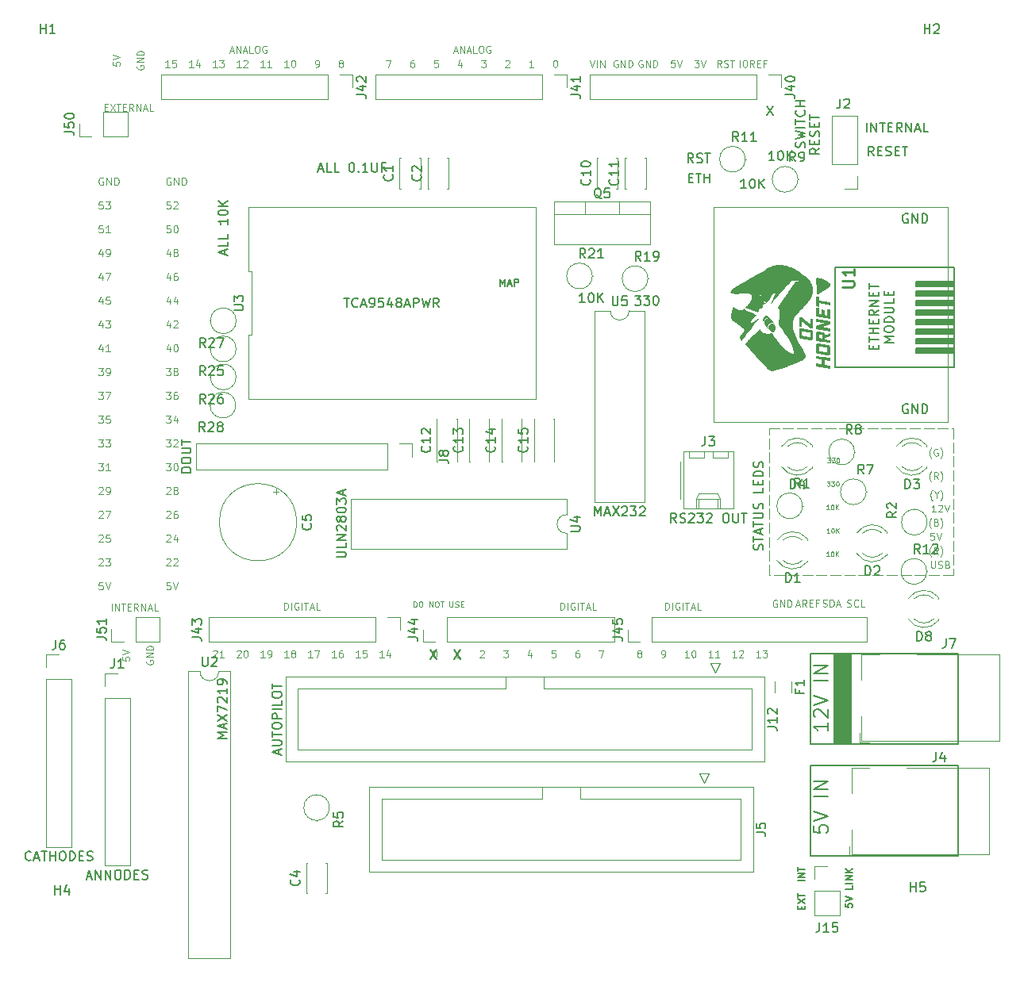
<source format=gbr>
G04 #@! TF.GenerationSoftware,KiCad,Pcbnew,9.0.4*
G04 #@! TF.CreationDate,2025-11-16T18:55:43+10:00*
G04 #@! TF.ProjectId,Jet Ranger Prod Radio Controller,4a657420-5261-46e6-9765-722050726f64,rev?*
G04 #@! TF.SameCoordinates,Original*
G04 #@! TF.FileFunction,Legend,Top*
G04 #@! TF.FilePolarity,Positive*
%FSLAX46Y46*%
G04 Gerber Fmt 4.6, Leading zero omitted, Abs format (unit mm)*
G04 Created by KiCad (PCBNEW 9.0.4) date 2025-11-16 18:55:43*
%MOMM*%
%LPD*%
G01*
G04 APERTURE LIST*
%ADD10C,0.000000*%
%ADD11C,0.100000*%
%ADD12C,0.150000*%
%ADD13C,0.200000*%
%ADD14C,0.093750*%
%ADD15C,0.187500*%
%ADD16C,0.254000*%
%ADD17C,0.120000*%
G04 APERTURE END LIST*
D10*
G36*
X114465231Y-67128147D02*
G01*
X114480102Y-67128924D01*
X114495699Y-67130263D01*
X114512047Y-67132160D01*
X114529166Y-67134612D01*
X114985572Y-67207108D01*
X115003857Y-67210252D01*
X115021221Y-67213779D01*
X115037688Y-67217689D01*
X115053278Y-67221980D01*
X115068016Y-67226652D01*
X115081922Y-67231703D01*
X115095019Y-67237132D01*
X115107330Y-67242939D01*
X115118876Y-67249122D01*
X115129681Y-67255680D01*
X115139765Y-67262613D01*
X115149152Y-67269919D01*
X115157865Y-67277597D01*
X115165924Y-67285646D01*
X115173352Y-67294066D01*
X115180173Y-67302855D01*
X115186407Y-67312012D01*
X115192078Y-67321536D01*
X115197207Y-67331426D01*
X115201817Y-67341682D01*
X115205930Y-67352301D01*
X115209569Y-67363284D01*
X115212755Y-67374629D01*
X115215511Y-67386335D01*
X115219823Y-67410826D01*
X115222682Y-67436749D01*
X115224267Y-67464096D01*
X115224755Y-67492858D01*
X115224755Y-67531223D01*
X115767416Y-67311883D01*
X115767416Y-67637585D01*
X115224755Y-67856925D01*
X115224755Y-67965933D01*
X115767416Y-68050070D01*
X115767416Y-68361221D01*
X114924717Y-68228132D01*
X114278076Y-68126006D01*
X114278076Y-67862216D01*
X114578642Y-67862216D01*
X114924717Y-67916985D01*
X114924717Y-67535985D01*
X114924705Y-67529643D01*
X114924618Y-67522359D01*
X114924523Y-67518658D01*
X114924382Y-67515075D01*
X114924185Y-67511727D01*
X114923924Y-67508733D01*
X114922271Y-67508324D01*
X114920277Y-67507886D01*
X114917924Y-67507417D01*
X114915192Y-67506914D01*
X114912064Y-67506374D01*
X114908520Y-67505794D01*
X114904542Y-67505170D01*
X114900111Y-67504500D01*
X114594253Y-67455551D01*
X114585455Y-67454526D01*
X114581826Y-67454100D01*
X114578642Y-67453699D01*
X114578642Y-67862216D01*
X114278076Y-67862216D01*
X114278076Y-67353423D01*
X114278470Y-67325975D01*
X114279042Y-67312348D01*
X114279937Y-67298844D01*
X114281206Y-67285512D01*
X114282904Y-67272395D01*
X114285084Y-67259541D01*
X114287800Y-67246994D01*
X114291105Y-67234801D01*
X114295052Y-67223007D01*
X114299696Y-67211658D01*
X114305089Y-67200800D01*
X114311285Y-67190478D01*
X114318338Y-67180738D01*
X114326300Y-67171626D01*
X114330640Y-67167319D01*
X114335226Y-67163187D01*
X114335490Y-67163717D01*
X114343354Y-67157518D01*
X114351680Y-67151918D01*
X114360491Y-67146913D01*
X114369808Y-67142501D01*
X114379653Y-67138677D01*
X114390050Y-67135440D01*
X114401019Y-67132785D01*
X114412583Y-67130710D01*
X114424765Y-67129212D01*
X114437585Y-67128287D01*
X114451067Y-67127933D01*
X114465231Y-67128147D01*
G37*
G36*
X114470245Y-61430549D02*
G01*
X114490007Y-61431784D01*
X114574660Y-61439938D01*
X114658141Y-61451217D01*
X114740418Y-61465637D01*
X114821460Y-61483216D01*
X114901235Y-61503972D01*
X114979712Y-61527922D01*
X115056860Y-61555083D01*
X115132647Y-61585474D01*
X115207042Y-61619110D01*
X115280013Y-61656010D01*
X115351529Y-61696192D01*
X115421559Y-61739672D01*
X115490071Y-61786468D01*
X115557035Y-61836598D01*
X115622417Y-61890078D01*
X115686188Y-61946927D01*
X115700204Y-61960320D01*
X115713284Y-61973568D01*
X115725429Y-61986680D01*
X115736643Y-61999665D01*
X115746927Y-62012535D01*
X115756285Y-62025297D01*
X115764719Y-62037963D01*
X115772231Y-62050540D01*
X115778824Y-62063040D01*
X115784501Y-62075472D01*
X115789264Y-62087845D01*
X115793116Y-62100169D01*
X115796059Y-62112453D01*
X115798096Y-62124708D01*
X115799230Y-62136943D01*
X115799462Y-62149168D01*
X115798797Y-62161391D01*
X115797235Y-62173624D01*
X115794780Y-62185875D01*
X115791434Y-62198154D01*
X115787201Y-62210471D01*
X115782081Y-62222836D01*
X115776079Y-62235257D01*
X115769197Y-62247746D01*
X115761436Y-62260310D01*
X115752800Y-62272961D01*
X115743292Y-62285707D01*
X115732913Y-62298559D01*
X115721667Y-62311525D01*
X115709556Y-62324616D01*
X115682748Y-62351210D01*
X115609568Y-62417900D01*
X115533234Y-62483214D01*
X115454395Y-62546981D01*
X115373699Y-62609026D01*
X115291793Y-62669179D01*
X115209326Y-62727267D01*
X115045301Y-62836556D01*
X114886807Y-62935513D01*
X114739029Y-63022760D01*
X114607151Y-63096916D01*
X114496356Y-63156602D01*
X114489795Y-63159773D01*
X114483171Y-63162445D01*
X114476503Y-63164631D01*
X114469806Y-63166341D01*
X114463101Y-63167584D01*
X114456403Y-63168373D01*
X114449732Y-63168717D01*
X114443105Y-63168628D01*
X114436539Y-63168116D01*
X114430053Y-63167192D01*
X114423663Y-63165867D01*
X114417389Y-63164151D01*
X114411248Y-63162054D01*
X114405257Y-63159589D01*
X114399434Y-63156765D01*
X114393797Y-63153593D01*
X114388365Y-63150083D01*
X114383153Y-63146248D01*
X114378182Y-63142096D01*
X114373467Y-63137640D01*
X114369028Y-63132889D01*
X114364881Y-63127854D01*
X114361045Y-63122547D01*
X114357537Y-63116977D01*
X114354375Y-63111155D01*
X114351577Y-63105093D01*
X114349161Y-63098801D01*
X114347144Y-63092289D01*
X114345545Y-63085569D01*
X114344380Y-63078651D01*
X114343669Y-63071545D01*
X114343427Y-63064263D01*
X114341009Y-62773680D01*
X114336846Y-62598212D01*
X114329835Y-62413024D01*
X114319313Y-62225914D01*
X114304621Y-62044679D01*
X114285098Y-61877117D01*
X114273318Y-61800901D01*
X114260084Y-61731028D01*
X114260349Y-61731027D01*
X114252928Y-61691119D01*
X114248079Y-61654131D01*
X114246640Y-61636725D01*
X114245870Y-61620042D01*
X114245779Y-61604080D01*
X114246375Y-61588834D01*
X114247667Y-61574304D01*
X114249664Y-61560486D01*
X114252375Y-61547378D01*
X114255809Y-61534979D01*
X114259975Y-61523284D01*
X114264881Y-61512292D01*
X114270537Y-61502000D01*
X114276951Y-61492406D01*
X114284133Y-61483507D01*
X114292091Y-61475301D01*
X114300834Y-61467786D01*
X114310371Y-61460958D01*
X114320712Y-61454816D01*
X114331864Y-61449357D01*
X114343837Y-61444578D01*
X114356640Y-61440477D01*
X114370282Y-61437052D01*
X114384772Y-61434300D01*
X114400117Y-61432219D01*
X114416329Y-61430805D01*
X114433415Y-61430057D01*
X114451384Y-61429973D01*
X114470245Y-61430549D01*
G37*
D11*
X109249000Y-77482000D02*
X110349000Y-77482000D01*
X110749000Y-77482000D02*
X111849000Y-77482000D01*
X112249000Y-77482000D02*
X113349000Y-77482000D01*
X113749000Y-77482000D02*
X114849000Y-77482000D01*
X115249000Y-77482000D02*
X116349000Y-77482000D01*
X116749000Y-77482000D02*
X117849000Y-77482000D01*
X118249000Y-77482000D02*
X119349000Y-77482000D01*
X119749000Y-77482000D02*
X120849000Y-77482000D01*
X121249000Y-77482000D02*
X122349000Y-77482000D01*
X122749000Y-77482000D02*
X123849000Y-77482000D01*
X124249000Y-77482000D02*
X125349000Y-77482000D01*
X125749000Y-77482000D02*
X126849000Y-77482000D01*
X127249000Y-77482000D02*
X128349000Y-77482000D01*
X128749000Y-77482000D02*
X128891800Y-77482000D01*
X128891800Y-77482000D02*
X128891800Y-78582000D01*
X128891800Y-78982000D02*
X128891800Y-80082000D01*
X128891800Y-80482000D02*
X128891800Y-81582000D01*
X128891800Y-81982000D02*
X128891800Y-83082000D01*
X128891800Y-83482000D02*
X128891800Y-84582000D01*
X128891800Y-84982000D02*
X128891800Y-86082000D01*
X128891800Y-86482000D02*
X128891800Y-87582000D01*
X128891800Y-87982000D02*
X128891800Y-89082000D01*
X128891800Y-89482000D02*
X128891800Y-90582000D01*
X128891800Y-90982000D02*
X128891800Y-92082000D01*
X128891800Y-92482000D02*
X128891800Y-93158000D01*
X128891800Y-93158000D02*
X127791800Y-93158000D01*
X127391800Y-93158000D02*
X126291800Y-93158000D01*
X125891800Y-93158000D02*
X124791800Y-93158000D01*
X124391800Y-93158000D02*
X123291800Y-93158000D01*
X122891800Y-93158000D02*
X121791800Y-93158000D01*
X121391800Y-93158000D02*
X120291800Y-93158000D01*
X119891800Y-93158000D02*
X118791800Y-93158000D01*
X118391800Y-93158000D02*
X117291800Y-93158000D01*
X116891800Y-93158000D02*
X115791800Y-93158000D01*
X115391800Y-93158000D02*
X114291800Y-93158000D01*
X113891800Y-93158000D02*
X112791800Y-93158000D01*
X112391800Y-93158000D02*
X111291800Y-93158000D01*
X110891800Y-93158000D02*
X109791800Y-93158000D01*
X109391800Y-93158000D02*
X109249000Y-93158000D01*
X109249000Y-93158000D02*
X109249000Y-92058000D01*
X109249000Y-91658000D02*
X109249000Y-90558000D01*
X109249000Y-90158000D02*
X109249000Y-89058000D01*
X109249000Y-88658000D02*
X109249000Y-87558000D01*
X109249000Y-87158000D02*
X109249000Y-86058000D01*
X109249000Y-85658000D02*
X109249000Y-84558000D01*
X109249000Y-84158000D02*
X109249000Y-83058000D01*
X109249000Y-82658000D02*
X109249000Y-81558000D01*
X109249000Y-81158000D02*
X109249000Y-80058000D01*
X109249000Y-79658000D02*
X109249000Y-78558000D01*
X109249000Y-78158000D02*
X109249000Y-77482000D01*
D10*
G36*
X114578642Y-64627421D02*
G01*
X114578642Y-65274063D01*
X114871800Y-65320894D01*
X114871800Y-64802046D01*
X115172102Y-64849142D01*
X115172102Y-65368254D01*
X115467377Y-65415086D01*
X115467377Y-64768708D01*
X115767679Y-64815804D01*
X115767679Y-65772802D01*
X114278339Y-65537587D01*
X114278339Y-64580325D01*
X114578642Y-64627421D01*
G37*
D12*
X124953042Y-66867283D02*
X129017042Y-66867283D01*
X129017042Y-67375283D01*
X124953042Y-67375283D01*
X124953042Y-66867283D01*
G36*
X124953042Y-66867283D02*
G01*
X129017042Y-66867283D01*
X129017042Y-67375283D01*
X124953042Y-67375283D01*
X124953042Y-66867283D01*
G37*
D10*
G36*
X112741904Y-65637600D02*
G01*
X113638313Y-66402775D01*
X113638313Y-65782062D01*
X113938615Y-65829158D01*
X113938615Y-66843306D01*
X113645721Y-66797797D01*
X112749577Y-66023627D01*
X112749577Y-66655452D01*
X112449274Y-66608356D01*
X112449274Y-65592092D01*
X112741904Y-65637600D01*
G37*
G36*
X112636431Y-66782071D02*
G01*
X112651301Y-66782849D01*
X112666899Y-66784188D01*
X112683246Y-66786085D01*
X112700365Y-66788537D01*
X113699432Y-66947287D01*
X113717716Y-66950428D01*
X113735081Y-66953949D01*
X113751547Y-66957847D01*
X113767138Y-66962123D01*
X113781876Y-66966774D01*
X113795782Y-66971801D01*
X113808879Y-66977202D01*
X113821190Y-66982977D01*
X113832736Y-66989124D01*
X113843541Y-66995642D01*
X113853625Y-67002531D01*
X113863013Y-67009790D01*
X113871725Y-67017418D01*
X113879784Y-67025413D01*
X113887213Y-67033775D01*
X113894033Y-67042504D01*
X113900267Y-67051597D01*
X113905938Y-67061055D01*
X113911067Y-67070876D01*
X113915677Y-67081059D01*
X113919790Y-67091604D01*
X113923429Y-67102509D01*
X113926615Y-67113774D01*
X113929372Y-67125397D01*
X113933683Y-67149716D01*
X113936542Y-67175458D01*
X113938127Y-67202617D01*
X113938615Y-67231185D01*
X113938615Y-67834435D01*
X113938221Y-67862091D01*
X113937646Y-67875830D01*
X113936747Y-67889447D01*
X113935470Y-67902895D01*
X113933760Y-67916127D01*
X113931563Y-67929097D01*
X113928826Y-67941756D01*
X113925493Y-67954059D01*
X113921511Y-67965959D01*
X113916824Y-67977408D01*
X113911380Y-67988360D01*
X113905123Y-67998768D01*
X113898000Y-68008585D01*
X113889956Y-68017764D01*
X113885571Y-68022099D01*
X113880936Y-68026258D01*
X113873145Y-68032416D01*
X113864845Y-68037992D01*
X113856022Y-68042988D01*
X113846664Y-68047404D01*
X113836757Y-68051242D01*
X113826288Y-68054503D01*
X113815244Y-68057188D01*
X113803611Y-68059298D01*
X113791377Y-68060835D01*
X113778529Y-68061799D01*
X113765052Y-68062191D01*
X113750934Y-68062014D01*
X113736163Y-68061268D01*
X113720723Y-68059954D01*
X113704604Y-68058073D01*
X113687790Y-68055627D01*
X113637784Y-68047681D01*
X112688723Y-67896877D01*
X112670438Y-67893733D01*
X112653074Y-67890206D01*
X112636607Y-67886296D01*
X112621017Y-67882005D01*
X112606279Y-67877333D01*
X112592373Y-67872282D01*
X112579276Y-67866853D01*
X112566965Y-67861046D01*
X112555419Y-67854864D01*
X112544615Y-67848305D01*
X112534530Y-67841373D01*
X112525143Y-67834067D01*
X112516431Y-67826389D01*
X112508371Y-67818339D01*
X112500943Y-67809920D01*
X112494122Y-67801131D01*
X112487888Y-67791974D01*
X112482217Y-67782450D01*
X112477088Y-67772559D01*
X112472478Y-67762304D01*
X112468365Y-67751684D01*
X112464726Y-67740701D01*
X112461540Y-67729356D01*
X112458784Y-67717651D01*
X112454472Y-67693160D01*
X112451613Y-67667237D01*
X112450029Y-67639889D01*
X112449540Y-67611127D01*
X112449540Y-67565883D01*
X112749577Y-67565883D01*
X112749594Y-67572497D01*
X112749710Y-67580303D01*
X112749836Y-67584218D01*
X112750024Y-67587909D01*
X112750286Y-67591204D01*
X112750449Y-67592648D01*
X112750636Y-67593928D01*
X112751922Y-67594373D01*
X112753633Y-67594908D01*
X112755821Y-67595524D01*
X112758540Y-67596210D01*
X112760114Y-67596578D01*
X112761841Y-67596959D01*
X112763727Y-67597354D01*
X112765779Y-67597761D01*
X112768002Y-67598178D01*
X112770405Y-67598606D01*
X112772992Y-67599042D01*
X112775771Y-67599485D01*
X113622703Y-67734687D01*
X113627329Y-67735233D01*
X113631335Y-67735679D01*
X113634795Y-67736027D01*
X113637784Y-67736275D01*
X113637784Y-67718812D01*
X113638313Y-67718812D01*
X113638313Y-67276165D01*
X113638300Y-67269823D01*
X113638213Y-67262539D01*
X113638119Y-67258838D01*
X113637978Y-67255254D01*
X113637781Y-67251907D01*
X113637518Y-67248912D01*
X113635866Y-67248503D01*
X113633872Y-67248065D01*
X113631519Y-67247596D01*
X113628787Y-67247094D01*
X113625659Y-67246554D01*
X113622115Y-67245973D01*
X113618137Y-67245349D01*
X113613706Y-67244679D01*
X112765187Y-67109477D01*
X112756390Y-67108452D01*
X112752760Y-67108026D01*
X112749577Y-67107625D01*
X112749577Y-67565883D01*
X112449540Y-67565883D01*
X112449540Y-67007877D01*
X112449934Y-66980429D01*
X112450506Y-66966801D01*
X112451400Y-66953298D01*
X112452670Y-66939966D01*
X112454368Y-66926849D01*
X112456548Y-66913995D01*
X112459263Y-66901448D01*
X112462568Y-66889255D01*
X112466516Y-66877461D01*
X112471159Y-66866112D01*
X112476552Y-66855254D01*
X112482748Y-66844932D01*
X112489801Y-66835192D01*
X112497763Y-66826080D01*
X112502103Y-66821774D01*
X112506690Y-66817641D01*
X112514553Y-66811443D01*
X112522879Y-66805843D01*
X112531690Y-66800838D01*
X112541007Y-66796425D01*
X112550853Y-66792602D01*
X112561249Y-66789364D01*
X112572219Y-66786709D01*
X112583783Y-66784635D01*
X112595964Y-66783136D01*
X112608785Y-66782212D01*
X112622266Y-66781858D01*
X112636431Y-66782071D01*
G37*
D12*
X124953042Y-61787283D02*
X129017042Y-61787283D01*
X129017042Y-62295283D01*
X124953042Y-62295283D01*
X124953042Y-61787283D01*
G36*
X124953042Y-61787283D02*
G01*
X129017042Y-61787283D01*
X129017042Y-62295283D01*
X124953042Y-62295283D01*
X124953042Y-61787283D01*
G37*
D13*
X113669042Y-101511283D02*
X129417042Y-101511283D01*
X129417042Y-111163283D01*
X113669042Y-111163283D01*
X113669042Y-101511283D01*
D12*
X124953042Y-65851283D02*
X129017042Y-65851283D01*
X129017042Y-66359283D01*
X124953042Y-66359283D01*
X124953042Y-65851283D01*
G36*
X124953042Y-65851283D02*
G01*
X129017042Y-65851283D01*
X129017042Y-66359283D01*
X124953042Y-66359283D01*
X124953042Y-65851283D01*
G37*
D10*
G36*
X109627628Y-66323299D02*
G01*
X109652852Y-66326596D01*
X109678117Y-66331647D01*
X109703361Y-66338500D01*
X109728525Y-66347206D01*
X109753550Y-66357813D01*
X109778376Y-66370371D01*
X109802944Y-66384928D01*
X109827194Y-66401534D01*
X109851067Y-66420238D01*
X109852501Y-66421453D01*
X109853926Y-66422715D01*
X109855336Y-66424022D01*
X109856726Y-66425372D01*
X109858094Y-66426762D01*
X109859434Y-66428191D01*
X109860742Y-66429654D01*
X109862014Y-66431152D01*
X109863245Y-66432680D01*
X109864433Y-66434237D01*
X109865571Y-66435820D01*
X109866656Y-66437427D01*
X109867684Y-66439056D01*
X109868651Y-66440705D01*
X109869551Y-66442370D01*
X109870381Y-66444050D01*
X109885661Y-66476565D01*
X109900742Y-66509105D01*
X109915327Y-66541793D01*
X109922341Y-66558232D01*
X109929119Y-66574754D01*
X109933770Y-66586744D01*
X109938098Y-66598801D01*
X109942104Y-66610924D01*
X109945788Y-66623111D01*
X109949149Y-66635362D01*
X109952187Y-66647675D01*
X109954903Y-66660050D01*
X109957297Y-66672485D01*
X109959368Y-66684978D01*
X109961117Y-66697530D01*
X109962543Y-66710138D01*
X109963647Y-66722801D01*
X109964428Y-66735519D01*
X109964887Y-66748289D01*
X109965024Y-66761112D01*
X109964838Y-66773986D01*
X109963373Y-66801751D01*
X109960497Y-66828904D01*
X109956259Y-66855463D01*
X109950703Y-66881448D01*
X109943878Y-66906877D01*
X109935830Y-66931771D01*
X109926606Y-66956149D01*
X109916254Y-66980030D01*
X109904819Y-67003433D01*
X109892349Y-67026379D01*
X109878890Y-67048885D01*
X109864490Y-67070972D01*
X109849196Y-67092659D01*
X109833054Y-67113966D01*
X109816112Y-67134911D01*
X109798415Y-67155515D01*
X109789974Y-67164782D01*
X109781312Y-67173719D01*
X109772421Y-67182304D01*
X109763291Y-67190518D01*
X109753914Y-67198340D01*
X109744279Y-67205749D01*
X109734377Y-67212724D01*
X109724199Y-67219246D01*
X109713736Y-67225293D01*
X109702979Y-67230846D01*
X109691918Y-67235883D01*
X109680543Y-67240384D01*
X109668846Y-67244328D01*
X109656817Y-67247696D01*
X109644447Y-67250465D01*
X109631727Y-67252617D01*
X109628641Y-67252963D01*
X109625632Y-67253201D01*
X109622693Y-67253322D01*
X109619821Y-67253319D01*
X109617011Y-67253183D01*
X109614259Y-67252905D01*
X109611559Y-67252476D01*
X109608907Y-67251889D01*
X109606299Y-67251134D01*
X109603729Y-67250203D01*
X109601194Y-67249088D01*
X109598688Y-67247780D01*
X109596206Y-67246270D01*
X109593745Y-67244550D01*
X109591300Y-67242611D01*
X109588865Y-67240446D01*
X109411065Y-67074883D01*
X109321718Y-66992647D01*
X109231677Y-66911304D01*
X109223705Y-66903906D01*
X109216267Y-66896388D01*
X109209379Y-66888732D01*
X109203053Y-66880922D01*
X109197303Y-66872944D01*
X109192145Y-66864781D01*
X109187591Y-66856417D01*
X109183655Y-66847837D01*
X109180352Y-66839024D01*
X109177696Y-66829963D01*
X109175700Y-66820637D01*
X109174378Y-66811031D01*
X109173745Y-66801129D01*
X109173814Y-66790915D01*
X109174599Y-66780373D01*
X109176115Y-66769487D01*
X109167648Y-66769487D01*
X109170828Y-66750483D01*
X109173738Y-66731408D01*
X109179455Y-66693254D01*
X109182616Y-66674281D01*
X109186214Y-66655448D01*
X109190426Y-66636806D01*
X109192818Y-66627574D01*
X109195429Y-66618410D01*
X109195429Y-66618411D01*
X109203298Y-66594943D01*
X109212577Y-66572098D01*
X109223206Y-66549925D01*
X109235126Y-66528473D01*
X109248278Y-66507791D01*
X109262601Y-66487929D01*
X109278036Y-66468935D01*
X109294524Y-66450859D01*
X109312005Y-66433750D01*
X109330419Y-66417658D01*
X109349707Y-66402631D01*
X109369809Y-66388718D01*
X109390666Y-66375969D01*
X109412218Y-66364432D01*
X109434405Y-66354158D01*
X109457168Y-66345195D01*
X109480448Y-66337593D01*
X109504184Y-66331400D01*
X109528317Y-66326665D01*
X109552787Y-66323439D01*
X109577536Y-66321770D01*
X109602502Y-66321707D01*
X109627628Y-66323299D01*
G37*
D12*
X124953042Y-68899283D02*
X129017042Y-68899283D01*
X129017042Y-69407283D01*
X124953042Y-69407283D01*
X124953042Y-68899283D01*
G36*
X124953042Y-68899283D02*
G01*
X129017042Y-68899283D01*
X129017042Y-69407283D01*
X124953042Y-69407283D01*
X124953042Y-68899283D01*
G37*
D10*
G36*
X114578642Y-63452671D02*
G01*
X114578642Y-63819119D01*
X115767679Y-64007238D01*
X115767679Y-64318122D01*
X114578642Y-64130004D01*
X114578642Y-64496187D01*
X114278339Y-64449092D01*
X114278339Y-63405575D01*
X114578642Y-63452671D01*
G37*
G36*
X115767680Y-69981794D02*
G01*
X115767680Y-70292679D01*
X115172102Y-70198752D01*
X115172102Y-70685056D01*
X115767680Y-70778983D01*
X115767680Y-71089869D01*
X114278340Y-70854654D01*
X114278340Y-70543769D01*
X114871800Y-70637696D01*
X114871800Y-70151392D01*
X114278340Y-70057465D01*
X114278340Y-69746579D01*
X115767680Y-69981794D01*
G37*
D13*
X113669042Y-113466983D02*
X129417042Y-113466983D01*
X129417042Y-123118983D01*
X113669042Y-123118983D01*
X113669042Y-113466983D01*
D10*
G36*
X105708552Y-64681892D02*
G01*
X105848682Y-64751126D01*
X105986828Y-64821624D01*
X106022385Y-64838855D01*
X106057709Y-64853345D01*
X106092783Y-64865101D01*
X106127590Y-64874128D01*
X106162113Y-64880432D01*
X106196336Y-64884021D01*
X106230241Y-64884899D01*
X106263813Y-64883074D01*
X106297035Y-64878551D01*
X106329889Y-64871337D01*
X106362360Y-64861438D01*
X106394431Y-64848860D01*
X106426084Y-64833609D01*
X106457304Y-64815692D01*
X106488073Y-64795115D01*
X106518375Y-64771883D01*
X106539306Y-64753635D01*
X106560411Y-64735039D01*
X106603042Y-64697006D01*
X106603406Y-64715659D01*
X106603526Y-64724985D01*
X106603571Y-64734312D01*
X106603590Y-64734890D01*
X106603647Y-64735482D01*
X106603740Y-64736086D01*
X106603867Y-64736701D01*
X106604027Y-64737326D01*
X106604220Y-64737958D01*
X106604443Y-64738597D01*
X106604696Y-64739240D01*
X106605283Y-64740534D01*
X106605971Y-64741828D01*
X106606749Y-64743109D01*
X106607606Y-64744366D01*
X106608531Y-64745585D01*
X106609514Y-64746755D01*
X106610543Y-64747863D01*
X106611608Y-64748897D01*
X106612698Y-64749844D01*
X106613801Y-64750691D01*
X106614908Y-64751427D01*
X106615459Y-64751749D01*
X106616007Y-64752039D01*
X107102046Y-64993604D01*
X107392294Y-65136743D01*
X107712705Y-65294700D01*
X107809145Y-65341729D01*
X107907173Y-65389156D01*
X107896404Y-65401852D01*
X107886106Y-65414127D01*
X107881033Y-65420098D01*
X107875957Y-65425954D01*
X107870837Y-65431693D01*
X107865634Y-65437310D01*
X107838713Y-65465637D01*
X107811593Y-65493865D01*
X107757155Y-65550023D01*
X107666502Y-65644181D01*
X107643738Y-65667605D01*
X107620791Y-65690852D01*
X107597590Y-65713856D01*
X107574063Y-65736554D01*
X107556499Y-65753862D01*
X107539589Y-65771629D01*
X107523280Y-65789820D01*
X107507520Y-65808397D01*
X107492257Y-65827325D01*
X107477437Y-65846566D01*
X107448915Y-65885845D01*
X107421535Y-65925943D01*
X107394874Y-65966568D01*
X107342024Y-66048233D01*
X107340419Y-66050690D01*
X107338871Y-66053193D01*
X107335901Y-66058296D01*
X107330151Y-66068606D01*
X107327190Y-66073653D01*
X107325649Y-66076114D01*
X107324053Y-66078520D01*
X107322390Y-66080860D01*
X107320649Y-66083126D01*
X107318819Y-66085307D01*
X107316888Y-66087392D01*
X107314973Y-66089453D01*
X107313194Y-66091519D01*
X107311548Y-66093591D01*
X107310032Y-66095669D01*
X107308643Y-66097753D01*
X107307377Y-66099844D01*
X107306230Y-66101942D01*
X107305201Y-66104048D01*
X107304285Y-66106162D01*
X107303480Y-66108285D01*
X107302781Y-66110416D01*
X107302187Y-66112558D01*
X107301693Y-66114709D01*
X107301296Y-66116870D01*
X107300782Y-66121225D01*
X107300618Y-66125627D01*
X107300778Y-66130079D01*
X107301237Y-66134584D01*
X107301968Y-66139147D01*
X107302946Y-66143769D01*
X107304144Y-66148456D01*
X107305537Y-66153210D01*
X107307099Y-66158035D01*
X107311745Y-66172556D01*
X107316190Y-66187135D01*
X107324660Y-66216409D01*
X107341230Y-66274981D01*
X107341493Y-66275770D01*
X107341787Y-66276552D01*
X107342112Y-66277336D01*
X107342466Y-66278127D01*
X107343262Y-66279757D01*
X107344173Y-66281496D01*
X107346327Y-66285511D01*
X107347564Y-66287891D01*
X107348903Y-66290591D01*
X108125984Y-65765658D01*
X108130747Y-65769892D01*
X108070422Y-65851383D01*
X107698947Y-66350123D01*
X107381182Y-66777954D01*
X107013676Y-67274048D01*
X106732688Y-67651873D01*
X106386349Y-68119392D01*
X106386348Y-68118862D01*
X106374707Y-68134373D01*
X106368861Y-68142191D01*
X106363065Y-68150083D01*
X106328901Y-68114629D01*
X106294538Y-68079175D01*
X106266187Y-68048057D01*
X106240981Y-68017251D01*
X106218943Y-67986663D01*
X106200098Y-67956201D01*
X106191881Y-67940989D01*
X106184472Y-67925774D01*
X106177874Y-67910544D01*
X106172090Y-67895288D01*
X106167122Y-67879995D01*
X106162975Y-67864652D01*
X106159651Y-67849249D01*
X106157153Y-67833774D01*
X106155485Y-67818215D01*
X106154649Y-67802560D01*
X106154649Y-67786799D01*
X106155487Y-67770920D01*
X106157167Y-67754910D01*
X106159692Y-67738760D01*
X106163066Y-67722456D01*
X106167290Y-67705988D01*
X106172368Y-67689344D01*
X106178304Y-67672513D01*
X106185100Y-67655482D01*
X106192760Y-67638241D01*
X106210683Y-67603082D01*
X106232096Y-67566941D01*
X106261907Y-67521952D01*
X106291595Y-67479872D01*
X106349916Y-67403675D01*
X106405693Y-67336815D01*
X106457554Y-67277756D01*
X106504133Y-67224961D01*
X106544059Y-67176895D01*
X106561099Y-67154156D01*
X106575963Y-67132022D01*
X106588480Y-67110303D01*
X106598478Y-67088806D01*
X106605786Y-67067339D01*
X106610234Y-67045711D01*
X106611649Y-67023729D01*
X106609861Y-67001201D01*
X106604699Y-66977935D01*
X106595992Y-66953739D01*
X106583568Y-66928422D01*
X106567257Y-66901791D01*
X106546887Y-66873655D01*
X106522288Y-66843820D01*
X106493287Y-66812096D01*
X106459714Y-66778290D01*
X106421399Y-66742211D01*
X106378169Y-66703665D01*
X106276282Y-66618410D01*
X106080151Y-66477995D01*
X105881986Y-66340432D01*
X105681937Y-66205598D01*
X105480150Y-66073368D01*
X105439031Y-66045971D01*
X105402129Y-66015443D01*
X105369276Y-65981965D01*
X105340303Y-65945718D01*
X105315041Y-65906884D01*
X105293324Y-65865643D01*
X105274980Y-65822175D01*
X105259844Y-65776663D01*
X105247744Y-65729286D01*
X105238515Y-65680226D01*
X105231986Y-65629664D01*
X105227989Y-65577780D01*
X105226919Y-65470771D01*
X105233956Y-65360647D01*
X105247752Y-65248855D01*
X105266959Y-65136841D01*
X105290230Y-65026054D01*
X105316216Y-64917941D01*
X105420355Y-64541166D01*
X105708552Y-64681892D01*
G37*
G36*
X110496842Y-60033021D02*
G01*
X110624533Y-60043002D01*
X110752951Y-60059475D01*
X110882116Y-60082326D01*
X111012047Y-60111440D01*
X111142765Y-60146702D01*
X111315607Y-60200705D01*
X111483148Y-60260044D01*
X111645762Y-60324608D01*
X111803822Y-60394282D01*
X111957700Y-60468952D01*
X112107771Y-60548505D01*
X112254406Y-60632828D01*
X112397981Y-60721807D01*
X112538867Y-60815328D01*
X112677438Y-60913278D01*
X112814068Y-61015543D01*
X112949129Y-61122010D01*
X113082994Y-61232565D01*
X113216038Y-61347094D01*
X113348633Y-61465485D01*
X113481152Y-61587622D01*
X113564203Y-61673071D01*
X113639068Y-61766027D01*
X113705663Y-61865781D01*
X113763901Y-61971623D01*
X113813696Y-62082846D01*
X113854962Y-62198738D01*
X113887613Y-62318592D01*
X113911563Y-62441697D01*
X113926726Y-62567345D01*
X113933016Y-62694826D01*
X113930347Y-62823431D01*
X113918632Y-62952450D01*
X113897787Y-63081176D01*
X113867724Y-63208897D01*
X113828358Y-63334905D01*
X113779602Y-63458491D01*
X113763291Y-63494871D01*
X113746215Y-63531146D01*
X113728380Y-63567265D01*
X113709798Y-63603172D01*
X113690476Y-63638815D01*
X113670423Y-63674138D01*
X113649649Y-63709088D01*
X113628161Y-63743612D01*
X113605970Y-63777655D01*
X113583085Y-63811164D01*
X113559513Y-63844084D01*
X113535264Y-63876362D01*
X113510347Y-63907944D01*
X113484770Y-63938777D01*
X113458543Y-63968805D01*
X113431675Y-63997975D01*
X113287541Y-64150033D01*
X113148352Y-64299290D01*
X112877208Y-64592197D01*
X112741452Y-64737240D01*
X112603038Y-64882275D01*
X112460066Y-65027998D01*
X112310636Y-65175107D01*
X112219097Y-65263617D01*
X112137239Y-65355047D01*
X112064733Y-65449214D01*
X112001248Y-65545934D01*
X111946455Y-65645026D01*
X111900023Y-65746305D01*
X111861622Y-65849590D01*
X111830922Y-65954697D01*
X111807592Y-66061445D01*
X111791304Y-66169649D01*
X111781726Y-66279128D01*
X111778529Y-66389698D01*
X111781382Y-66501176D01*
X111789955Y-66613381D01*
X111803919Y-66726129D01*
X111822943Y-66839237D01*
X111874850Y-67065802D01*
X111943036Y-67291616D01*
X112024859Y-67515214D01*
X112117680Y-67735136D01*
X112218857Y-67949919D01*
X112325749Y-68158100D01*
X112435716Y-68358218D01*
X112546115Y-68548809D01*
X112870593Y-69078868D01*
X112946760Y-69214197D01*
X112982554Y-69282899D01*
X113016449Y-69352443D01*
X113048162Y-69422941D01*
X113077413Y-69494503D01*
X113103921Y-69567244D01*
X113127404Y-69641273D01*
X113138141Y-69683858D01*
X113142508Y-69704229D01*
X113146194Y-69724011D01*
X113149190Y-69743225D01*
X113151486Y-69761891D01*
X113153075Y-69780029D01*
X113153945Y-69797658D01*
X113154089Y-69814800D01*
X113153496Y-69831472D01*
X113152157Y-69847696D01*
X113150063Y-69863492D01*
X113147205Y-69878879D01*
X113143574Y-69893878D01*
X113139159Y-69908508D01*
X113133953Y-69922790D01*
X113127944Y-69936743D01*
X113121125Y-69950387D01*
X113113486Y-69963742D01*
X113105018Y-69976829D01*
X113095711Y-69989667D01*
X113085556Y-70002276D01*
X113074543Y-70014676D01*
X113062664Y-70026887D01*
X113049909Y-70038929D01*
X113036269Y-70050822D01*
X113021734Y-70062586D01*
X113006295Y-70074241D01*
X112989943Y-70085807D01*
X112972669Y-70097303D01*
X112954463Y-70108751D01*
X112935317Y-70120169D01*
X112860940Y-70162869D01*
X112786042Y-70204794D01*
X112710623Y-70245864D01*
X112634684Y-70285997D01*
X112558223Y-70325113D01*
X112481242Y-70363131D01*
X112403740Y-70399971D01*
X112325716Y-70435552D01*
X112027067Y-70565678D01*
X111726431Y-70690346D01*
X111423804Y-70809557D01*
X111119183Y-70923312D01*
X110812566Y-71031609D01*
X110503948Y-71134449D01*
X110193328Y-71231832D01*
X109880701Y-71323759D01*
X109817111Y-71339868D01*
X109785944Y-71346243D01*
X109755185Y-71351503D01*
X109724828Y-71355652D01*
X109694865Y-71358693D01*
X109665288Y-71360630D01*
X109636090Y-71361466D01*
X109607264Y-71361205D01*
X109578802Y-71359850D01*
X109550697Y-71357405D01*
X109522942Y-71353873D01*
X109495528Y-71349258D01*
X109468450Y-71343564D01*
X109441698Y-71336794D01*
X109415266Y-71328951D01*
X109389147Y-71320039D01*
X109363333Y-71310062D01*
X109337816Y-71299023D01*
X109312589Y-71286926D01*
X109287645Y-71273774D01*
X109262976Y-71259571D01*
X109238576Y-71244320D01*
X109214435Y-71228025D01*
X109166907Y-71192316D01*
X109120331Y-71152473D01*
X109074649Y-71108525D01*
X109029802Y-71060498D01*
X107862989Y-69759807D01*
X107273927Y-69114645D01*
X106976420Y-68794814D01*
X106676333Y-68477371D01*
X106748729Y-68407025D01*
X106821324Y-68336878D01*
X106855956Y-68303796D01*
X106890811Y-68270864D01*
X106925913Y-68238130D01*
X106961289Y-68205644D01*
X106964224Y-68202856D01*
X106966975Y-68200040D01*
X106969534Y-68197190D01*
X106971897Y-68194296D01*
X106974059Y-68191351D01*
X106976014Y-68188348D01*
X106977756Y-68185276D01*
X106979281Y-68182129D01*
X106980582Y-68178899D01*
X106981655Y-68175576D01*
X106982493Y-68172154D01*
X106983092Y-68168623D01*
X106983446Y-68164976D01*
X106983550Y-68161205D01*
X106983398Y-68157301D01*
X106982985Y-68153257D01*
X106982459Y-68148719D01*
X106982175Y-68144325D01*
X106982138Y-68140066D01*
X106982357Y-68135931D01*
X106982835Y-68131908D01*
X106983580Y-68127989D01*
X106984598Y-68124161D01*
X106985895Y-68120415D01*
X106987478Y-68116741D01*
X106989351Y-68113128D01*
X106991523Y-68109564D01*
X106993998Y-68106041D01*
X106996784Y-68102547D01*
X106999885Y-68099073D01*
X107003309Y-68095606D01*
X107007062Y-68092138D01*
X107037272Y-68065209D01*
X107067218Y-68038035D01*
X107126555Y-67983163D01*
X107244658Y-67872798D01*
X107344704Y-67780624D01*
X107444947Y-67688648D01*
X107650000Y-67500000D01*
X107853200Y-67313205D01*
X108113814Y-67073228D01*
X108202185Y-66992993D01*
X108291349Y-66912361D01*
X108303071Y-66919277D01*
X108308679Y-66922777D01*
X108314083Y-66926363D01*
X108319256Y-66930078D01*
X108324171Y-66933964D01*
X108328801Y-66938065D01*
X108333120Y-66942424D01*
X108337102Y-66947084D01*
X108338957Y-66949540D01*
X108340718Y-66952087D01*
X108342382Y-66954731D01*
X108343944Y-66957477D01*
X108345401Y-66960331D01*
X108346751Y-66963297D01*
X108347989Y-66966382D01*
X108349113Y-66969590D01*
X108350119Y-66972927D01*
X108351003Y-66976399D01*
X108351763Y-66980010D01*
X108352395Y-66983766D01*
X108352896Y-66987673D01*
X108353262Y-66991736D01*
X108353846Y-66997046D01*
X108354786Y-67002359D01*
X108356054Y-67007669D01*
X108357619Y-67012973D01*
X108359455Y-67018266D01*
X108361531Y-67023543D01*
X108363820Y-67028802D01*
X108366293Y-67034036D01*
X108368920Y-67039243D01*
X108371674Y-67044418D01*
X108377447Y-67054653D01*
X108389245Y-67074551D01*
X108401784Y-67094396D01*
X108415164Y-67113185D01*
X108429346Y-67130965D01*
X108444291Y-67147782D01*
X108459960Y-67163685D01*
X108476314Y-67178721D01*
X108493314Y-67192937D01*
X108510921Y-67206379D01*
X108529094Y-67219096D01*
X108547796Y-67231135D01*
X108566987Y-67242543D01*
X108586629Y-67253368D01*
X108606681Y-67263656D01*
X108627104Y-67273454D01*
X108647860Y-67282811D01*
X108668910Y-67291774D01*
X108701051Y-67304292D01*
X108733551Y-67315524D01*
X108766374Y-67325572D01*
X108799482Y-67334537D01*
X108832838Y-67342523D01*
X108866405Y-67349631D01*
X108900146Y-67355964D01*
X108934023Y-67361624D01*
X108953218Y-67364406D01*
X108972495Y-67366667D01*
X108991833Y-67368507D01*
X109011215Y-67370024D01*
X109088804Y-67374853D01*
X109117222Y-67376659D01*
X109145690Y-67378193D01*
X109159926Y-67378710D01*
X109174157Y-67378983D01*
X109188375Y-67378951D01*
X109202575Y-67378557D01*
X109244708Y-67376384D01*
X109286729Y-67373422D01*
X109328576Y-67369357D01*
X109370188Y-67363873D01*
X109390887Y-67360499D01*
X109411503Y-67356651D01*
X109432029Y-67352291D01*
X109452457Y-67347377D01*
X109472780Y-67341872D01*
X109492990Y-67335735D01*
X109513079Y-67328926D01*
X109533040Y-67321407D01*
X109537871Y-67319339D01*
X109542668Y-67317116D01*
X109547471Y-67314756D01*
X109552321Y-67312279D01*
X109562321Y-67307045D01*
X109567552Y-67304326D01*
X109572991Y-67301563D01*
X109613009Y-67358349D01*
X109653425Y-67416128D01*
X109812274Y-67644000D01*
X109971718Y-67871476D01*
X110083769Y-68028770D01*
X110140564Y-68106922D01*
X110198201Y-68184478D01*
X110247629Y-68249296D01*
X110297949Y-68313495D01*
X110349262Y-68376950D01*
X110375322Y-68408359D01*
X110401666Y-68439536D01*
X110467539Y-68515678D01*
X110534355Y-68591076D01*
X110669425Y-68740632D01*
X110703179Y-68777165D01*
X110720244Y-68795265D01*
X110737455Y-68813227D01*
X110754827Y-68831027D01*
X110772376Y-68848644D01*
X110790117Y-68866056D01*
X110808066Y-68883242D01*
X110867603Y-68938830D01*
X110928018Y-68993379D01*
X110989418Y-69046744D01*
X111051913Y-69098778D01*
X111115611Y-69149337D01*
X111180620Y-69198274D01*
X111247050Y-69245444D01*
X111315008Y-69290700D01*
X111373456Y-69327148D01*
X111432747Y-69361815D01*
X111492932Y-69394610D01*
X111554059Y-69425439D01*
X111616178Y-69454210D01*
X111679339Y-69480828D01*
X111743592Y-69505202D01*
X111808985Y-69527238D01*
X111817438Y-69529837D01*
X111825956Y-69532306D01*
X111843348Y-69537027D01*
X111880687Y-69546817D01*
X111881051Y-69502698D01*
X111881022Y-69481853D01*
X111880814Y-69471583D01*
X111880423Y-69461356D01*
X111879034Y-69437548D01*
X111877248Y-69413765D01*
X111875065Y-69390031D01*
X111872485Y-69366371D01*
X111860314Y-69255180D01*
X111853584Y-69199684D01*
X111849841Y-69172004D01*
X111845763Y-69144386D01*
X111836136Y-69086838D01*
X111824956Y-69029681D01*
X111812281Y-68972908D01*
X111798171Y-68916513D01*
X111782684Y-68860491D01*
X111765879Y-68804834D01*
X111747816Y-68749537D01*
X111728552Y-68694594D01*
X111701089Y-68620755D01*
X111686820Y-68584001D01*
X111672163Y-68547387D01*
X111657097Y-68510934D01*
X111641600Y-68474663D01*
X111625650Y-68438598D01*
X111609226Y-68402759D01*
X111568764Y-68317356D01*
X111548015Y-68274832D01*
X111526840Y-68232500D01*
X111505182Y-68190415D01*
X111482982Y-68148635D01*
X111460179Y-68107214D01*
X111436717Y-68066209D01*
X111407343Y-68016472D01*
X111377396Y-67967065D01*
X111346922Y-67917967D01*
X111315968Y-67869160D01*
X111252802Y-67772348D01*
X111188273Y-67676478D01*
X111155128Y-67628566D01*
X111121453Y-67581021D01*
X111052972Y-67486705D01*
X110914694Y-67298917D01*
X110674188Y-66968452D01*
X110451144Y-66663652D01*
X110354108Y-66531129D01*
X110256675Y-66398805D01*
X110255098Y-66396534D01*
X110253734Y-66394283D01*
X110252572Y-66392046D01*
X110251602Y-66389817D01*
X110250814Y-66387592D01*
X110250196Y-66385364D01*
X110249739Y-66383128D01*
X110249432Y-66380879D01*
X110249264Y-66378612D01*
X110249226Y-66376320D01*
X110249306Y-66373999D01*
X110249494Y-66371644D01*
X110249780Y-66369247D01*
X110250153Y-66366806D01*
X110250603Y-66364313D01*
X110251119Y-66361763D01*
X110312833Y-66059179D01*
X110373356Y-65756396D01*
X110376514Y-65739581D01*
X110379276Y-65722683D01*
X110381690Y-65705716D01*
X110383807Y-65688696D01*
X110385676Y-65671639D01*
X110387346Y-65654561D01*
X110390289Y-65620401D01*
X110395271Y-65556103D01*
X110399781Y-65491780D01*
X110403646Y-65427408D01*
X110406693Y-65362961D01*
X110407154Y-65344297D01*
X110407202Y-65325614D01*
X110406921Y-65306918D01*
X110406396Y-65288216D01*
X110403518Y-65213472D01*
X110402063Y-65161216D01*
X110401560Y-65148122D01*
X110400914Y-65135039D01*
X110400082Y-65121982D01*
X110399020Y-65108961D01*
X110394811Y-65066671D01*
X110389706Y-65024584D01*
X110383379Y-64982783D01*
X110379656Y-64962015D01*
X110375506Y-64941348D01*
X110370887Y-64920793D01*
X110365759Y-64900359D01*
X110360082Y-64880058D01*
X110353814Y-64859898D01*
X110346915Y-64839890D01*
X110339345Y-64820044D01*
X110331063Y-64800370D01*
X110322027Y-64780878D01*
X110321109Y-64779046D01*
X110320144Y-64777222D01*
X110319133Y-64775410D01*
X110318079Y-64773610D01*
X110316982Y-64771826D01*
X110315846Y-64770060D01*
X110314671Y-64768314D01*
X110313461Y-64766590D01*
X110312216Y-64764892D01*
X110310939Y-64763220D01*
X110309633Y-64761578D01*
X110308297Y-64759968D01*
X110306936Y-64758391D01*
X110305550Y-64756852D01*
X110304141Y-64755351D01*
X110302712Y-64753891D01*
X110276820Y-64727552D01*
X110250755Y-64701338D01*
X110224540Y-64675272D01*
X110198202Y-64649380D01*
X110196678Y-64647868D01*
X110195286Y-64646399D01*
X110194036Y-64644962D01*
X110192935Y-64643543D01*
X110191992Y-64642130D01*
X110191583Y-64641422D01*
X110191216Y-64640711D01*
X110190893Y-64639995D01*
X110190615Y-64639273D01*
X110190383Y-64638544D01*
X110190198Y-64637805D01*
X110190061Y-64637055D01*
X110189973Y-64636293D01*
X110189936Y-64635517D01*
X110189949Y-64634725D01*
X110190015Y-64633916D01*
X110190134Y-64633089D01*
X110190308Y-64632241D01*
X110190537Y-64631372D01*
X110190823Y-64630480D01*
X110191167Y-64629563D01*
X110191569Y-64628619D01*
X110192031Y-64627647D01*
X110192554Y-64626647D01*
X110193138Y-64625615D01*
X110193786Y-64624550D01*
X110194498Y-64623452D01*
X110467019Y-64209114D01*
X110787693Y-63720163D01*
X111024495Y-63359536D01*
X111270293Y-62983564D01*
X111305880Y-62929655D01*
X111323499Y-62902601D01*
X111332157Y-62889006D01*
X111340672Y-62875349D01*
X111342721Y-62872118D01*
X111344806Y-62869084D01*
X111346940Y-62866263D01*
X111349135Y-62863674D01*
X111351403Y-62861333D01*
X111352568Y-62860260D01*
X111353755Y-62859257D01*
X111354967Y-62858323D01*
X111356205Y-62857463D01*
X111357470Y-62856677D01*
X111358763Y-62855968D01*
X111360087Y-62855338D01*
X111361443Y-62854789D01*
X111362832Y-62854324D01*
X111364255Y-62853944D01*
X111365715Y-62853652D01*
X111367212Y-62853449D01*
X111368749Y-62853339D01*
X111370326Y-62853322D01*
X111371946Y-62853401D01*
X111373610Y-62853579D01*
X111375318Y-62853857D01*
X111377074Y-62854238D01*
X111378878Y-62854723D01*
X111380731Y-62855315D01*
X111382636Y-62856016D01*
X111384593Y-62856828D01*
X111385986Y-62857409D01*
X111387339Y-62857912D01*
X111388653Y-62858339D01*
X111389928Y-62858691D01*
X111391168Y-62858969D01*
X111392372Y-62859176D01*
X111393542Y-62859312D01*
X111394680Y-62859379D01*
X111395788Y-62859378D01*
X111396865Y-62859310D01*
X111397914Y-62859178D01*
X111398936Y-62858981D01*
X111399933Y-62858723D01*
X111400906Y-62858404D01*
X111401855Y-62858025D01*
X111402783Y-62857589D01*
X111403691Y-62857096D01*
X111404580Y-62856547D01*
X111405452Y-62855945D01*
X111406308Y-62855291D01*
X111407148Y-62854585D01*
X111407976Y-62853830D01*
X111408791Y-62853027D01*
X111409596Y-62852177D01*
X111411179Y-62850343D01*
X111412736Y-62848338D01*
X111414277Y-62846174D01*
X111415814Y-62843863D01*
X111765858Y-62310199D01*
X111989430Y-61970209D01*
X112012379Y-61936061D01*
X112035501Y-61902012D01*
X112046902Y-61884901D01*
X112058077Y-61867666D01*
X112068936Y-61850257D01*
X112079388Y-61832625D01*
X112080688Y-61830432D01*
X112082009Y-61828364D01*
X112083350Y-61826418D01*
X112084712Y-61824591D01*
X112086096Y-61822880D01*
X112087501Y-61821281D01*
X112088928Y-61819792D01*
X112090377Y-61818408D01*
X112091849Y-61817127D01*
X112093343Y-61815946D01*
X112094861Y-61814861D01*
X112096402Y-61813868D01*
X112097966Y-61812966D01*
X112099555Y-61812150D01*
X112101167Y-61811417D01*
X112102805Y-61810764D01*
X112106154Y-61809686D01*
X112109604Y-61808888D01*
X112113159Y-61808345D01*
X112116819Y-61808032D01*
X112120588Y-61807921D01*
X112124468Y-61807988D01*
X112128461Y-61808205D01*
X112132570Y-61808548D01*
X112142194Y-61809519D01*
X112151818Y-61810607D01*
X112171067Y-61812914D01*
X112180691Y-61814021D01*
X112190316Y-61815022D01*
X112199940Y-61815862D01*
X112209564Y-61816485D01*
X112242588Y-61818366D01*
X112275710Y-61820024D01*
X112292277Y-61820576D01*
X112308832Y-61820839D01*
X112325363Y-61820736D01*
X112341856Y-61820190D01*
X112346679Y-61819915D01*
X112351522Y-61819491D01*
X112356379Y-61818925D01*
X112361245Y-61818222D01*
X112366113Y-61817389D01*
X112370980Y-61816432D01*
X112375838Y-61815357D01*
X112380683Y-61814171D01*
X112385510Y-61812879D01*
X112390313Y-61811488D01*
X112399825Y-61808433D01*
X112409175Y-61805055D01*
X112418321Y-61801405D01*
X112421134Y-61800166D01*
X112423771Y-61798881D01*
X112426231Y-61797553D01*
X112428514Y-61796184D01*
X112430620Y-61794776D01*
X112432549Y-61793333D01*
X112434300Y-61791855D01*
X112435874Y-61790346D01*
X112437271Y-61788808D01*
X112438490Y-61787243D01*
X112439531Y-61785654D01*
X112440394Y-61784043D01*
X112441079Y-61782412D01*
X112441587Y-61780765D01*
X112441916Y-61779102D01*
X112442067Y-61777427D01*
X112442040Y-61775742D01*
X112441835Y-61774049D01*
X112441451Y-61772351D01*
X112440888Y-61770649D01*
X112440147Y-61768948D01*
X112439227Y-61767248D01*
X112438128Y-61765552D01*
X112436850Y-61763863D01*
X112435393Y-61762182D01*
X112433757Y-61760513D01*
X112431942Y-61758858D01*
X112429947Y-61757219D01*
X112427773Y-61755598D01*
X112425419Y-61753998D01*
X112422886Y-61752421D01*
X112420173Y-61750869D01*
X112415721Y-61748488D01*
X112411201Y-61746203D01*
X112406617Y-61744014D01*
X112401974Y-61741918D01*
X112392537Y-61738000D01*
X112382932Y-61734431D01*
X112373204Y-61731198D01*
X112363395Y-61728284D01*
X112353548Y-61725674D01*
X112343708Y-61723352D01*
X112333231Y-61721273D01*
X112322649Y-61719565D01*
X112311980Y-61718180D01*
X112301243Y-61717068D01*
X112290456Y-61716179D01*
X112279638Y-61715464D01*
X112257983Y-61714357D01*
X112048698Y-61705625D01*
X111930826Y-61699970D01*
X111812954Y-61693719D01*
X111768545Y-61690965D01*
X111724186Y-61687964D01*
X111635418Y-61681813D01*
X111633763Y-61681766D01*
X111632125Y-61681823D01*
X111630504Y-61681981D01*
X111628902Y-61682239D01*
X111627322Y-61682596D01*
X111625766Y-61683049D01*
X111624235Y-61683596D01*
X111622731Y-61684235D01*
X111621256Y-61684966D01*
X111619812Y-61685785D01*
X111618400Y-61686691D01*
X111617024Y-61687682D01*
X111615684Y-61688757D01*
X111614383Y-61689913D01*
X111613122Y-61691149D01*
X111611903Y-61692462D01*
X111609601Y-61695315D01*
X111607490Y-61698458D01*
X111605586Y-61701874D01*
X111603904Y-61705551D01*
X111602459Y-61709472D01*
X111601267Y-61713623D01*
X111600342Y-61717990D01*
X111599699Y-61722558D01*
X111599353Y-61725402D01*
X111598960Y-61728338D01*
X111598597Y-61731311D01*
X111598452Y-61732795D01*
X111598343Y-61734266D01*
X111598281Y-61735719D01*
X111598276Y-61737147D01*
X111598336Y-61738542D01*
X111598471Y-61739897D01*
X111598692Y-61741206D01*
X111599008Y-61742461D01*
X111599205Y-61743067D01*
X111599429Y-61743656D01*
X111599681Y-61744228D01*
X111599963Y-61744783D01*
X111601091Y-61747060D01*
X111602046Y-61749276D01*
X111602836Y-61751434D01*
X111603467Y-61753537D01*
X111603945Y-61755585D01*
X111604277Y-61757582D01*
X111604469Y-61759529D01*
X111604528Y-61761428D01*
X111604459Y-61763281D01*
X111604269Y-61765091D01*
X111603966Y-61766859D01*
X111603554Y-61768587D01*
X111603041Y-61770278D01*
X111602432Y-61771933D01*
X111601735Y-61773555D01*
X111600956Y-61775145D01*
X111600100Y-61776706D01*
X111599175Y-61778239D01*
X111597142Y-61781231D01*
X111594907Y-61784138D01*
X111592522Y-61786977D01*
X111582501Y-61797965D01*
X111442537Y-61950894D01*
X111271881Y-62141394D01*
X111144351Y-62281623D01*
X110956497Y-62489850D01*
X110827380Y-62631402D01*
X110645347Y-62833544D01*
X110555124Y-62932234D01*
X110370180Y-63137286D01*
X110326424Y-63185043D01*
X110304584Y-63208872D01*
X110282867Y-63232801D01*
X110096601Y-63439440D01*
X109973834Y-63574906D01*
X109784392Y-63784986D01*
X109722315Y-63853480D01*
X109660038Y-63921775D01*
X109432496Y-64172336D01*
X109432437Y-64172377D01*
X109432359Y-64172400D01*
X109432262Y-64172408D01*
X109432145Y-64172402D01*
X109432008Y-64172384D01*
X109431850Y-64172355D01*
X109431471Y-64172270D01*
X109431005Y-64172161D01*
X109430450Y-64172039D01*
X109429801Y-64171917D01*
X109429441Y-64171860D01*
X109429057Y-64171807D01*
X109980978Y-63098922D01*
X109951344Y-63085693D01*
X109897303Y-63062542D01*
X109870159Y-63051165D01*
X109842865Y-63040184D01*
X109841566Y-63039775D01*
X109840160Y-63039441D01*
X109838666Y-63039183D01*
X109837102Y-63039002D01*
X109835485Y-63038898D01*
X109833833Y-63038872D01*
X109832164Y-63038926D01*
X109830496Y-63039060D01*
X109828846Y-63039274D01*
X109827233Y-63039569D01*
X109825674Y-63039947D01*
X109824187Y-63040407D01*
X109822790Y-63040952D01*
X109821501Y-63041581D01*
X109820903Y-63041927D01*
X109820338Y-63042295D01*
X109819808Y-63042684D01*
X109819317Y-63043095D01*
X109627494Y-63208988D01*
X109617391Y-63218018D01*
X109607787Y-63227421D01*
X109598636Y-63237163D01*
X109589890Y-63247208D01*
X109581505Y-63257522D01*
X109573433Y-63268068D01*
X109565627Y-63278813D01*
X109558041Y-63289719D01*
X109543344Y-63311879D01*
X109528970Y-63334264D01*
X109514546Y-63356594D01*
X109499701Y-63378586D01*
X109318230Y-63640656D01*
X109137751Y-63903520D01*
X108967624Y-64150905D01*
X108965257Y-64147998D01*
X108962928Y-64145212D01*
X108958430Y-64139892D01*
X108956286Y-64137301D01*
X108954229Y-64134720D01*
X108952272Y-64132120D01*
X108951334Y-64130804D01*
X108950426Y-64129473D01*
X108680022Y-63729953D01*
X108392949Y-63306884D01*
X108252654Y-63101171D01*
X108182804Y-62998141D01*
X108113549Y-62894664D01*
X108111172Y-62891209D01*
X108108709Y-62887886D01*
X108103539Y-62881606D01*
X108098077Y-62875770D01*
X108092358Y-62870322D01*
X108086418Y-62865210D01*
X108080295Y-62860378D01*
X108074025Y-62855772D01*
X108067644Y-62851339D01*
X108041740Y-62834240D01*
X108035351Y-62829853D01*
X108029070Y-62825312D01*
X108022933Y-62820564D01*
X108016976Y-62815554D01*
X108011949Y-62819258D01*
X108829776Y-64212819D01*
X108803376Y-64218383D01*
X108777719Y-64223600D01*
X108765155Y-64226280D01*
X108752757Y-64229115D01*
X108740522Y-64232186D01*
X108728441Y-64235572D01*
X108709036Y-64242068D01*
X108690804Y-64249633D01*
X108673739Y-64258246D01*
X108657834Y-64267885D01*
X108643084Y-64278529D01*
X108629484Y-64290155D01*
X108617027Y-64302743D01*
X108605707Y-64316271D01*
X108595519Y-64330716D01*
X108586457Y-64346057D01*
X108578515Y-64362273D01*
X108571688Y-64379341D01*
X108565968Y-64397240D01*
X108561352Y-64415948D01*
X108557832Y-64435444D01*
X108555403Y-64455706D01*
X108554626Y-64465806D01*
X108554074Y-64475865D01*
X108553597Y-64495882D01*
X108553882Y-64515786D01*
X108554841Y-64535610D01*
X108556383Y-64555385D01*
X108558417Y-64575140D01*
X108560855Y-64594909D01*
X108563606Y-64614720D01*
X108563787Y-64616583D01*
X108563838Y-64618492D01*
X108563767Y-64620440D01*
X108563581Y-64622418D01*
X108563286Y-64624418D01*
X108562889Y-64626432D01*
X108562398Y-64628449D01*
X108561820Y-64630463D01*
X108561160Y-64632465D01*
X108560427Y-64634446D01*
X108559628Y-64636397D01*
X108558769Y-64638310D01*
X108557857Y-64640177D01*
X108556899Y-64641988D01*
X108555902Y-64643737D01*
X108554874Y-64645413D01*
X108553225Y-64647805D01*
X108551463Y-64650127D01*
X108549606Y-64652390D01*
X108547673Y-64654603D01*
X108545680Y-64656777D01*
X108543647Y-64658923D01*
X108539528Y-64663173D01*
X108535459Y-64667434D01*
X108533488Y-64669596D01*
X108531583Y-64671792D01*
X108529761Y-64674033D01*
X108528041Y-64676330D01*
X108526440Y-64678692D01*
X108524976Y-64681131D01*
X108524024Y-64682833D01*
X108523051Y-64684419D01*
X108522058Y-64685892D01*
X108521045Y-64687256D01*
X108520011Y-64688514D01*
X108518958Y-64689670D01*
X108517884Y-64690726D01*
X108516791Y-64691686D01*
X108515677Y-64692553D01*
X108514543Y-64693331D01*
X108513389Y-64694023D01*
X108512214Y-64694633D01*
X108511020Y-64695163D01*
X108509805Y-64695617D01*
X108508570Y-64695999D01*
X108507315Y-64696312D01*
X108506040Y-64696558D01*
X108504745Y-64696742D01*
X108502094Y-64696936D01*
X108499362Y-64696920D01*
X108496550Y-64696721D01*
X108493657Y-64696365D01*
X108490684Y-64695879D01*
X108484495Y-64694625D01*
X108474824Y-64692595D01*
X108465162Y-64690877D01*
X108455510Y-64689477D01*
X108445870Y-64688403D01*
X108436244Y-64687662D01*
X108426633Y-64687262D01*
X108417041Y-64687210D01*
X108407468Y-64687514D01*
X108397917Y-64688180D01*
X108388390Y-64689217D01*
X108378888Y-64690631D01*
X108369414Y-64692429D01*
X108359969Y-64694620D01*
X108350555Y-64697211D01*
X108341175Y-64700209D01*
X108331830Y-64703620D01*
X108321708Y-64707854D01*
X108311970Y-64712508D01*
X108302603Y-64717570D01*
X108293594Y-64723026D01*
X108284931Y-64728864D01*
X108276601Y-64735070D01*
X108268591Y-64741631D01*
X108260889Y-64748534D01*
X108253481Y-64755765D01*
X108246355Y-64763312D01*
X108239498Y-64771161D01*
X108232897Y-64779300D01*
X108226539Y-64787714D01*
X108220412Y-64796391D01*
X108214503Y-64805318D01*
X108208799Y-64814481D01*
X108199339Y-64830865D01*
X108190576Y-64847467D01*
X108182471Y-64864273D01*
X108174982Y-64881272D01*
X108168070Y-64898450D01*
X108161695Y-64915796D01*
X108155816Y-64933297D01*
X108150392Y-64950940D01*
X108145384Y-64968714D01*
X108140752Y-64986605D01*
X108132450Y-65022692D01*
X108125166Y-65059101D01*
X108118576Y-65095733D01*
X108118056Y-65098314D01*
X108117493Y-65100905D01*
X108116261Y-65106151D01*
X108113549Y-65117165D01*
X106712051Y-64596465D01*
X106829871Y-64479886D01*
X106888013Y-64418914D01*
X106945195Y-64356281D01*
X107001078Y-64292082D01*
X107055328Y-64226413D01*
X107107606Y-64159369D01*
X107157576Y-64091045D01*
X107204902Y-64021536D01*
X107249246Y-63950938D01*
X107290271Y-63879347D01*
X107327642Y-63806857D01*
X107361020Y-63733564D01*
X107390069Y-63659564D01*
X107414453Y-63584951D01*
X107433835Y-63509821D01*
X107436205Y-63492351D01*
X107437958Y-63475124D01*
X107439094Y-63458152D01*
X107439611Y-63441448D01*
X107439511Y-63425026D01*
X107438793Y-63408897D01*
X107437456Y-63393076D01*
X107435501Y-63377575D01*
X107432926Y-63362406D01*
X107429732Y-63347584D01*
X107425919Y-63333120D01*
X107421486Y-63319028D01*
X107416434Y-63305320D01*
X107410761Y-63292011D01*
X107404467Y-63279111D01*
X107397553Y-63266636D01*
X107390019Y-63254596D01*
X107381863Y-63243006D01*
X107373085Y-63231878D01*
X107363686Y-63221226D01*
X107353665Y-63211062D01*
X107343023Y-63201398D01*
X107331757Y-63192249D01*
X107319869Y-63183627D01*
X107307359Y-63175544D01*
X107294225Y-63168015D01*
X107280468Y-63161051D01*
X107266087Y-63154666D01*
X107251083Y-63148872D01*
X107235454Y-63143683D01*
X107219201Y-63139112D01*
X107202324Y-63135171D01*
X107131978Y-63121724D01*
X107060784Y-63110743D01*
X106988965Y-63102210D01*
X106916739Y-63096112D01*
X106844328Y-63092432D01*
X106771950Y-63091155D01*
X106699827Y-63092266D01*
X106628178Y-63095748D01*
X106198925Y-63126060D01*
X105897823Y-63138964D01*
X105745062Y-63139303D01*
X105598222Y-63133452D01*
X105462847Y-63119824D01*
X105401193Y-63109598D01*
X105344484Y-63096834D01*
X105293415Y-63081332D01*
X105248678Y-63062896D01*
X105210966Y-63041325D01*
X105180974Y-63016423D01*
X105159393Y-62987991D01*
X105146917Y-62955831D01*
X105144240Y-62919744D01*
X105152053Y-62879532D01*
X105171052Y-62834998D01*
X105201928Y-62785942D01*
X105245375Y-62732167D01*
X105302087Y-62673474D01*
X105766576Y-62365101D01*
X106240369Y-62070815D01*
X106720916Y-61786742D01*
X107205664Y-61509009D01*
X108177558Y-60957076D01*
X108659599Y-60675130D01*
X109135634Y-60384034D01*
X109134578Y-60384562D01*
X109255575Y-60315552D01*
X109377082Y-60254296D01*
X109499119Y-60200680D01*
X109621704Y-60154590D01*
X109744859Y-60115909D01*
X109868602Y-60084525D01*
X109992954Y-60060321D01*
X110117934Y-60043184D01*
X110243563Y-60032998D01*
X110369859Y-60029649D01*
X110496842Y-60033021D01*
G37*
D12*
X124953042Y-63819283D02*
X129017042Y-63819283D01*
X129017042Y-64327283D01*
X124953042Y-64327283D01*
X124953042Y-63819283D01*
G36*
X124953042Y-63819283D02*
G01*
X129017042Y-63819283D01*
X129017042Y-64327283D01*
X124953042Y-64327283D01*
X124953042Y-63819283D01*
G37*
X124953042Y-64835283D02*
X129017042Y-64835283D01*
X129017042Y-65343283D01*
X124953042Y-65343283D01*
X124953042Y-64835283D01*
G36*
X124953042Y-64835283D02*
G01*
X129017042Y-64835283D01*
X129017042Y-65343283D01*
X124953042Y-65343283D01*
X124953042Y-64835283D01*
G37*
D10*
G36*
X109215640Y-65727466D02*
G01*
X109232172Y-65728677D01*
X109248556Y-65730603D01*
X109264777Y-65733227D01*
X109280818Y-65736528D01*
X109296665Y-65740490D01*
X109312303Y-65745092D01*
X109327714Y-65750317D01*
X109342885Y-65756145D01*
X109357798Y-65762559D01*
X109372440Y-65769539D01*
X109386793Y-65777067D01*
X109400843Y-65785124D01*
X109414575Y-65793691D01*
X109441018Y-65812283D01*
X109465999Y-65832693D01*
X109489394Y-65854772D01*
X109511077Y-65878371D01*
X109511342Y-65878636D01*
X109531534Y-65902695D01*
X109551250Y-65927135D01*
X109589361Y-65977061D01*
X109625884Y-66028226D01*
X109661030Y-66080447D01*
X109695010Y-66133535D01*
X109728036Y-66187305D01*
X109760317Y-66241572D01*
X109792065Y-66296148D01*
X109796583Y-66304284D01*
X109801027Y-66312420D01*
X109809792Y-66328692D01*
X109808191Y-66328364D01*
X109806660Y-66327978D01*
X109805194Y-66327537D01*
X109803789Y-66327046D01*
X109802440Y-66326509D01*
X109801141Y-66325929D01*
X109799889Y-66325311D01*
X109798679Y-66324657D01*
X109797507Y-66323972D01*
X109796366Y-66323261D01*
X109795254Y-66322526D01*
X109794165Y-66321771D01*
X109792038Y-66320220D01*
X109789948Y-66318637D01*
X109779262Y-66310309D01*
X109768433Y-66302304D01*
X109757453Y-66294641D01*
X109746317Y-66287338D01*
X109735015Y-66280415D01*
X109723543Y-66273891D01*
X109711892Y-66267785D01*
X109700056Y-66262116D01*
X109688028Y-66256902D01*
X109675800Y-66252164D01*
X109663366Y-66247919D01*
X109650719Y-66244186D01*
X109637852Y-66240986D01*
X109624758Y-66238336D01*
X109611430Y-66236256D01*
X109597861Y-66234765D01*
X109571395Y-66233181D01*
X109545477Y-66233081D01*
X109520112Y-66234450D01*
X109495302Y-66237270D01*
X109471049Y-66241526D01*
X109447358Y-66247201D01*
X109424232Y-66254279D01*
X109401672Y-66262744D01*
X109379683Y-66272580D01*
X109358268Y-66283769D01*
X109337430Y-66296297D01*
X109317171Y-66310146D01*
X109297495Y-66325300D01*
X109278405Y-66341744D01*
X109259905Y-66359460D01*
X109241996Y-66378433D01*
X109223732Y-66399713D01*
X109206748Y-66421484D01*
X109191052Y-66443748D01*
X109176652Y-66466506D01*
X109163559Y-66489761D01*
X109151779Y-66513513D01*
X109141321Y-66537765D01*
X109132194Y-66562517D01*
X109124407Y-66587772D01*
X109117968Y-66613530D01*
X109112885Y-66639794D01*
X109109167Y-66666565D01*
X109106823Y-66693844D01*
X109105861Y-66721633D01*
X109106289Y-66749934D01*
X109108117Y-66778748D01*
X109106428Y-66777453D01*
X109104921Y-66776325D01*
X109102395Y-66774448D01*
X109101345Y-66773637D01*
X109100866Y-66773250D01*
X109100415Y-66772869D01*
X109099991Y-66772492D01*
X109099591Y-66772114D01*
X109099213Y-66771731D01*
X109098856Y-66771340D01*
X109054027Y-66721529D01*
X109010097Y-66671054D01*
X108967172Y-66619823D01*
X108925356Y-66567743D01*
X108884756Y-66514719D01*
X108845476Y-66460661D01*
X108807623Y-66405473D01*
X108771302Y-66349065D01*
X108767312Y-66342459D01*
X108763580Y-66335835D01*
X108760108Y-66329187D01*
X108756899Y-66322507D01*
X108753957Y-66315790D01*
X108751285Y-66309030D01*
X108748886Y-66302220D01*
X108746762Y-66295354D01*
X108744918Y-66288426D01*
X108743356Y-66281430D01*
X108742079Y-66274360D01*
X108741090Y-66267209D01*
X108740393Y-66259971D01*
X108739991Y-66252640D01*
X108739886Y-66245210D01*
X108740081Y-66237675D01*
X108740392Y-66228150D01*
X108740578Y-66218625D01*
X108740875Y-66199575D01*
X108741468Y-66184426D01*
X108742366Y-66169347D01*
X108743589Y-66154344D01*
X108745158Y-66139423D01*
X108747093Y-66124593D01*
X108749414Y-66109859D01*
X108752142Y-66095229D01*
X108755295Y-66080711D01*
X108758895Y-66066310D01*
X108762962Y-66052033D01*
X108767515Y-66037889D01*
X108772576Y-66023883D01*
X108778163Y-66010023D01*
X108784298Y-65996316D01*
X108791000Y-65982768D01*
X108798290Y-65969387D01*
X108808642Y-65952228D01*
X108819641Y-65935763D01*
X108831262Y-65919969D01*
X108843484Y-65904829D01*
X108856282Y-65890321D01*
X108869634Y-65876426D01*
X108883516Y-65863122D01*
X108897905Y-65850391D01*
X108912778Y-65838211D01*
X108928111Y-65826564D01*
X108943882Y-65815428D01*
X108960066Y-65804783D01*
X108976641Y-65794610D01*
X108993583Y-65784888D01*
X109010870Y-65775597D01*
X109028477Y-65766716D01*
X109045609Y-65758824D01*
X109062764Y-65751852D01*
X109079927Y-65745783D01*
X109097082Y-65740597D01*
X109114214Y-65736275D01*
X109131306Y-65732800D01*
X109148344Y-65730153D01*
X109165312Y-65728315D01*
X109182195Y-65727266D01*
X109198976Y-65726990D01*
X109215640Y-65727466D01*
G37*
G36*
X115767679Y-66033152D02*
G01*
X115767679Y-66374200D01*
X114902757Y-66663125D01*
X115767679Y-66798856D01*
X115767679Y-67109742D01*
X114278339Y-66874527D01*
X114278339Y-66539300D01*
X115155169Y-66248258D01*
X114278339Y-66108823D01*
X114278339Y-65797937D01*
X115767679Y-66033152D01*
G37*
D12*
X124953042Y-62803283D02*
X129017042Y-62803283D01*
X129017042Y-63311283D01*
X124953042Y-63311283D01*
X124953042Y-62803283D01*
G36*
X124953042Y-62803283D02*
G01*
X129017042Y-62803283D01*
X129017042Y-63311283D01*
X124953042Y-63311283D01*
X124953042Y-62803283D01*
G37*
X124953042Y-67883283D02*
X129017042Y-67883283D01*
X129017042Y-68391283D01*
X124953042Y-68391283D01*
X124953042Y-67883283D01*
G36*
X124953042Y-67883283D02*
G01*
X129017042Y-67883283D01*
X129017042Y-68391283D01*
X124953042Y-68391283D01*
X124953042Y-67883283D01*
G37*
D10*
G36*
X108994963Y-65437543D02*
G01*
X109005284Y-65438308D01*
X109015513Y-65439526D01*
X109025647Y-65441197D01*
X109035679Y-65443318D01*
X109045605Y-65445887D01*
X109055419Y-65448903D01*
X109065117Y-65452364D01*
X109074692Y-65456269D01*
X109084141Y-65460615D01*
X109093458Y-65465402D01*
X109102638Y-65470627D01*
X109111675Y-65476288D01*
X109120565Y-65482385D01*
X109129302Y-65488914D01*
X109137881Y-65495876D01*
X109146298Y-65503267D01*
X109154546Y-65511086D01*
X109162622Y-65519332D01*
X109162357Y-65519332D01*
X109174379Y-65531817D01*
X109186599Y-65544107D01*
X109211437Y-65568312D01*
X109236473Y-65592369D01*
X109248942Y-65604473D01*
X109261311Y-65616698D01*
X109287914Y-65643673D01*
X109314790Y-65671169D01*
X109370849Y-65728617D01*
X109339315Y-65717143D01*
X109308111Y-65707719D01*
X109277231Y-65700335D01*
X109246672Y-65694982D01*
X109216427Y-65691650D01*
X109186492Y-65690331D01*
X109156862Y-65691014D01*
X109127531Y-65693692D01*
X109098495Y-65698353D01*
X109069748Y-65704990D01*
X109041286Y-65713593D01*
X109013103Y-65724152D01*
X108985194Y-65736658D01*
X108957555Y-65751102D01*
X108930181Y-65767475D01*
X108903065Y-65785767D01*
X108876631Y-65805957D01*
X108852437Y-65827212D01*
X108830399Y-65849492D01*
X108810432Y-65872757D01*
X108792451Y-65896967D01*
X108776371Y-65922084D01*
X108762107Y-65948067D01*
X108749574Y-65974877D01*
X108738687Y-66002475D01*
X108729363Y-66030821D01*
X108721514Y-66059876D01*
X108715058Y-66089599D01*
X108709909Y-66119952D01*
X108705981Y-66150895D01*
X108703191Y-66182388D01*
X108701453Y-66214392D01*
X108688772Y-66187864D01*
X108676652Y-66161219D01*
X108665283Y-66134387D01*
X108654853Y-66107302D01*
X108650049Y-66093642D01*
X108645552Y-66079893D01*
X108641384Y-66066047D01*
X108637568Y-66052095D01*
X108634130Y-66038027D01*
X108631092Y-66023837D01*
X108628478Y-66009515D01*
X108626311Y-65995052D01*
X108623697Y-65971245D01*
X108622182Y-65947643D01*
X108621727Y-65924240D01*
X108622297Y-65901030D01*
X108623854Y-65878008D01*
X108626362Y-65855168D01*
X108629784Y-65832503D01*
X108634083Y-65810009D01*
X108639222Y-65787679D01*
X108645165Y-65765508D01*
X108651874Y-65743490D01*
X108659313Y-65721618D01*
X108667446Y-65699887D01*
X108676234Y-65678292D01*
X108685642Y-65656826D01*
X108695632Y-65635483D01*
X108701964Y-65622881D01*
X108708662Y-65610580D01*
X108715729Y-65598590D01*
X108723173Y-65586920D01*
X108730999Y-65575580D01*
X108739211Y-65564581D01*
X108747815Y-65553931D01*
X108756817Y-65543640D01*
X108766222Y-65533718D01*
X108776035Y-65524175D01*
X108786263Y-65515020D01*
X108796909Y-65506264D01*
X108807981Y-65497915D01*
X108819483Y-65489983D01*
X108831420Y-65482478D01*
X108843799Y-65475411D01*
X108854854Y-65469647D01*
X108865890Y-65464361D01*
X108876901Y-65459551D01*
X108887884Y-65455214D01*
X108898832Y-65451350D01*
X108909740Y-65447956D01*
X108920604Y-65445031D01*
X108931417Y-65442573D01*
X108942176Y-65440581D01*
X108952874Y-65439053D01*
X108963507Y-65437986D01*
X108974070Y-65437380D01*
X108984557Y-65437233D01*
X108994963Y-65437543D01*
G37*
D12*
X116317042Y-60263283D02*
X129017042Y-60263283D01*
X129017042Y-70931283D01*
X116317042Y-70931283D01*
X116317042Y-60263283D01*
X116187336Y-101532395D02*
X118027336Y-101532395D01*
X118027336Y-111190859D01*
X116187336Y-111190859D01*
X116187336Y-101532395D01*
G36*
X116187336Y-101532395D02*
G01*
X118027336Y-101532395D01*
X118027336Y-111190859D01*
X116187336Y-111190859D01*
X116187336Y-101532395D01*
G37*
D10*
G36*
X114465231Y-68414287D02*
G01*
X114480102Y-68415064D01*
X114495699Y-68416403D01*
X114512047Y-68418300D01*
X114529166Y-68420752D01*
X115528233Y-68579502D01*
X115546517Y-68582644D01*
X115563882Y-68586164D01*
X115580348Y-68590063D01*
X115595939Y-68594338D01*
X115610676Y-68598990D01*
X115624582Y-68604016D01*
X115637680Y-68609418D01*
X115649990Y-68615192D01*
X115661537Y-68621339D01*
X115672341Y-68627858D01*
X115682426Y-68634747D01*
X115691813Y-68642005D01*
X115700525Y-68649633D01*
X115708584Y-68657628D01*
X115716013Y-68665991D01*
X115722833Y-68674719D01*
X115729068Y-68683813D01*
X115734738Y-68693270D01*
X115739867Y-68703091D01*
X115744477Y-68713274D01*
X115748591Y-68723819D01*
X115752229Y-68734724D01*
X115755415Y-68745989D01*
X115758172Y-68757612D01*
X115762483Y-68781931D01*
X115765342Y-68807674D01*
X115766927Y-68834832D01*
X115767416Y-68863400D01*
X115767416Y-69466650D01*
X115767021Y-69494307D01*
X115766446Y-69508046D01*
X115765547Y-69521663D01*
X115764270Y-69535111D01*
X115762560Y-69548343D01*
X115760364Y-69561312D01*
X115757626Y-69573972D01*
X115754293Y-69586275D01*
X115750311Y-69598174D01*
X115745624Y-69609624D01*
X115740180Y-69620576D01*
X115733923Y-69630983D01*
X115726800Y-69640800D01*
X115718756Y-69649979D01*
X115714372Y-69654314D01*
X115709737Y-69658473D01*
X115701946Y-69664631D01*
X115693646Y-69670207D01*
X115684823Y-69675203D01*
X115675465Y-69679619D01*
X115665558Y-69683457D01*
X115655089Y-69686718D01*
X115644045Y-69689403D01*
X115632413Y-69691513D01*
X115620179Y-69693049D01*
X115607330Y-69694013D01*
X115593853Y-69694406D01*
X115579736Y-69694229D01*
X115564964Y-69693483D01*
X115549525Y-69692169D01*
X115533405Y-69690288D01*
X115516592Y-69687842D01*
X115466850Y-69679938D01*
X114517525Y-69529092D01*
X114499240Y-69525948D01*
X114481875Y-69522421D01*
X114465409Y-69518511D01*
X114449818Y-69514220D01*
X114435081Y-69509548D01*
X114421175Y-69504497D01*
X114408077Y-69499068D01*
X114395767Y-69493261D01*
X114384220Y-69487078D01*
X114373416Y-69480520D01*
X114363331Y-69473588D01*
X114353944Y-69466282D01*
X114345232Y-69458604D01*
X114337172Y-69450554D01*
X114329744Y-69442135D01*
X114322923Y-69433346D01*
X114316689Y-69424189D01*
X114311018Y-69414664D01*
X114305889Y-69404774D01*
X114301279Y-69394519D01*
X114297166Y-69383899D01*
X114293527Y-69372916D01*
X114290341Y-69361571D01*
X114287585Y-69349865D01*
X114283273Y-69325375D01*
X114280414Y-69299452D01*
X114278830Y-69272105D01*
X114278341Y-69243342D01*
X114278341Y-68755714D01*
X114578114Y-68755714D01*
X114578642Y-68755715D01*
X114578642Y-69198363D01*
X114578659Y-69204977D01*
X114578775Y-69212782D01*
X114578901Y-69216697D01*
X114579089Y-69220389D01*
X114579352Y-69223684D01*
X114579515Y-69225128D01*
X114579701Y-69226409D01*
X114580987Y-69226853D01*
X114582698Y-69227388D01*
X114584887Y-69228004D01*
X114587605Y-69228690D01*
X114589180Y-69229058D01*
X114590907Y-69229439D01*
X114592793Y-69229834D01*
X114594845Y-69230241D01*
X114597068Y-69230658D01*
X114599470Y-69231086D01*
X114602058Y-69231521D01*
X114604837Y-69231965D01*
X115451769Y-69367167D01*
X115456394Y-69367712D01*
X115460400Y-69368159D01*
X115463860Y-69368506D01*
X115466850Y-69368754D01*
X115466850Y-68908644D01*
X115466837Y-68902302D01*
X115466750Y-68895018D01*
X115466656Y-68891316D01*
X115466515Y-68887733D01*
X115466318Y-68884386D01*
X115466056Y-68881391D01*
X115464403Y-68880982D01*
X115462410Y-68880544D01*
X115460056Y-68880075D01*
X115457325Y-68879573D01*
X115454196Y-68879033D01*
X115450652Y-68878452D01*
X115446674Y-68877828D01*
X115442243Y-68877158D01*
X114593725Y-68741956D01*
X114584927Y-68740931D01*
X114581298Y-68740505D01*
X114578114Y-68740104D01*
X114578114Y-68755714D01*
X114278341Y-68755714D01*
X114278341Y-68640092D01*
X114278735Y-68612644D01*
X114279307Y-68599016D01*
X114280201Y-68585513D01*
X114281471Y-68572180D01*
X114283169Y-68559064D01*
X114285349Y-68546210D01*
X114288065Y-68533663D01*
X114291369Y-68521470D01*
X114295317Y-68509676D01*
X114299960Y-68498327D01*
X114305353Y-68487468D01*
X114311550Y-68477146D01*
X114318602Y-68467407D01*
X114326565Y-68458295D01*
X114330904Y-68453988D01*
X114335491Y-68449856D01*
X114335490Y-68449856D01*
X114343354Y-68443658D01*
X114351680Y-68438058D01*
X114360491Y-68433053D01*
X114369808Y-68428640D01*
X114379653Y-68424817D01*
X114390050Y-68421579D01*
X114401019Y-68418925D01*
X114412583Y-68416850D01*
X114424765Y-68415352D01*
X114437585Y-68414427D01*
X114451067Y-68414073D01*
X114465231Y-68414287D01*
G37*
D11*
X58005067Y-38917414D02*
X57576496Y-38917414D01*
X57790781Y-38917414D02*
X57790781Y-38167414D01*
X57790781Y-38167414D02*
X57719353Y-38274557D01*
X57719353Y-38274557D02*
X57647924Y-38345985D01*
X57647924Y-38345985D02*
X57576496Y-38381700D01*
X58469353Y-38167414D02*
X58540782Y-38167414D01*
X58540782Y-38167414D02*
X58612210Y-38203128D01*
X58612210Y-38203128D02*
X58647925Y-38238842D01*
X58647925Y-38238842D02*
X58683639Y-38310271D01*
X58683639Y-38310271D02*
X58719353Y-38453128D01*
X58719353Y-38453128D02*
X58719353Y-38631700D01*
X58719353Y-38631700D02*
X58683639Y-38774557D01*
X58683639Y-38774557D02*
X58647925Y-38845985D01*
X58647925Y-38845985D02*
X58612210Y-38881700D01*
X58612210Y-38881700D02*
X58540782Y-38917414D01*
X58540782Y-38917414D02*
X58469353Y-38917414D01*
X58469353Y-38917414D02*
X58397925Y-38881700D01*
X58397925Y-38881700D02*
X58362210Y-38845985D01*
X58362210Y-38845985D02*
X58326496Y-38774557D01*
X58326496Y-38774557D02*
X58290782Y-38631700D01*
X58290782Y-38631700D02*
X58290782Y-38453128D01*
X58290782Y-38453128D02*
X58326496Y-38310271D01*
X58326496Y-38310271D02*
X58362210Y-38238842D01*
X58362210Y-38238842D02*
X58397925Y-38203128D01*
X58397925Y-38203128D02*
X58469353Y-38167414D01*
X115712783Y-88633609D02*
X115427069Y-88633609D01*
X115569926Y-88633609D02*
X115569926Y-88133609D01*
X115569926Y-88133609D02*
X115522307Y-88205038D01*
X115522307Y-88205038D02*
X115474688Y-88252657D01*
X115474688Y-88252657D02*
X115427069Y-88276466D01*
X116022306Y-88133609D02*
X116069925Y-88133609D01*
X116069925Y-88133609D02*
X116117544Y-88157419D01*
X116117544Y-88157419D02*
X116141354Y-88181228D01*
X116141354Y-88181228D02*
X116165163Y-88228847D01*
X116165163Y-88228847D02*
X116188973Y-88324085D01*
X116188973Y-88324085D02*
X116188973Y-88443133D01*
X116188973Y-88443133D02*
X116165163Y-88538371D01*
X116165163Y-88538371D02*
X116141354Y-88585990D01*
X116141354Y-88585990D02*
X116117544Y-88609800D01*
X116117544Y-88609800D02*
X116069925Y-88633609D01*
X116069925Y-88633609D02*
X116022306Y-88633609D01*
X116022306Y-88633609D02*
X115974687Y-88609800D01*
X115974687Y-88609800D02*
X115950878Y-88585990D01*
X115950878Y-88585990D02*
X115927068Y-88538371D01*
X115927068Y-88538371D02*
X115903259Y-88443133D01*
X115903259Y-88443133D02*
X115903259Y-88324085D01*
X115903259Y-88324085D02*
X115927068Y-88228847D01*
X115927068Y-88228847D02*
X115950878Y-88181228D01*
X115950878Y-88181228D02*
X115974687Y-88157419D01*
X115974687Y-88157419D02*
X116022306Y-88133609D01*
X116403258Y-88633609D02*
X116403258Y-88133609D01*
X116688972Y-88633609D02*
X116474687Y-88347895D01*
X116688972Y-88133609D02*
X116403258Y-88419323D01*
X75618783Y-37179128D02*
X75975926Y-37179128D01*
X75547354Y-37393414D02*
X75797354Y-36643414D01*
X75797354Y-36643414D02*
X76047354Y-37393414D01*
X76297354Y-37393414D02*
X76297354Y-36643414D01*
X76297354Y-36643414D02*
X76725925Y-37393414D01*
X76725925Y-37393414D02*
X76725925Y-36643414D01*
X77047354Y-37179128D02*
X77404497Y-37179128D01*
X76975925Y-37393414D02*
X77225925Y-36643414D01*
X77225925Y-36643414D02*
X77475925Y-37393414D01*
X78083068Y-37393414D02*
X77725925Y-37393414D01*
X77725925Y-37393414D02*
X77725925Y-36643414D01*
X78475925Y-36643414D02*
X78618782Y-36643414D01*
X78618782Y-36643414D02*
X78690211Y-36679128D01*
X78690211Y-36679128D02*
X78761639Y-36750557D01*
X78761639Y-36750557D02*
X78797354Y-36893414D01*
X78797354Y-36893414D02*
X78797354Y-37143414D01*
X78797354Y-37143414D02*
X78761639Y-37286271D01*
X78761639Y-37286271D02*
X78690211Y-37357700D01*
X78690211Y-37357700D02*
X78618782Y-37393414D01*
X78618782Y-37393414D02*
X78475925Y-37393414D01*
X78475925Y-37393414D02*
X78404497Y-37357700D01*
X78404497Y-37357700D02*
X78333068Y-37286271D01*
X78333068Y-37286271D02*
X78297354Y-37143414D01*
X78297354Y-37143414D02*
X78297354Y-36893414D01*
X78297354Y-36893414D02*
X78333068Y-36750557D01*
X78333068Y-36750557D02*
X78404497Y-36679128D01*
X78404497Y-36679128D02*
X78475925Y-36643414D01*
X79511639Y-36679128D02*
X79440211Y-36643414D01*
X79440211Y-36643414D02*
X79333068Y-36643414D01*
X79333068Y-36643414D02*
X79225925Y-36679128D01*
X79225925Y-36679128D02*
X79154496Y-36750557D01*
X79154496Y-36750557D02*
X79118782Y-36821985D01*
X79118782Y-36821985D02*
X79083068Y-36964842D01*
X79083068Y-36964842D02*
X79083068Y-37071985D01*
X79083068Y-37071985D02*
X79118782Y-37214842D01*
X79118782Y-37214842D02*
X79154496Y-37286271D01*
X79154496Y-37286271D02*
X79225925Y-37357700D01*
X79225925Y-37357700D02*
X79333068Y-37393414D01*
X79333068Y-37393414D02*
X79404496Y-37393414D01*
X79404496Y-37393414D02*
X79511639Y-37357700D01*
X79511639Y-37357700D02*
X79547353Y-37321985D01*
X79547353Y-37321985D02*
X79547353Y-37071985D01*
X79547353Y-37071985D02*
X79404496Y-37071985D01*
X103253217Y-101909414D02*
X102824646Y-101909414D01*
X103038931Y-101909414D02*
X103038931Y-101159414D01*
X103038931Y-101159414D02*
X102967503Y-101266557D01*
X102967503Y-101266557D02*
X102896074Y-101337985D01*
X102896074Y-101337985D02*
X102824646Y-101373700D01*
X103967503Y-101909414D02*
X103538932Y-101909414D01*
X103753217Y-101909414D02*
X103753217Y-101159414D01*
X103753217Y-101159414D02*
X103681789Y-101266557D01*
X103681789Y-101266557D02*
X103610360Y-101337985D01*
X103610360Y-101337985D02*
X103538932Y-101373700D01*
X95755925Y-38203128D02*
X95684497Y-38167414D01*
X95684497Y-38167414D02*
X95577354Y-38167414D01*
X95577354Y-38167414D02*
X95470211Y-38203128D01*
X95470211Y-38203128D02*
X95398782Y-38274557D01*
X95398782Y-38274557D02*
X95363068Y-38345985D01*
X95363068Y-38345985D02*
X95327354Y-38488842D01*
X95327354Y-38488842D02*
X95327354Y-38595985D01*
X95327354Y-38595985D02*
X95363068Y-38738842D01*
X95363068Y-38738842D02*
X95398782Y-38810271D01*
X95398782Y-38810271D02*
X95470211Y-38881700D01*
X95470211Y-38881700D02*
X95577354Y-38917414D01*
X95577354Y-38917414D02*
X95648782Y-38917414D01*
X95648782Y-38917414D02*
X95755925Y-38881700D01*
X95755925Y-38881700D02*
X95791639Y-38845985D01*
X95791639Y-38845985D02*
X95791639Y-38595985D01*
X95791639Y-38595985D02*
X95648782Y-38595985D01*
X96113068Y-38917414D02*
X96113068Y-38167414D01*
X96113068Y-38167414D02*
X96541639Y-38917414D01*
X96541639Y-38917414D02*
X96541639Y-38167414D01*
X96898782Y-38917414D02*
X96898782Y-38167414D01*
X96898782Y-38167414D02*
X97077353Y-38167414D01*
X97077353Y-38167414D02*
X97184496Y-38203128D01*
X97184496Y-38203128D02*
X97255925Y-38274557D01*
X97255925Y-38274557D02*
X97291639Y-38345985D01*
X97291639Y-38345985D02*
X97327353Y-38488842D01*
X97327353Y-38488842D02*
X97327353Y-38595985D01*
X97327353Y-38595985D02*
X97291639Y-38738842D01*
X97291639Y-38738842D02*
X97255925Y-38810271D01*
X97255925Y-38810271D02*
X97184496Y-38881700D01*
X97184496Y-38881700D02*
X97077353Y-38917414D01*
X97077353Y-38917414D02*
X96898782Y-38917414D01*
X68415067Y-38167414D02*
X68915067Y-38167414D01*
X68915067Y-38167414D02*
X68593639Y-38917414D01*
X38372211Y-43198157D02*
X38622211Y-43198157D01*
X38729354Y-43591014D02*
X38372211Y-43591014D01*
X38372211Y-43591014D02*
X38372211Y-42841014D01*
X38372211Y-42841014D02*
X38729354Y-42841014D01*
X38979353Y-42841014D02*
X39479353Y-43591014D01*
X39479353Y-42841014D02*
X38979353Y-43591014D01*
X39657925Y-42841014D02*
X40086497Y-42841014D01*
X39872211Y-43591014D02*
X39872211Y-42841014D01*
X40336497Y-43198157D02*
X40586497Y-43198157D01*
X40693640Y-43591014D02*
X40336497Y-43591014D01*
X40336497Y-43591014D02*
X40336497Y-42841014D01*
X40336497Y-42841014D02*
X40693640Y-42841014D01*
X41443639Y-43591014D02*
X41193639Y-43233871D01*
X41015068Y-43591014D02*
X41015068Y-42841014D01*
X41015068Y-42841014D02*
X41300782Y-42841014D01*
X41300782Y-42841014D02*
X41372211Y-42876728D01*
X41372211Y-42876728D02*
X41407925Y-42912442D01*
X41407925Y-42912442D02*
X41443639Y-42983871D01*
X41443639Y-42983871D02*
X41443639Y-43091014D01*
X41443639Y-43091014D02*
X41407925Y-43162442D01*
X41407925Y-43162442D02*
X41372211Y-43198157D01*
X41372211Y-43198157D02*
X41300782Y-43233871D01*
X41300782Y-43233871D02*
X41015068Y-43233871D01*
X41765068Y-43591014D02*
X41765068Y-42841014D01*
X41765068Y-42841014D02*
X42193639Y-43591014D01*
X42193639Y-43591014D02*
X42193639Y-42841014D01*
X42515068Y-43376728D02*
X42872211Y-43376728D01*
X42443639Y-43591014D02*
X42693639Y-42841014D01*
X42693639Y-42841014D02*
X42943639Y-43591014D01*
X43550782Y-43591014D02*
X43193639Y-43591014D01*
X43193639Y-43591014D02*
X43193639Y-42841014D01*
X52496496Y-101230842D02*
X52532210Y-101195128D01*
X52532210Y-101195128D02*
X52603639Y-101159414D01*
X52603639Y-101159414D02*
X52782210Y-101159414D01*
X52782210Y-101159414D02*
X52853639Y-101195128D01*
X52853639Y-101195128D02*
X52889353Y-101230842D01*
X52889353Y-101230842D02*
X52925067Y-101302271D01*
X52925067Y-101302271D02*
X52925067Y-101373700D01*
X52925067Y-101373700D02*
X52889353Y-101480842D01*
X52889353Y-101480842D02*
X52460781Y-101909414D01*
X52460781Y-101909414D02*
X52925067Y-101909414D01*
X53389353Y-101159414D02*
X53460782Y-101159414D01*
X53460782Y-101159414D02*
X53532210Y-101195128D01*
X53532210Y-101195128D02*
X53567925Y-101230842D01*
X53567925Y-101230842D02*
X53603639Y-101302271D01*
X53603639Y-101302271D02*
X53639353Y-101445128D01*
X53639353Y-101445128D02*
X53639353Y-101623700D01*
X53639353Y-101623700D02*
X53603639Y-101766557D01*
X53603639Y-101766557D02*
X53567925Y-101837985D01*
X53567925Y-101837985D02*
X53532210Y-101873700D01*
X53532210Y-101873700D02*
X53460782Y-101909414D01*
X53460782Y-101909414D02*
X53389353Y-101909414D01*
X53389353Y-101909414D02*
X53317925Y-101873700D01*
X53317925Y-101873700D02*
X53282210Y-101837985D01*
X53282210Y-101837985D02*
X53246496Y-101766557D01*
X53246496Y-101766557D02*
X53210782Y-101623700D01*
X53210782Y-101623700D02*
X53210782Y-101445128D01*
X53210782Y-101445128D02*
X53246496Y-101302271D01*
X53246496Y-101302271D02*
X53282210Y-101230842D01*
X53282210Y-101230842D02*
X53317925Y-101195128D01*
X53317925Y-101195128D02*
X53389353Y-101159414D01*
X115427069Y-83133609D02*
X115736593Y-83133609D01*
X115736593Y-83133609D02*
X115569926Y-83324085D01*
X115569926Y-83324085D02*
X115641355Y-83324085D01*
X115641355Y-83324085D02*
X115688974Y-83347895D01*
X115688974Y-83347895D02*
X115712783Y-83371704D01*
X115712783Y-83371704D02*
X115736593Y-83419323D01*
X115736593Y-83419323D02*
X115736593Y-83538371D01*
X115736593Y-83538371D02*
X115712783Y-83585990D01*
X115712783Y-83585990D02*
X115688974Y-83609800D01*
X115688974Y-83609800D02*
X115641355Y-83633609D01*
X115641355Y-83633609D02*
X115498498Y-83633609D01*
X115498498Y-83633609D02*
X115450879Y-83609800D01*
X115450879Y-83609800D02*
X115427069Y-83585990D01*
X115903259Y-83133609D02*
X116212783Y-83133609D01*
X116212783Y-83133609D02*
X116046116Y-83324085D01*
X116046116Y-83324085D02*
X116117545Y-83324085D01*
X116117545Y-83324085D02*
X116165164Y-83347895D01*
X116165164Y-83347895D02*
X116188973Y-83371704D01*
X116188973Y-83371704D02*
X116212783Y-83419323D01*
X116212783Y-83419323D02*
X116212783Y-83538371D01*
X116212783Y-83538371D02*
X116188973Y-83585990D01*
X116188973Y-83585990D02*
X116165164Y-83609800D01*
X116165164Y-83609800D02*
X116117545Y-83633609D01*
X116117545Y-83633609D02*
X115974688Y-83633609D01*
X115974688Y-83633609D02*
X115927069Y-83609800D01*
X115927069Y-83609800D02*
X115903259Y-83585990D01*
X116522306Y-83133609D02*
X116569925Y-83133609D01*
X116569925Y-83133609D02*
X116617544Y-83157419D01*
X116617544Y-83157419D02*
X116641354Y-83181228D01*
X116641354Y-83181228D02*
X116665163Y-83228847D01*
X116665163Y-83228847D02*
X116688973Y-83324085D01*
X116688973Y-83324085D02*
X116688973Y-83443133D01*
X116688973Y-83443133D02*
X116665163Y-83538371D01*
X116665163Y-83538371D02*
X116641354Y-83585990D01*
X116641354Y-83585990D02*
X116617544Y-83609800D01*
X116617544Y-83609800D02*
X116569925Y-83633609D01*
X116569925Y-83633609D02*
X116522306Y-83633609D01*
X116522306Y-83633609D02*
X116474687Y-83609800D01*
X116474687Y-83609800D02*
X116450878Y-83585990D01*
X116450878Y-83585990D02*
X116427068Y-83538371D01*
X116427068Y-83538371D02*
X116403259Y-83443133D01*
X116403259Y-83443133D02*
X116403259Y-83324085D01*
X116403259Y-83324085D02*
X116427068Y-83228847D01*
X116427068Y-83228847D02*
X116450878Y-83181228D01*
X116450878Y-83181228D02*
X116474687Y-83157419D01*
X116474687Y-83157419D02*
X116522306Y-83133609D01*
X60902210Y-38917414D02*
X61045067Y-38917414D01*
X61045067Y-38917414D02*
X61116496Y-38881700D01*
X61116496Y-38881700D02*
X61152210Y-38845985D01*
X61152210Y-38845985D02*
X61223639Y-38738842D01*
X61223639Y-38738842D02*
X61259353Y-38595985D01*
X61259353Y-38595985D02*
X61259353Y-38310271D01*
X61259353Y-38310271D02*
X61223639Y-38238842D01*
X61223639Y-38238842D02*
X61187925Y-38203128D01*
X61187925Y-38203128D02*
X61116496Y-38167414D01*
X61116496Y-38167414D02*
X60973639Y-38167414D01*
X60973639Y-38167414D02*
X60902210Y-38203128D01*
X60902210Y-38203128D02*
X60866496Y-38238842D01*
X60866496Y-38238842D02*
X60830782Y-38310271D01*
X60830782Y-38310271D02*
X60830782Y-38488842D01*
X60830782Y-38488842D02*
X60866496Y-38560271D01*
X60866496Y-38560271D02*
X60902210Y-38595985D01*
X60902210Y-38595985D02*
X60973639Y-38631700D01*
X60973639Y-38631700D02*
X61116496Y-38631700D01*
X61116496Y-38631700D02*
X61187925Y-38595985D01*
X61187925Y-38595985D02*
X61223639Y-38560271D01*
X61223639Y-38560271D02*
X61259353Y-38488842D01*
X63513639Y-38488842D02*
X63442210Y-38453128D01*
X63442210Y-38453128D02*
X63406496Y-38417414D01*
X63406496Y-38417414D02*
X63370782Y-38345985D01*
X63370782Y-38345985D02*
X63370782Y-38310271D01*
X63370782Y-38310271D02*
X63406496Y-38238842D01*
X63406496Y-38238842D02*
X63442210Y-38203128D01*
X63442210Y-38203128D02*
X63513639Y-38167414D01*
X63513639Y-38167414D02*
X63656496Y-38167414D01*
X63656496Y-38167414D02*
X63727925Y-38203128D01*
X63727925Y-38203128D02*
X63763639Y-38238842D01*
X63763639Y-38238842D02*
X63799353Y-38310271D01*
X63799353Y-38310271D02*
X63799353Y-38345985D01*
X63799353Y-38345985D02*
X63763639Y-38417414D01*
X63763639Y-38417414D02*
X63727925Y-38453128D01*
X63727925Y-38453128D02*
X63656496Y-38488842D01*
X63656496Y-38488842D02*
X63513639Y-38488842D01*
X63513639Y-38488842D02*
X63442210Y-38524557D01*
X63442210Y-38524557D02*
X63406496Y-38560271D01*
X63406496Y-38560271D02*
X63370782Y-38631700D01*
X63370782Y-38631700D02*
X63370782Y-38774557D01*
X63370782Y-38774557D02*
X63406496Y-38845985D01*
X63406496Y-38845985D02*
X63442210Y-38881700D01*
X63442210Y-38881700D02*
X63513639Y-38917414D01*
X63513639Y-38917414D02*
X63656496Y-38917414D01*
X63656496Y-38917414D02*
X63727925Y-38881700D01*
X63727925Y-38881700D02*
X63763639Y-38845985D01*
X63763639Y-38845985D02*
X63799353Y-38774557D01*
X63799353Y-38774557D02*
X63799353Y-38631700D01*
X63799353Y-38631700D02*
X63763639Y-38560271D01*
X63763639Y-38560271D02*
X63727925Y-38524557D01*
X63727925Y-38524557D02*
X63656496Y-38488842D01*
D13*
X75681531Y-101078616D02*
X76348197Y-102078616D01*
X76348197Y-101078616D02*
X75681531Y-102078616D01*
D11*
X55465067Y-38917414D02*
X55036496Y-38917414D01*
X55250781Y-38917414D02*
X55250781Y-38167414D01*
X55250781Y-38167414D02*
X55179353Y-38274557D01*
X55179353Y-38274557D02*
X55107924Y-38345985D01*
X55107924Y-38345985D02*
X55036496Y-38381700D01*
X56179353Y-38917414D02*
X55750782Y-38917414D01*
X55965067Y-38917414D02*
X55965067Y-38167414D01*
X55965067Y-38167414D02*
X55893639Y-38274557D01*
X55893639Y-38274557D02*
X55822210Y-38345985D01*
X55822210Y-38345985D02*
X55750782Y-38381700D01*
X80944931Y-101159414D02*
X81409217Y-101159414D01*
X81409217Y-101159414D02*
X81159217Y-101445128D01*
X81159217Y-101445128D02*
X81266360Y-101445128D01*
X81266360Y-101445128D02*
X81337789Y-101480842D01*
X81337789Y-101480842D02*
X81373503Y-101516557D01*
X81373503Y-101516557D02*
X81409217Y-101587985D01*
X81409217Y-101587985D02*
X81409217Y-101766557D01*
X81409217Y-101766557D02*
X81373503Y-101837985D01*
X81373503Y-101837985D02*
X81337789Y-101873700D01*
X81337789Y-101873700D02*
X81266360Y-101909414D01*
X81266360Y-101909414D02*
X81052074Y-101909414D01*
X81052074Y-101909414D02*
X80980646Y-101873700D01*
X80980646Y-101873700D02*
X80944931Y-101837985D01*
D13*
X106809523Y-51867219D02*
X106238095Y-51867219D01*
X106523809Y-51867219D02*
X106523809Y-50867219D01*
X106523809Y-50867219D02*
X106428571Y-51010076D01*
X106428571Y-51010076D02*
X106333333Y-51105314D01*
X106333333Y-51105314D02*
X106238095Y-51152933D01*
X107428571Y-50867219D02*
X107523809Y-50867219D01*
X107523809Y-50867219D02*
X107619047Y-50914838D01*
X107619047Y-50914838D02*
X107666666Y-50962457D01*
X107666666Y-50962457D02*
X107714285Y-51057695D01*
X107714285Y-51057695D02*
X107761904Y-51248171D01*
X107761904Y-51248171D02*
X107761904Y-51486266D01*
X107761904Y-51486266D02*
X107714285Y-51676742D01*
X107714285Y-51676742D02*
X107666666Y-51771980D01*
X107666666Y-51771980D02*
X107619047Y-51819600D01*
X107619047Y-51819600D02*
X107523809Y-51867219D01*
X107523809Y-51867219D02*
X107428571Y-51867219D01*
X107428571Y-51867219D02*
X107333333Y-51819600D01*
X107333333Y-51819600D02*
X107285714Y-51771980D01*
X107285714Y-51771980D02*
X107238095Y-51676742D01*
X107238095Y-51676742D02*
X107190476Y-51486266D01*
X107190476Y-51486266D02*
X107190476Y-51248171D01*
X107190476Y-51248171D02*
X107238095Y-51057695D01*
X107238095Y-51057695D02*
X107285714Y-50962457D01*
X107285714Y-50962457D02*
X107333333Y-50914838D01*
X107333333Y-50914838D02*
X107428571Y-50867219D01*
X108190476Y-51867219D02*
X108190476Y-50867219D01*
X108761904Y-51867219D02*
X108333333Y-51295790D01*
X108761904Y-50867219D02*
X108190476Y-51438647D01*
D11*
X95347503Y-101480842D02*
X95276074Y-101445128D01*
X95276074Y-101445128D02*
X95240360Y-101409414D01*
X95240360Y-101409414D02*
X95204646Y-101337985D01*
X95204646Y-101337985D02*
X95204646Y-101302271D01*
X95204646Y-101302271D02*
X95240360Y-101230842D01*
X95240360Y-101230842D02*
X95276074Y-101195128D01*
X95276074Y-101195128D02*
X95347503Y-101159414D01*
X95347503Y-101159414D02*
X95490360Y-101159414D01*
X95490360Y-101159414D02*
X95561789Y-101195128D01*
X95561789Y-101195128D02*
X95597503Y-101230842D01*
X95597503Y-101230842D02*
X95633217Y-101302271D01*
X95633217Y-101302271D02*
X95633217Y-101337985D01*
X95633217Y-101337985D02*
X95597503Y-101409414D01*
X95597503Y-101409414D02*
X95561789Y-101445128D01*
X95561789Y-101445128D02*
X95490360Y-101480842D01*
X95490360Y-101480842D02*
X95347503Y-101480842D01*
X95347503Y-101480842D02*
X95276074Y-101516557D01*
X95276074Y-101516557D02*
X95240360Y-101552271D01*
X95240360Y-101552271D02*
X95204646Y-101623700D01*
X95204646Y-101623700D02*
X95204646Y-101766557D01*
X95204646Y-101766557D02*
X95240360Y-101837985D01*
X95240360Y-101837985D02*
X95276074Y-101873700D01*
X95276074Y-101873700D02*
X95347503Y-101909414D01*
X95347503Y-101909414D02*
X95490360Y-101909414D01*
X95490360Y-101909414D02*
X95561789Y-101873700D01*
X95561789Y-101873700D02*
X95597503Y-101837985D01*
X95597503Y-101837985D02*
X95633217Y-101766557D01*
X95633217Y-101766557D02*
X95633217Y-101623700D01*
X95633217Y-101623700D02*
X95597503Y-101552271D01*
X95597503Y-101552271D02*
X95561789Y-101516557D01*
X95561789Y-101516557D02*
X95490360Y-101480842D01*
X112170783Y-96324763D02*
X112527926Y-96324763D01*
X112099354Y-96539049D02*
X112349354Y-95789049D01*
X112349354Y-95789049D02*
X112599354Y-96539049D01*
X113277925Y-96539049D02*
X113027925Y-96181906D01*
X112849354Y-96539049D02*
X112849354Y-95789049D01*
X112849354Y-95789049D02*
X113135068Y-95789049D01*
X113135068Y-95789049D02*
X113206497Y-95824763D01*
X113206497Y-95824763D02*
X113242211Y-95860477D01*
X113242211Y-95860477D02*
X113277925Y-95931906D01*
X113277925Y-95931906D02*
X113277925Y-96039049D01*
X113277925Y-96039049D02*
X113242211Y-96110477D01*
X113242211Y-96110477D02*
X113206497Y-96146192D01*
X113206497Y-96146192D02*
X113135068Y-96181906D01*
X113135068Y-96181906D02*
X112849354Y-96181906D01*
X113599354Y-96146192D02*
X113849354Y-96146192D01*
X113956497Y-96539049D02*
X113599354Y-96539049D01*
X113599354Y-96539049D02*
X113599354Y-95789049D01*
X113599354Y-95789049D02*
X113956497Y-95789049D01*
X114527925Y-96146192D02*
X114277925Y-96146192D01*
X114277925Y-96539049D02*
X114277925Y-95789049D01*
X114277925Y-95789049D02*
X114635068Y-95789049D01*
X38225312Y-50758448D02*
X38149122Y-50720877D01*
X38149122Y-50720877D02*
X38034836Y-50720877D01*
X38034836Y-50720877D02*
X37920550Y-50758448D01*
X37920550Y-50758448D02*
X37844360Y-50833591D01*
X37844360Y-50833591D02*
X37806265Y-50908734D01*
X37806265Y-50908734D02*
X37768169Y-51059020D01*
X37768169Y-51059020D02*
X37768169Y-51171734D01*
X37768169Y-51171734D02*
X37806265Y-51322020D01*
X37806265Y-51322020D02*
X37844360Y-51397163D01*
X37844360Y-51397163D02*
X37920550Y-51472306D01*
X37920550Y-51472306D02*
X38034836Y-51509877D01*
X38034836Y-51509877D02*
X38111027Y-51509877D01*
X38111027Y-51509877D02*
X38225312Y-51472306D01*
X38225312Y-51472306D02*
X38263408Y-51434734D01*
X38263408Y-51434734D02*
X38263408Y-51171734D01*
X38263408Y-51171734D02*
X38111027Y-51171734D01*
X38606265Y-51509877D02*
X38606265Y-50720877D01*
X38606265Y-50720877D02*
X39063408Y-51509877D01*
X39063408Y-51509877D02*
X39063408Y-50720877D01*
X39444360Y-51509877D02*
X39444360Y-50720877D01*
X39444360Y-50720877D02*
X39634836Y-50720877D01*
X39634836Y-50720877D02*
X39749122Y-50758448D01*
X39749122Y-50758448D02*
X39825312Y-50833591D01*
X39825312Y-50833591D02*
X39863407Y-50908734D01*
X39863407Y-50908734D02*
X39901503Y-51059020D01*
X39901503Y-51059020D02*
X39901503Y-51171734D01*
X39901503Y-51171734D02*
X39863407Y-51322020D01*
X39863407Y-51322020D02*
X39825312Y-51397163D01*
X39825312Y-51397163D02*
X39749122Y-51472306D01*
X39749122Y-51472306D02*
X39634836Y-51509877D01*
X39634836Y-51509877D02*
X39444360Y-51509877D01*
X38187217Y-53261369D02*
X37806265Y-53261369D01*
X37806265Y-53261369D02*
X37768169Y-53637083D01*
X37768169Y-53637083D02*
X37806265Y-53599512D01*
X37806265Y-53599512D02*
X37882455Y-53561940D01*
X37882455Y-53561940D02*
X38072931Y-53561940D01*
X38072931Y-53561940D02*
X38149122Y-53599512D01*
X38149122Y-53599512D02*
X38187217Y-53637083D01*
X38187217Y-53637083D02*
X38225312Y-53712226D01*
X38225312Y-53712226D02*
X38225312Y-53900083D01*
X38225312Y-53900083D02*
X38187217Y-53975226D01*
X38187217Y-53975226D02*
X38149122Y-54012798D01*
X38149122Y-54012798D02*
X38072931Y-54050369D01*
X38072931Y-54050369D02*
X37882455Y-54050369D01*
X37882455Y-54050369D02*
X37806265Y-54012798D01*
X37806265Y-54012798D02*
X37768169Y-53975226D01*
X38491979Y-53261369D02*
X38987217Y-53261369D01*
X38987217Y-53261369D02*
X38720551Y-53561940D01*
X38720551Y-53561940D02*
X38834836Y-53561940D01*
X38834836Y-53561940D02*
X38911027Y-53599512D01*
X38911027Y-53599512D02*
X38949122Y-53637083D01*
X38949122Y-53637083D02*
X38987217Y-53712226D01*
X38987217Y-53712226D02*
X38987217Y-53900083D01*
X38987217Y-53900083D02*
X38949122Y-53975226D01*
X38949122Y-53975226D02*
X38911027Y-54012798D01*
X38911027Y-54012798D02*
X38834836Y-54050369D01*
X38834836Y-54050369D02*
X38606265Y-54050369D01*
X38606265Y-54050369D02*
X38530074Y-54012798D01*
X38530074Y-54012798D02*
X38491979Y-53975226D01*
X38187217Y-55801861D02*
X37806265Y-55801861D01*
X37806265Y-55801861D02*
X37768169Y-56177575D01*
X37768169Y-56177575D02*
X37806265Y-56140004D01*
X37806265Y-56140004D02*
X37882455Y-56102432D01*
X37882455Y-56102432D02*
X38072931Y-56102432D01*
X38072931Y-56102432D02*
X38149122Y-56140004D01*
X38149122Y-56140004D02*
X38187217Y-56177575D01*
X38187217Y-56177575D02*
X38225312Y-56252718D01*
X38225312Y-56252718D02*
X38225312Y-56440575D01*
X38225312Y-56440575D02*
X38187217Y-56515718D01*
X38187217Y-56515718D02*
X38149122Y-56553290D01*
X38149122Y-56553290D02*
X38072931Y-56590861D01*
X38072931Y-56590861D02*
X37882455Y-56590861D01*
X37882455Y-56590861D02*
X37806265Y-56553290D01*
X37806265Y-56553290D02*
X37768169Y-56515718D01*
X38987217Y-56590861D02*
X38530074Y-56590861D01*
X38758646Y-56590861D02*
X38758646Y-55801861D01*
X38758646Y-55801861D02*
X38682455Y-55914575D01*
X38682455Y-55914575D02*
X38606265Y-55989718D01*
X38606265Y-55989718D02*
X38530074Y-56027290D01*
X38149122Y-58605353D02*
X38149122Y-59131353D01*
X37958646Y-58304782D02*
X37768169Y-58868353D01*
X37768169Y-58868353D02*
X38263408Y-58868353D01*
X38606265Y-59131353D02*
X38758646Y-59131353D01*
X38758646Y-59131353D02*
X38834836Y-59093782D01*
X38834836Y-59093782D02*
X38872932Y-59056210D01*
X38872932Y-59056210D02*
X38949122Y-58943496D01*
X38949122Y-58943496D02*
X38987217Y-58793210D01*
X38987217Y-58793210D02*
X38987217Y-58492639D01*
X38987217Y-58492639D02*
X38949122Y-58417496D01*
X38949122Y-58417496D02*
X38911027Y-58379924D01*
X38911027Y-58379924D02*
X38834836Y-58342353D01*
X38834836Y-58342353D02*
X38682455Y-58342353D01*
X38682455Y-58342353D02*
X38606265Y-58379924D01*
X38606265Y-58379924D02*
X38568170Y-58417496D01*
X38568170Y-58417496D02*
X38530074Y-58492639D01*
X38530074Y-58492639D02*
X38530074Y-58680496D01*
X38530074Y-58680496D02*
X38568170Y-58755639D01*
X38568170Y-58755639D02*
X38606265Y-58793210D01*
X38606265Y-58793210D02*
X38682455Y-58830782D01*
X38682455Y-58830782D02*
X38834836Y-58830782D01*
X38834836Y-58830782D02*
X38911027Y-58793210D01*
X38911027Y-58793210D02*
X38949122Y-58755639D01*
X38949122Y-58755639D02*
X38987217Y-58680496D01*
X38149122Y-61145845D02*
X38149122Y-61671845D01*
X37958646Y-60845274D02*
X37768169Y-61408845D01*
X37768169Y-61408845D02*
X38263408Y-61408845D01*
X38491979Y-60882845D02*
X39025313Y-60882845D01*
X39025313Y-60882845D02*
X38682455Y-61671845D01*
X38149122Y-63686337D02*
X38149122Y-64212337D01*
X37958646Y-63385766D02*
X37768169Y-63949337D01*
X37768169Y-63949337D02*
X38263408Y-63949337D01*
X38949122Y-63423337D02*
X38568170Y-63423337D01*
X38568170Y-63423337D02*
X38530074Y-63799051D01*
X38530074Y-63799051D02*
X38568170Y-63761480D01*
X38568170Y-63761480D02*
X38644360Y-63723908D01*
X38644360Y-63723908D02*
X38834836Y-63723908D01*
X38834836Y-63723908D02*
X38911027Y-63761480D01*
X38911027Y-63761480D02*
X38949122Y-63799051D01*
X38949122Y-63799051D02*
X38987217Y-63874194D01*
X38987217Y-63874194D02*
X38987217Y-64062051D01*
X38987217Y-64062051D02*
X38949122Y-64137194D01*
X38949122Y-64137194D02*
X38911027Y-64174766D01*
X38911027Y-64174766D02*
X38834836Y-64212337D01*
X38834836Y-64212337D02*
X38644360Y-64212337D01*
X38644360Y-64212337D02*
X38568170Y-64174766D01*
X38568170Y-64174766D02*
X38530074Y-64137194D01*
X38149122Y-66226829D02*
X38149122Y-66752829D01*
X37958646Y-65926258D02*
X37768169Y-66489829D01*
X37768169Y-66489829D02*
X38263408Y-66489829D01*
X38491979Y-65963829D02*
X38987217Y-65963829D01*
X38987217Y-65963829D02*
X38720551Y-66264400D01*
X38720551Y-66264400D02*
X38834836Y-66264400D01*
X38834836Y-66264400D02*
X38911027Y-66301972D01*
X38911027Y-66301972D02*
X38949122Y-66339543D01*
X38949122Y-66339543D02*
X38987217Y-66414686D01*
X38987217Y-66414686D02*
X38987217Y-66602543D01*
X38987217Y-66602543D02*
X38949122Y-66677686D01*
X38949122Y-66677686D02*
X38911027Y-66715258D01*
X38911027Y-66715258D02*
X38834836Y-66752829D01*
X38834836Y-66752829D02*
X38606265Y-66752829D01*
X38606265Y-66752829D02*
X38530074Y-66715258D01*
X38530074Y-66715258D02*
X38491979Y-66677686D01*
X38149122Y-68767321D02*
X38149122Y-69293321D01*
X37958646Y-68466750D02*
X37768169Y-69030321D01*
X37768169Y-69030321D02*
X38263408Y-69030321D01*
X38987217Y-69293321D02*
X38530074Y-69293321D01*
X38758646Y-69293321D02*
X38758646Y-68504321D01*
X38758646Y-68504321D02*
X38682455Y-68617035D01*
X38682455Y-68617035D02*
X38606265Y-68692178D01*
X38606265Y-68692178D02*
X38530074Y-68729750D01*
X37730074Y-71044813D02*
X38225312Y-71044813D01*
X38225312Y-71044813D02*
X37958646Y-71345384D01*
X37958646Y-71345384D02*
X38072931Y-71345384D01*
X38072931Y-71345384D02*
X38149122Y-71382956D01*
X38149122Y-71382956D02*
X38187217Y-71420527D01*
X38187217Y-71420527D02*
X38225312Y-71495670D01*
X38225312Y-71495670D02*
X38225312Y-71683527D01*
X38225312Y-71683527D02*
X38187217Y-71758670D01*
X38187217Y-71758670D02*
X38149122Y-71796242D01*
X38149122Y-71796242D02*
X38072931Y-71833813D01*
X38072931Y-71833813D02*
X37844360Y-71833813D01*
X37844360Y-71833813D02*
X37768169Y-71796242D01*
X37768169Y-71796242D02*
X37730074Y-71758670D01*
X38606265Y-71833813D02*
X38758646Y-71833813D01*
X38758646Y-71833813D02*
X38834836Y-71796242D01*
X38834836Y-71796242D02*
X38872932Y-71758670D01*
X38872932Y-71758670D02*
X38949122Y-71645956D01*
X38949122Y-71645956D02*
X38987217Y-71495670D01*
X38987217Y-71495670D02*
X38987217Y-71195099D01*
X38987217Y-71195099D02*
X38949122Y-71119956D01*
X38949122Y-71119956D02*
X38911027Y-71082384D01*
X38911027Y-71082384D02*
X38834836Y-71044813D01*
X38834836Y-71044813D02*
X38682455Y-71044813D01*
X38682455Y-71044813D02*
X38606265Y-71082384D01*
X38606265Y-71082384D02*
X38568170Y-71119956D01*
X38568170Y-71119956D02*
X38530074Y-71195099D01*
X38530074Y-71195099D02*
X38530074Y-71382956D01*
X38530074Y-71382956D02*
X38568170Y-71458099D01*
X38568170Y-71458099D02*
X38606265Y-71495670D01*
X38606265Y-71495670D02*
X38682455Y-71533242D01*
X38682455Y-71533242D02*
X38834836Y-71533242D01*
X38834836Y-71533242D02*
X38911027Y-71495670D01*
X38911027Y-71495670D02*
X38949122Y-71458099D01*
X38949122Y-71458099D02*
X38987217Y-71382956D01*
X37730074Y-73585305D02*
X38225312Y-73585305D01*
X38225312Y-73585305D02*
X37958646Y-73885876D01*
X37958646Y-73885876D02*
X38072931Y-73885876D01*
X38072931Y-73885876D02*
X38149122Y-73923448D01*
X38149122Y-73923448D02*
X38187217Y-73961019D01*
X38187217Y-73961019D02*
X38225312Y-74036162D01*
X38225312Y-74036162D02*
X38225312Y-74224019D01*
X38225312Y-74224019D02*
X38187217Y-74299162D01*
X38187217Y-74299162D02*
X38149122Y-74336734D01*
X38149122Y-74336734D02*
X38072931Y-74374305D01*
X38072931Y-74374305D02*
X37844360Y-74374305D01*
X37844360Y-74374305D02*
X37768169Y-74336734D01*
X37768169Y-74336734D02*
X37730074Y-74299162D01*
X38491979Y-73585305D02*
X39025313Y-73585305D01*
X39025313Y-73585305D02*
X38682455Y-74374305D01*
X37730074Y-76125797D02*
X38225312Y-76125797D01*
X38225312Y-76125797D02*
X37958646Y-76426368D01*
X37958646Y-76426368D02*
X38072931Y-76426368D01*
X38072931Y-76426368D02*
X38149122Y-76463940D01*
X38149122Y-76463940D02*
X38187217Y-76501511D01*
X38187217Y-76501511D02*
X38225312Y-76576654D01*
X38225312Y-76576654D02*
X38225312Y-76764511D01*
X38225312Y-76764511D02*
X38187217Y-76839654D01*
X38187217Y-76839654D02*
X38149122Y-76877226D01*
X38149122Y-76877226D02*
X38072931Y-76914797D01*
X38072931Y-76914797D02*
X37844360Y-76914797D01*
X37844360Y-76914797D02*
X37768169Y-76877226D01*
X37768169Y-76877226D02*
X37730074Y-76839654D01*
X38949122Y-76125797D02*
X38568170Y-76125797D01*
X38568170Y-76125797D02*
X38530074Y-76501511D01*
X38530074Y-76501511D02*
X38568170Y-76463940D01*
X38568170Y-76463940D02*
X38644360Y-76426368D01*
X38644360Y-76426368D02*
X38834836Y-76426368D01*
X38834836Y-76426368D02*
X38911027Y-76463940D01*
X38911027Y-76463940D02*
X38949122Y-76501511D01*
X38949122Y-76501511D02*
X38987217Y-76576654D01*
X38987217Y-76576654D02*
X38987217Y-76764511D01*
X38987217Y-76764511D02*
X38949122Y-76839654D01*
X38949122Y-76839654D02*
X38911027Y-76877226D01*
X38911027Y-76877226D02*
X38834836Y-76914797D01*
X38834836Y-76914797D02*
X38644360Y-76914797D01*
X38644360Y-76914797D02*
X38568170Y-76877226D01*
X38568170Y-76877226D02*
X38530074Y-76839654D01*
X37730074Y-78666289D02*
X38225312Y-78666289D01*
X38225312Y-78666289D02*
X37958646Y-78966860D01*
X37958646Y-78966860D02*
X38072931Y-78966860D01*
X38072931Y-78966860D02*
X38149122Y-79004432D01*
X38149122Y-79004432D02*
X38187217Y-79042003D01*
X38187217Y-79042003D02*
X38225312Y-79117146D01*
X38225312Y-79117146D02*
X38225312Y-79305003D01*
X38225312Y-79305003D02*
X38187217Y-79380146D01*
X38187217Y-79380146D02*
X38149122Y-79417718D01*
X38149122Y-79417718D02*
X38072931Y-79455289D01*
X38072931Y-79455289D02*
X37844360Y-79455289D01*
X37844360Y-79455289D02*
X37768169Y-79417718D01*
X37768169Y-79417718D02*
X37730074Y-79380146D01*
X38491979Y-78666289D02*
X38987217Y-78666289D01*
X38987217Y-78666289D02*
X38720551Y-78966860D01*
X38720551Y-78966860D02*
X38834836Y-78966860D01*
X38834836Y-78966860D02*
X38911027Y-79004432D01*
X38911027Y-79004432D02*
X38949122Y-79042003D01*
X38949122Y-79042003D02*
X38987217Y-79117146D01*
X38987217Y-79117146D02*
X38987217Y-79305003D01*
X38987217Y-79305003D02*
X38949122Y-79380146D01*
X38949122Y-79380146D02*
X38911027Y-79417718D01*
X38911027Y-79417718D02*
X38834836Y-79455289D01*
X38834836Y-79455289D02*
X38606265Y-79455289D01*
X38606265Y-79455289D02*
X38530074Y-79417718D01*
X38530074Y-79417718D02*
X38491979Y-79380146D01*
X37730074Y-81206781D02*
X38225312Y-81206781D01*
X38225312Y-81206781D02*
X37958646Y-81507352D01*
X37958646Y-81507352D02*
X38072931Y-81507352D01*
X38072931Y-81507352D02*
X38149122Y-81544924D01*
X38149122Y-81544924D02*
X38187217Y-81582495D01*
X38187217Y-81582495D02*
X38225312Y-81657638D01*
X38225312Y-81657638D02*
X38225312Y-81845495D01*
X38225312Y-81845495D02*
X38187217Y-81920638D01*
X38187217Y-81920638D02*
X38149122Y-81958210D01*
X38149122Y-81958210D02*
X38072931Y-81995781D01*
X38072931Y-81995781D02*
X37844360Y-81995781D01*
X37844360Y-81995781D02*
X37768169Y-81958210D01*
X37768169Y-81958210D02*
X37730074Y-81920638D01*
X38987217Y-81995781D02*
X38530074Y-81995781D01*
X38758646Y-81995781D02*
X38758646Y-81206781D01*
X38758646Y-81206781D02*
X38682455Y-81319495D01*
X38682455Y-81319495D02*
X38606265Y-81394638D01*
X38606265Y-81394638D02*
X38530074Y-81432210D01*
X37768169Y-83822416D02*
X37806265Y-83784844D01*
X37806265Y-83784844D02*
X37882455Y-83747273D01*
X37882455Y-83747273D02*
X38072931Y-83747273D01*
X38072931Y-83747273D02*
X38149122Y-83784844D01*
X38149122Y-83784844D02*
X38187217Y-83822416D01*
X38187217Y-83822416D02*
X38225312Y-83897559D01*
X38225312Y-83897559D02*
X38225312Y-83972702D01*
X38225312Y-83972702D02*
X38187217Y-84085416D01*
X38187217Y-84085416D02*
X37730074Y-84536273D01*
X37730074Y-84536273D02*
X38225312Y-84536273D01*
X38606265Y-84536273D02*
X38758646Y-84536273D01*
X38758646Y-84536273D02*
X38834836Y-84498702D01*
X38834836Y-84498702D02*
X38872932Y-84461130D01*
X38872932Y-84461130D02*
X38949122Y-84348416D01*
X38949122Y-84348416D02*
X38987217Y-84198130D01*
X38987217Y-84198130D02*
X38987217Y-83897559D01*
X38987217Y-83897559D02*
X38949122Y-83822416D01*
X38949122Y-83822416D02*
X38911027Y-83784844D01*
X38911027Y-83784844D02*
X38834836Y-83747273D01*
X38834836Y-83747273D02*
X38682455Y-83747273D01*
X38682455Y-83747273D02*
X38606265Y-83784844D01*
X38606265Y-83784844D02*
X38568170Y-83822416D01*
X38568170Y-83822416D02*
X38530074Y-83897559D01*
X38530074Y-83897559D02*
X38530074Y-84085416D01*
X38530074Y-84085416D02*
X38568170Y-84160559D01*
X38568170Y-84160559D02*
X38606265Y-84198130D01*
X38606265Y-84198130D02*
X38682455Y-84235702D01*
X38682455Y-84235702D02*
X38834836Y-84235702D01*
X38834836Y-84235702D02*
X38911027Y-84198130D01*
X38911027Y-84198130D02*
X38949122Y-84160559D01*
X38949122Y-84160559D02*
X38987217Y-84085416D01*
X37768169Y-86362908D02*
X37806265Y-86325336D01*
X37806265Y-86325336D02*
X37882455Y-86287765D01*
X37882455Y-86287765D02*
X38072931Y-86287765D01*
X38072931Y-86287765D02*
X38149122Y-86325336D01*
X38149122Y-86325336D02*
X38187217Y-86362908D01*
X38187217Y-86362908D02*
X38225312Y-86438051D01*
X38225312Y-86438051D02*
X38225312Y-86513194D01*
X38225312Y-86513194D02*
X38187217Y-86625908D01*
X38187217Y-86625908D02*
X37730074Y-87076765D01*
X37730074Y-87076765D02*
X38225312Y-87076765D01*
X38491979Y-86287765D02*
X39025313Y-86287765D01*
X39025313Y-86287765D02*
X38682455Y-87076765D01*
X37768169Y-88903400D02*
X37806265Y-88865828D01*
X37806265Y-88865828D02*
X37882455Y-88828257D01*
X37882455Y-88828257D02*
X38072931Y-88828257D01*
X38072931Y-88828257D02*
X38149122Y-88865828D01*
X38149122Y-88865828D02*
X38187217Y-88903400D01*
X38187217Y-88903400D02*
X38225312Y-88978543D01*
X38225312Y-88978543D02*
X38225312Y-89053686D01*
X38225312Y-89053686D02*
X38187217Y-89166400D01*
X38187217Y-89166400D02*
X37730074Y-89617257D01*
X37730074Y-89617257D02*
X38225312Y-89617257D01*
X38949122Y-88828257D02*
X38568170Y-88828257D01*
X38568170Y-88828257D02*
X38530074Y-89203971D01*
X38530074Y-89203971D02*
X38568170Y-89166400D01*
X38568170Y-89166400D02*
X38644360Y-89128828D01*
X38644360Y-89128828D02*
X38834836Y-89128828D01*
X38834836Y-89128828D02*
X38911027Y-89166400D01*
X38911027Y-89166400D02*
X38949122Y-89203971D01*
X38949122Y-89203971D02*
X38987217Y-89279114D01*
X38987217Y-89279114D02*
X38987217Y-89466971D01*
X38987217Y-89466971D02*
X38949122Y-89542114D01*
X38949122Y-89542114D02*
X38911027Y-89579686D01*
X38911027Y-89579686D02*
X38834836Y-89617257D01*
X38834836Y-89617257D02*
X38644360Y-89617257D01*
X38644360Y-89617257D02*
X38568170Y-89579686D01*
X38568170Y-89579686D02*
X38530074Y-89542114D01*
X37768169Y-91443892D02*
X37806265Y-91406320D01*
X37806265Y-91406320D02*
X37882455Y-91368749D01*
X37882455Y-91368749D02*
X38072931Y-91368749D01*
X38072931Y-91368749D02*
X38149122Y-91406320D01*
X38149122Y-91406320D02*
X38187217Y-91443892D01*
X38187217Y-91443892D02*
X38225312Y-91519035D01*
X38225312Y-91519035D02*
X38225312Y-91594178D01*
X38225312Y-91594178D02*
X38187217Y-91706892D01*
X38187217Y-91706892D02*
X37730074Y-92157749D01*
X37730074Y-92157749D02*
X38225312Y-92157749D01*
X38491979Y-91368749D02*
X38987217Y-91368749D01*
X38987217Y-91368749D02*
X38720551Y-91669320D01*
X38720551Y-91669320D02*
X38834836Y-91669320D01*
X38834836Y-91669320D02*
X38911027Y-91706892D01*
X38911027Y-91706892D02*
X38949122Y-91744463D01*
X38949122Y-91744463D02*
X38987217Y-91819606D01*
X38987217Y-91819606D02*
X38987217Y-92007463D01*
X38987217Y-92007463D02*
X38949122Y-92082606D01*
X38949122Y-92082606D02*
X38911027Y-92120178D01*
X38911027Y-92120178D02*
X38834836Y-92157749D01*
X38834836Y-92157749D02*
X38606265Y-92157749D01*
X38606265Y-92157749D02*
X38530074Y-92120178D01*
X38530074Y-92120178D02*
X38491979Y-92082606D01*
X38187217Y-93909241D02*
X37806265Y-93909241D01*
X37806265Y-93909241D02*
X37768169Y-94284955D01*
X37768169Y-94284955D02*
X37806265Y-94247384D01*
X37806265Y-94247384D02*
X37882455Y-94209812D01*
X37882455Y-94209812D02*
X38072931Y-94209812D01*
X38072931Y-94209812D02*
X38149122Y-94247384D01*
X38149122Y-94247384D02*
X38187217Y-94284955D01*
X38187217Y-94284955D02*
X38225312Y-94360098D01*
X38225312Y-94360098D02*
X38225312Y-94547955D01*
X38225312Y-94547955D02*
X38187217Y-94623098D01*
X38187217Y-94623098D02*
X38149122Y-94660670D01*
X38149122Y-94660670D02*
X38072931Y-94698241D01*
X38072931Y-94698241D02*
X37882455Y-94698241D01*
X37882455Y-94698241D02*
X37806265Y-94660670D01*
X37806265Y-94660670D02*
X37768169Y-94623098D01*
X38453884Y-93909241D02*
X38720551Y-94698241D01*
X38720551Y-94698241D02*
X38987217Y-93909241D01*
D13*
X114625219Y-47595864D02*
X114149028Y-47929197D01*
X114625219Y-48167292D02*
X113625219Y-48167292D01*
X113625219Y-48167292D02*
X113625219Y-47786340D01*
X113625219Y-47786340D02*
X113672838Y-47691102D01*
X113672838Y-47691102D02*
X113720457Y-47643483D01*
X113720457Y-47643483D02*
X113815695Y-47595864D01*
X113815695Y-47595864D02*
X113958552Y-47595864D01*
X113958552Y-47595864D02*
X114053790Y-47643483D01*
X114053790Y-47643483D02*
X114101409Y-47691102D01*
X114101409Y-47691102D02*
X114149028Y-47786340D01*
X114149028Y-47786340D02*
X114149028Y-48167292D01*
X114101409Y-47167292D02*
X114101409Y-46833959D01*
X114625219Y-46691102D02*
X114625219Y-47167292D01*
X114625219Y-47167292D02*
X113625219Y-47167292D01*
X113625219Y-47167292D02*
X113625219Y-46691102D01*
X114577600Y-46310149D02*
X114625219Y-46167292D01*
X114625219Y-46167292D02*
X114625219Y-45929197D01*
X114625219Y-45929197D02*
X114577600Y-45833959D01*
X114577600Y-45833959D02*
X114529980Y-45786340D01*
X114529980Y-45786340D02*
X114434742Y-45738721D01*
X114434742Y-45738721D02*
X114339504Y-45738721D01*
X114339504Y-45738721D02*
X114244266Y-45786340D01*
X114244266Y-45786340D02*
X114196647Y-45833959D01*
X114196647Y-45833959D02*
X114149028Y-45929197D01*
X114149028Y-45929197D02*
X114101409Y-46119673D01*
X114101409Y-46119673D02*
X114053790Y-46214911D01*
X114053790Y-46214911D02*
X114006171Y-46262530D01*
X114006171Y-46262530D02*
X113910933Y-46310149D01*
X113910933Y-46310149D02*
X113815695Y-46310149D01*
X113815695Y-46310149D02*
X113720457Y-46262530D01*
X113720457Y-46262530D02*
X113672838Y-46214911D01*
X113672838Y-46214911D02*
X113625219Y-46119673D01*
X113625219Y-46119673D02*
X113625219Y-45881578D01*
X113625219Y-45881578D02*
X113672838Y-45738721D01*
X114101409Y-45310149D02*
X114101409Y-44976816D01*
X114625219Y-44833959D02*
X114625219Y-45310149D01*
X114625219Y-45310149D02*
X113625219Y-45310149D01*
X113625219Y-45310149D02*
X113625219Y-44833959D01*
X113625219Y-44548244D02*
X113625219Y-43976816D01*
X114625219Y-44262530D02*
X113625219Y-44262530D01*
D11*
X105793217Y-101909414D02*
X105364646Y-101909414D01*
X105578931Y-101909414D02*
X105578931Y-101159414D01*
X105578931Y-101159414D02*
X105507503Y-101266557D01*
X105507503Y-101266557D02*
X105436074Y-101337985D01*
X105436074Y-101337985D02*
X105364646Y-101373700D01*
X106078932Y-101230842D02*
X106114646Y-101195128D01*
X106114646Y-101195128D02*
X106186075Y-101159414D01*
X106186075Y-101159414D02*
X106364646Y-101159414D01*
X106364646Y-101159414D02*
X106436075Y-101195128D01*
X106436075Y-101195128D02*
X106471789Y-101230842D01*
X106471789Y-101230842D02*
X106507503Y-101302271D01*
X106507503Y-101302271D02*
X106507503Y-101373700D01*
X106507503Y-101373700D02*
X106471789Y-101480842D01*
X106471789Y-101480842D02*
X106043217Y-101909414D01*
X106043217Y-101909414D02*
X106507503Y-101909414D01*
X126577068Y-83188728D02*
X126541353Y-83153014D01*
X126541353Y-83153014D02*
X126469925Y-83045871D01*
X126469925Y-83045871D02*
X126434211Y-82974442D01*
X126434211Y-82974442D02*
X126398496Y-82867300D01*
X126398496Y-82867300D02*
X126362782Y-82688728D01*
X126362782Y-82688728D02*
X126362782Y-82545871D01*
X126362782Y-82545871D02*
X126398496Y-82367300D01*
X126398496Y-82367300D02*
X126434211Y-82260157D01*
X126434211Y-82260157D02*
X126469925Y-82188728D01*
X126469925Y-82188728D02*
X126541353Y-82081585D01*
X126541353Y-82081585D02*
X126577068Y-82045871D01*
X127291353Y-82903014D02*
X127041353Y-82545871D01*
X126862782Y-82903014D02*
X126862782Y-82153014D01*
X126862782Y-82153014D02*
X127148496Y-82153014D01*
X127148496Y-82153014D02*
X127219925Y-82188728D01*
X127219925Y-82188728D02*
X127255639Y-82224442D01*
X127255639Y-82224442D02*
X127291353Y-82295871D01*
X127291353Y-82295871D02*
X127291353Y-82403014D01*
X127291353Y-82403014D02*
X127255639Y-82474442D01*
X127255639Y-82474442D02*
X127219925Y-82510157D01*
X127219925Y-82510157D02*
X127148496Y-82545871D01*
X127148496Y-82545871D02*
X126862782Y-82545871D01*
X127541353Y-83188728D02*
X127577068Y-83153014D01*
X127577068Y-83153014D02*
X127648496Y-83045871D01*
X127648496Y-83045871D02*
X127684211Y-82974442D01*
X127684211Y-82974442D02*
X127719925Y-82867300D01*
X127719925Y-82867300D02*
X127755639Y-82688728D01*
X127755639Y-82688728D02*
X127755639Y-82545871D01*
X127755639Y-82545871D02*
X127719925Y-82367300D01*
X127719925Y-82367300D02*
X127684211Y-82260157D01*
X127684211Y-82260157D02*
X127648496Y-82188728D01*
X127648496Y-82188728D02*
X127577068Y-82081585D01*
X127577068Y-82081585D02*
X127541353Y-82045871D01*
X93107107Y-38220350D02*
X93035679Y-38184636D01*
X93035679Y-38184636D02*
X92928536Y-38184636D01*
X92928536Y-38184636D02*
X92821393Y-38220350D01*
X92821393Y-38220350D02*
X92749964Y-38291779D01*
X92749964Y-38291779D02*
X92714250Y-38363207D01*
X92714250Y-38363207D02*
X92678536Y-38506064D01*
X92678536Y-38506064D02*
X92678536Y-38613207D01*
X92678536Y-38613207D02*
X92714250Y-38756064D01*
X92714250Y-38756064D02*
X92749964Y-38827493D01*
X92749964Y-38827493D02*
X92821393Y-38898922D01*
X92821393Y-38898922D02*
X92928536Y-38934636D01*
X92928536Y-38934636D02*
X92999964Y-38934636D01*
X92999964Y-38934636D02*
X93107107Y-38898922D01*
X93107107Y-38898922D02*
X93142821Y-38863207D01*
X93142821Y-38863207D02*
X93142821Y-38613207D01*
X93142821Y-38613207D02*
X92999964Y-38613207D01*
X93464250Y-38934636D02*
X93464250Y-38184636D01*
X93464250Y-38184636D02*
X93892821Y-38934636D01*
X93892821Y-38934636D02*
X93892821Y-38184636D01*
X94249964Y-38934636D02*
X94249964Y-38184636D01*
X94249964Y-38184636D02*
X94428535Y-38184636D01*
X94428535Y-38184636D02*
X94535678Y-38220350D01*
X94535678Y-38220350D02*
X94607107Y-38291779D01*
X94607107Y-38291779D02*
X94642821Y-38363207D01*
X94642821Y-38363207D02*
X94678535Y-38506064D01*
X94678535Y-38506064D02*
X94678535Y-38613207D01*
X94678535Y-38613207D02*
X94642821Y-38756064D01*
X94642821Y-38756064D02*
X94607107Y-38827493D01*
X94607107Y-38827493D02*
X94535678Y-38898922D01*
X94535678Y-38898922D02*
X94428535Y-38934636D01*
X94428535Y-38934636D02*
X94249964Y-38934636D01*
X78440646Y-101230842D02*
X78476360Y-101195128D01*
X78476360Y-101195128D02*
X78547789Y-101159414D01*
X78547789Y-101159414D02*
X78726360Y-101159414D01*
X78726360Y-101159414D02*
X78797789Y-101195128D01*
X78797789Y-101195128D02*
X78833503Y-101230842D01*
X78833503Y-101230842D02*
X78869217Y-101302271D01*
X78869217Y-101302271D02*
X78869217Y-101373700D01*
X78869217Y-101373700D02*
X78833503Y-101480842D01*
X78833503Y-101480842D02*
X78404931Y-101909414D01*
X78404931Y-101909414D02*
X78869217Y-101909414D01*
X84119353Y-38917414D02*
X83690782Y-38917414D01*
X83905067Y-38917414D02*
X83905067Y-38167414D01*
X83905067Y-38167414D02*
X83833639Y-38274557D01*
X83833639Y-38274557D02*
X83762210Y-38345985D01*
X83762210Y-38345985D02*
X83690782Y-38381700D01*
X52925067Y-38917414D02*
X52496496Y-38917414D01*
X52710781Y-38917414D02*
X52710781Y-38167414D01*
X52710781Y-38167414D02*
X52639353Y-38274557D01*
X52639353Y-38274557D02*
X52567924Y-38345985D01*
X52567924Y-38345985D02*
X52496496Y-38381700D01*
X53210782Y-38238842D02*
X53246496Y-38203128D01*
X53246496Y-38203128D02*
X53317925Y-38167414D01*
X53317925Y-38167414D02*
X53496496Y-38167414D01*
X53496496Y-38167414D02*
X53567925Y-38203128D01*
X53567925Y-38203128D02*
X53603639Y-38238842D01*
X53603639Y-38238842D02*
X53639353Y-38310271D01*
X53639353Y-38310271D02*
X53639353Y-38381700D01*
X53639353Y-38381700D02*
X53603639Y-38488842D01*
X53603639Y-38488842D02*
X53175067Y-38917414D01*
X53175067Y-38917414D02*
X53639353Y-38917414D01*
X63085067Y-101909414D02*
X62656496Y-101909414D01*
X62870781Y-101909414D02*
X62870781Y-101159414D01*
X62870781Y-101159414D02*
X62799353Y-101266557D01*
X62799353Y-101266557D02*
X62727924Y-101337985D01*
X62727924Y-101337985D02*
X62656496Y-101373700D01*
X63727925Y-101159414D02*
X63585067Y-101159414D01*
X63585067Y-101159414D02*
X63513639Y-101195128D01*
X63513639Y-101195128D02*
X63477925Y-101230842D01*
X63477925Y-101230842D02*
X63406496Y-101337985D01*
X63406496Y-101337985D02*
X63370782Y-101480842D01*
X63370782Y-101480842D02*
X63370782Y-101766557D01*
X63370782Y-101766557D02*
X63406496Y-101837985D01*
X63406496Y-101837985D02*
X63442210Y-101873700D01*
X63442210Y-101873700D02*
X63513639Y-101909414D01*
X63513639Y-101909414D02*
X63656496Y-101909414D01*
X63656496Y-101909414D02*
X63727925Y-101873700D01*
X63727925Y-101873700D02*
X63763639Y-101837985D01*
X63763639Y-101837985D02*
X63799353Y-101766557D01*
X63799353Y-101766557D02*
X63799353Y-101587985D01*
X63799353Y-101587985D02*
X63763639Y-101516557D01*
X63763639Y-101516557D02*
X63727925Y-101480842D01*
X63727925Y-101480842D02*
X63656496Y-101445128D01*
X63656496Y-101445128D02*
X63513639Y-101445128D01*
X63513639Y-101445128D02*
X63442210Y-101480842D01*
X63442210Y-101480842D02*
X63406496Y-101516557D01*
X63406496Y-101516557D02*
X63370782Y-101587985D01*
X68165067Y-101909414D02*
X67736496Y-101909414D01*
X67950781Y-101909414D02*
X67950781Y-101159414D01*
X67950781Y-101159414D02*
X67879353Y-101266557D01*
X67879353Y-101266557D02*
X67807924Y-101337985D01*
X67807924Y-101337985D02*
X67736496Y-101373700D01*
X68807925Y-101409414D02*
X68807925Y-101909414D01*
X68629353Y-101123700D02*
X68450782Y-101659414D01*
X68450782Y-101659414D02*
X68915067Y-101659414D01*
D14*
X127035714Y-86403339D02*
X126607143Y-86403339D01*
X126821428Y-86403339D02*
X126821428Y-85653339D01*
X126821428Y-85653339D02*
X126750000Y-85760482D01*
X126750000Y-85760482D02*
X126678571Y-85831910D01*
X126678571Y-85831910D02*
X126607143Y-85867625D01*
X127321429Y-85724767D02*
X127357143Y-85689053D01*
X127357143Y-85689053D02*
X127428572Y-85653339D01*
X127428572Y-85653339D02*
X127607143Y-85653339D01*
X127607143Y-85653339D02*
X127678572Y-85689053D01*
X127678572Y-85689053D02*
X127714286Y-85724767D01*
X127714286Y-85724767D02*
X127750000Y-85796196D01*
X127750000Y-85796196D02*
X127750000Y-85867625D01*
X127750000Y-85867625D02*
X127714286Y-85974767D01*
X127714286Y-85974767D02*
X127285714Y-86403339D01*
X127285714Y-86403339D02*
X127750000Y-86403339D01*
X127964286Y-85653339D02*
X128214286Y-86403339D01*
X128214286Y-86403339D02*
X128464286Y-85653339D01*
D11*
X87009067Y-96829414D02*
X87009067Y-96079414D01*
X87009067Y-96079414D02*
X87187638Y-96079414D01*
X87187638Y-96079414D02*
X87294781Y-96115128D01*
X87294781Y-96115128D02*
X87366210Y-96186557D01*
X87366210Y-96186557D02*
X87401924Y-96257985D01*
X87401924Y-96257985D02*
X87437638Y-96400842D01*
X87437638Y-96400842D02*
X87437638Y-96507985D01*
X87437638Y-96507985D02*
X87401924Y-96650842D01*
X87401924Y-96650842D02*
X87366210Y-96722271D01*
X87366210Y-96722271D02*
X87294781Y-96793700D01*
X87294781Y-96793700D02*
X87187638Y-96829414D01*
X87187638Y-96829414D02*
X87009067Y-96829414D01*
X87759067Y-96829414D02*
X87759067Y-96079414D01*
X88509067Y-96115128D02*
X88437639Y-96079414D01*
X88437639Y-96079414D02*
X88330496Y-96079414D01*
X88330496Y-96079414D02*
X88223353Y-96115128D01*
X88223353Y-96115128D02*
X88151924Y-96186557D01*
X88151924Y-96186557D02*
X88116210Y-96257985D01*
X88116210Y-96257985D02*
X88080496Y-96400842D01*
X88080496Y-96400842D02*
X88080496Y-96507985D01*
X88080496Y-96507985D02*
X88116210Y-96650842D01*
X88116210Y-96650842D02*
X88151924Y-96722271D01*
X88151924Y-96722271D02*
X88223353Y-96793700D01*
X88223353Y-96793700D02*
X88330496Y-96829414D01*
X88330496Y-96829414D02*
X88401924Y-96829414D01*
X88401924Y-96829414D02*
X88509067Y-96793700D01*
X88509067Y-96793700D02*
X88544781Y-96757985D01*
X88544781Y-96757985D02*
X88544781Y-96507985D01*
X88544781Y-96507985D02*
X88401924Y-96507985D01*
X88866210Y-96829414D02*
X88866210Y-96079414D01*
X89116210Y-96079414D02*
X89544782Y-96079414D01*
X89330496Y-96829414D02*
X89330496Y-96079414D01*
X89759068Y-96615128D02*
X90116211Y-96615128D01*
X89687639Y-96829414D02*
X89937639Y-96079414D01*
X89937639Y-96079414D02*
X90187639Y-96829414D01*
X90794782Y-96829414D02*
X90437639Y-96829414D01*
X90437639Y-96829414D02*
X90437639Y-96079414D01*
X55465067Y-101909414D02*
X55036496Y-101909414D01*
X55250781Y-101909414D02*
X55250781Y-101159414D01*
X55250781Y-101159414D02*
X55179353Y-101266557D01*
X55179353Y-101266557D02*
X55107924Y-101337985D01*
X55107924Y-101337985D02*
X55036496Y-101373700D01*
X55822210Y-101909414D02*
X55965067Y-101909414D01*
X55965067Y-101909414D02*
X56036496Y-101873700D01*
X56036496Y-101873700D02*
X56072210Y-101837985D01*
X56072210Y-101837985D02*
X56143639Y-101730842D01*
X56143639Y-101730842D02*
X56179353Y-101587985D01*
X56179353Y-101587985D02*
X56179353Y-101302271D01*
X56179353Y-101302271D02*
X56143639Y-101230842D01*
X56143639Y-101230842D02*
X56107925Y-101195128D01*
X56107925Y-101195128D02*
X56036496Y-101159414D01*
X56036496Y-101159414D02*
X55893639Y-101159414D01*
X55893639Y-101159414D02*
X55822210Y-101195128D01*
X55822210Y-101195128D02*
X55786496Y-101230842D01*
X55786496Y-101230842D02*
X55750782Y-101302271D01*
X55750782Y-101302271D02*
X55750782Y-101480842D01*
X55750782Y-101480842D02*
X55786496Y-101552271D01*
X55786496Y-101552271D02*
X55822210Y-101587985D01*
X55822210Y-101587985D02*
X55893639Y-101623700D01*
X55893639Y-101623700D02*
X56036496Y-101623700D01*
X56036496Y-101623700D02*
X56107925Y-101587985D01*
X56107925Y-101587985D02*
X56143639Y-101552271D01*
X56143639Y-101552271D02*
X56179353Y-101480842D01*
X110086722Y-95824946D02*
X110015294Y-95789232D01*
X110015294Y-95789232D02*
X109908151Y-95789232D01*
X109908151Y-95789232D02*
X109801008Y-95824946D01*
X109801008Y-95824946D02*
X109729579Y-95896375D01*
X109729579Y-95896375D02*
X109693865Y-95967803D01*
X109693865Y-95967803D02*
X109658151Y-96110660D01*
X109658151Y-96110660D02*
X109658151Y-96217803D01*
X109658151Y-96217803D02*
X109693865Y-96360660D01*
X109693865Y-96360660D02*
X109729579Y-96432089D01*
X109729579Y-96432089D02*
X109801008Y-96503518D01*
X109801008Y-96503518D02*
X109908151Y-96539232D01*
X109908151Y-96539232D02*
X109979579Y-96539232D01*
X109979579Y-96539232D02*
X110086722Y-96503518D01*
X110086722Y-96503518D02*
X110122436Y-96467803D01*
X110122436Y-96467803D02*
X110122436Y-96217803D01*
X110122436Y-96217803D02*
X109979579Y-96217803D01*
X110443865Y-96539232D02*
X110443865Y-95789232D01*
X110443865Y-95789232D02*
X110872436Y-96539232D01*
X110872436Y-96539232D02*
X110872436Y-95789232D01*
X111229579Y-96539232D02*
X111229579Y-95789232D01*
X111229579Y-95789232D02*
X111408150Y-95789232D01*
X111408150Y-95789232D02*
X111515293Y-95824946D01*
X111515293Y-95824946D02*
X111586722Y-95896375D01*
X111586722Y-95896375D02*
X111622436Y-95967803D01*
X111622436Y-95967803D02*
X111658150Y-96110660D01*
X111658150Y-96110660D02*
X111658150Y-96217803D01*
X111658150Y-96217803D02*
X111622436Y-96360660D01*
X111622436Y-96360660D02*
X111586722Y-96432089D01*
X111586722Y-96432089D02*
X111515293Y-96503518D01*
X111515293Y-96503518D02*
X111408150Y-96539232D01*
X111408150Y-96539232D02*
X111229579Y-96539232D01*
X98185067Y-96829414D02*
X98185067Y-96079414D01*
X98185067Y-96079414D02*
X98363638Y-96079414D01*
X98363638Y-96079414D02*
X98470781Y-96115128D01*
X98470781Y-96115128D02*
X98542210Y-96186557D01*
X98542210Y-96186557D02*
X98577924Y-96257985D01*
X98577924Y-96257985D02*
X98613638Y-96400842D01*
X98613638Y-96400842D02*
X98613638Y-96507985D01*
X98613638Y-96507985D02*
X98577924Y-96650842D01*
X98577924Y-96650842D02*
X98542210Y-96722271D01*
X98542210Y-96722271D02*
X98470781Y-96793700D01*
X98470781Y-96793700D02*
X98363638Y-96829414D01*
X98363638Y-96829414D02*
X98185067Y-96829414D01*
X98935067Y-96829414D02*
X98935067Y-96079414D01*
X99685067Y-96115128D02*
X99613639Y-96079414D01*
X99613639Y-96079414D02*
X99506496Y-96079414D01*
X99506496Y-96079414D02*
X99399353Y-96115128D01*
X99399353Y-96115128D02*
X99327924Y-96186557D01*
X99327924Y-96186557D02*
X99292210Y-96257985D01*
X99292210Y-96257985D02*
X99256496Y-96400842D01*
X99256496Y-96400842D02*
X99256496Y-96507985D01*
X99256496Y-96507985D02*
X99292210Y-96650842D01*
X99292210Y-96650842D02*
X99327924Y-96722271D01*
X99327924Y-96722271D02*
X99399353Y-96793700D01*
X99399353Y-96793700D02*
X99506496Y-96829414D01*
X99506496Y-96829414D02*
X99577924Y-96829414D01*
X99577924Y-96829414D02*
X99685067Y-96793700D01*
X99685067Y-96793700D02*
X99720781Y-96757985D01*
X99720781Y-96757985D02*
X99720781Y-96507985D01*
X99720781Y-96507985D02*
X99577924Y-96507985D01*
X100042210Y-96829414D02*
X100042210Y-96079414D01*
X100292210Y-96079414D02*
X100720782Y-96079414D01*
X100506496Y-96829414D02*
X100506496Y-96079414D01*
X100935068Y-96615128D02*
X101292211Y-96615128D01*
X100863639Y-96829414D02*
X101113639Y-96079414D01*
X101113639Y-96079414D02*
X101363639Y-96829414D01*
X101970782Y-96829414D02*
X101613639Y-96829414D01*
X101613639Y-96829414D02*
X101613639Y-96079414D01*
D13*
X100685231Y-50751409D02*
X101018564Y-50751409D01*
X101161421Y-51275219D02*
X100685231Y-51275219D01*
X100685231Y-51275219D02*
X100685231Y-50275219D01*
X100685231Y-50275219D02*
X101161421Y-50275219D01*
X101447136Y-50275219D02*
X102018564Y-50275219D01*
X101732850Y-51275219D02*
X101732850Y-50275219D01*
X102351898Y-51275219D02*
X102351898Y-50275219D01*
X102351898Y-50751409D02*
X102923326Y-50751409D01*
X102923326Y-51275219D02*
X102923326Y-50275219D01*
D11*
X76427925Y-38417414D02*
X76427925Y-38917414D01*
X76249353Y-38131700D02*
X76070782Y-38667414D01*
X76070782Y-38667414D02*
X76535067Y-38667414D01*
D13*
X114007070Y-119883976D02*
X114007070Y-120598262D01*
X114007070Y-120598262D02*
X114721356Y-120669690D01*
X114721356Y-120669690D02*
X114649927Y-120598262D01*
X114649927Y-120598262D02*
X114578499Y-120455405D01*
X114578499Y-120455405D02*
X114578499Y-120098262D01*
X114578499Y-120098262D02*
X114649927Y-119955405D01*
X114649927Y-119955405D02*
X114721356Y-119883976D01*
X114721356Y-119883976D02*
X114864213Y-119812547D01*
X114864213Y-119812547D02*
X115221356Y-119812547D01*
X115221356Y-119812547D02*
X115364213Y-119883976D01*
X115364213Y-119883976D02*
X115435642Y-119955405D01*
X115435642Y-119955405D02*
X115507070Y-120098262D01*
X115507070Y-120098262D02*
X115507070Y-120455405D01*
X115507070Y-120455405D02*
X115435642Y-120598262D01*
X115435642Y-120598262D02*
X115364213Y-120669690D01*
X114007070Y-119383976D02*
X115507070Y-118883976D01*
X115507070Y-118883976D02*
X114007070Y-118383976D01*
X115507070Y-116741120D02*
X114007070Y-116741120D01*
X115507070Y-116026834D02*
X114007070Y-116026834D01*
X114007070Y-116026834D02*
X115507070Y-115169691D01*
X115507070Y-115169691D02*
X114007070Y-115169691D01*
X124059749Y-54606121D02*
X123964511Y-54558502D01*
X123964511Y-54558502D02*
X123821654Y-54558502D01*
X123821654Y-54558502D02*
X123678797Y-54606121D01*
X123678797Y-54606121D02*
X123583559Y-54701359D01*
X123583559Y-54701359D02*
X123535940Y-54796597D01*
X123535940Y-54796597D02*
X123488321Y-54987073D01*
X123488321Y-54987073D02*
X123488321Y-55129930D01*
X123488321Y-55129930D02*
X123535940Y-55320406D01*
X123535940Y-55320406D02*
X123583559Y-55415644D01*
X123583559Y-55415644D02*
X123678797Y-55510883D01*
X123678797Y-55510883D02*
X123821654Y-55558502D01*
X123821654Y-55558502D02*
X123916892Y-55558502D01*
X123916892Y-55558502D02*
X124059749Y-55510883D01*
X124059749Y-55510883D02*
X124107368Y-55463263D01*
X124107368Y-55463263D02*
X124107368Y-55129930D01*
X124107368Y-55129930D02*
X123916892Y-55129930D01*
X124535940Y-55558502D02*
X124535940Y-54558502D01*
X124535940Y-54558502D02*
X125107368Y-55558502D01*
X125107368Y-55558502D02*
X125107368Y-54558502D01*
X125583559Y-55558502D02*
X125583559Y-54558502D01*
X125583559Y-54558502D02*
X125821654Y-54558502D01*
X125821654Y-54558502D02*
X125964511Y-54606121D01*
X125964511Y-54606121D02*
X126059749Y-54701359D01*
X126059749Y-54701359D02*
X126107368Y-54796597D01*
X126107368Y-54796597D02*
X126154987Y-54987073D01*
X126154987Y-54987073D02*
X126154987Y-55129930D01*
X126154987Y-55129930D02*
X126107368Y-55320406D01*
X126107368Y-55320406D02*
X126059749Y-55415644D01*
X126059749Y-55415644D02*
X125964511Y-55510883D01*
X125964511Y-55510883D02*
X125821654Y-55558502D01*
X125821654Y-55558502D02*
X125583559Y-55558502D01*
D11*
X91104931Y-101159414D02*
X91604931Y-101159414D01*
X91604931Y-101159414D02*
X91283503Y-101909414D01*
X126577068Y-80688728D02*
X126541353Y-80653014D01*
X126541353Y-80653014D02*
X126469925Y-80545871D01*
X126469925Y-80545871D02*
X126434211Y-80474442D01*
X126434211Y-80474442D02*
X126398496Y-80367300D01*
X126398496Y-80367300D02*
X126362782Y-80188728D01*
X126362782Y-80188728D02*
X126362782Y-80045871D01*
X126362782Y-80045871D02*
X126398496Y-79867300D01*
X126398496Y-79867300D02*
X126434211Y-79760157D01*
X126434211Y-79760157D02*
X126469925Y-79688728D01*
X126469925Y-79688728D02*
X126541353Y-79581585D01*
X126541353Y-79581585D02*
X126577068Y-79545871D01*
X127255639Y-79688728D02*
X127184211Y-79653014D01*
X127184211Y-79653014D02*
X127077068Y-79653014D01*
X127077068Y-79653014D02*
X126969925Y-79688728D01*
X126969925Y-79688728D02*
X126898496Y-79760157D01*
X126898496Y-79760157D02*
X126862782Y-79831585D01*
X126862782Y-79831585D02*
X126827068Y-79974442D01*
X126827068Y-79974442D02*
X126827068Y-80081585D01*
X126827068Y-80081585D02*
X126862782Y-80224442D01*
X126862782Y-80224442D02*
X126898496Y-80295871D01*
X126898496Y-80295871D02*
X126969925Y-80367300D01*
X126969925Y-80367300D02*
X127077068Y-80403014D01*
X127077068Y-80403014D02*
X127148496Y-80403014D01*
X127148496Y-80403014D02*
X127255639Y-80367300D01*
X127255639Y-80367300D02*
X127291353Y-80331585D01*
X127291353Y-80331585D02*
X127291353Y-80081585D01*
X127291353Y-80081585D02*
X127148496Y-80081585D01*
X127541353Y-80688728D02*
X127577068Y-80653014D01*
X127577068Y-80653014D02*
X127648496Y-80545871D01*
X127648496Y-80545871D02*
X127684211Y-80474442D01*
X127684211Y-80474442D02*
X127719925Y-80367300D01*
X127719925Y-80367300D02*
X127755639Y-80188728D01*
X127755639Y-80188728D02*
X127755639Y-80045871D01*
X127755639Y-80045871D02*
X127719925Y-79867300D01*
X127719925Y-79867300D02*
X127684211Y-79760157D01*
X127684211Y-79760157D02*
X127648496Y-79688728D01*
X127648496Y-79688728D02*
X127577068Y-79581585D01*
X127577068Y-79581585D02*
X127541353Y-79545871D01*
D13*
X101178159Y-49125219D02*
X100844826Y-48649028D01*
X100606731Y-49125219D02*
X100606731Y-48125219D01*
X100606731Y-48125219D02*
X100987683Y-48125219D01*
X100987683Y-48125219D02*
X101082921Y-48172838D01*
X101082921Y-48172838D02*
X101130540Y-48220457D01*
X101130540Y-48220457D02*
X101178159Y-48315695D01*
X101178159Y-48315695D02*
X101178159Y-48458552D01*
X101178159Y-48458552D02*
X101130540Y-48553790D01*
X101130540Y-48553790D02*
X101082921Y-48601409D01*
X101082921Y-48601409D02*
X100987683Y-48649028D01*
X100987683Y-48649028D02*
X100606731Y-48649028D01*
X101559112Y-49077600D02*
X101701969Y-49125219D01*
X101701969Y-49125219D02*
X101940064Y-49125219D01*
X101940064Y-49125219D02*
X102035302Y-49077600D01*
X102035302Y-49077600D02*
X102082921Y-49029980D01*
X102082921Y-49029980D02*
X102130540Y-48934742D01*
X102130540Y-48934742D02*
X102130540Y-48839504D01*
X102130540Y-48839504D02*
X102082921Y-48744266D01*
X102082921Y-48744266D02*
X102035302Y-48696647D01*
X102035302Y-48696647D02*
X101940064Y-48649028D01*
X101940064Y-48649028D02*
X101749588Y-48601409D01*
X101749588Y-48601409D02*
X101654350Y-48553790D01*
X101654350Y-48553790D02*
X101606731Y-48506171D01*
X101606731Y-48506171D02*
X101559112Y-48410933D01*
X101559112Y-48410933D02*
X101559112Y-48315695D01*
X101559112Y-48315695D02*
X101606731Y-48220457D01*
X101606731Y-48220457D02*
X101654350Y-48172838D01*
X101654350Y-48172838D02*
X101749588Y-48125219D01*
X101749588Y-48125219D02*
X101987683Y-48125219D01*
X101987683Y-48125219D02*
X102130540Y-48172838D01*
X102416255Y-48125219D02*
X102987683Y-48125219D01*
X102701969Y-49125219D02*
X102701969Y-48125219D01*
X61222054Y-49831504D02*
X61698244Y-49831504D01*
X61126816Y-50117219D02*
X61460149Y-49117219D01*
X61460149Y-49117219D02*
X61793482Y-50117219D01*
X62603006Y-50117219D02*
X62126816Y-50117219D01*
X62126816Y-50117219D02*
X62126816Y-49117219D01*
X63412530Y-50117219D02*
X62936340Y-50117219D01*
X62936340Y-50117219D02*
X62936340Y-49117219D01*
X64698245Y-49117219D02*
X64793483Y-49117219D01*
X64793483Y-49117219D02*
X64888721Y-49164838D01*
X64888721Y-49164838D02*
X64936340Y-49212457D01*
X64936340Y-49212457D02*
X64983959Y-49307695D01*
X64983959Y-49307695D02*
X65031578Y-49498171D01*
X65031578Y-49498171D02*
X65031578Y-49736266D01*
X65031578Y-49736266D02*
X64983959Y-49926742D01*
X64983959Y-49926742D02*
X64936340Y-50021980D01*
X64936340Y-50021980D02*
X64888721Y-50069600D01*
X64888721Y-50069600D02*
X64793483Y-50117219D01*
X64793483Y-50117219D02*
X64698245Y-50117219D01*
X64698245Y-50117219D02*
X64603007Y-50069600D01*
X64603007Y-50069600D02*
X64555388Y-50021980D01*
X64555388Y-50021980D02*
X64507769Y-49926742D01*
X64507769Y-49926742D02*
X64460150Y-49736266D01*
X64460150Y-49736266D02*
X64460150Y-49498171D01*
X64460150Y-49498171D02*
X64507769Y-49307695D01*
X64507769Y-49307695D02*
X64555388Y-49212457D01*
X64555388Y-49212457D02*
X64603007Y-49164838D01*
X64603007Y-49164838D02*
X64698245Y-49117219D01*
X65460150Y-50021980D02*
X65507769Y-50069600D01*
X65507769Y-50069600D02*
X65460150Y-50117219D01*
X65460150Y-50117219D02*
X65412531Y-50069600D01*
X65412531Y-50069600D02*
X65460150Y-50021980D01*
X65460150Y-50021980D02*
X65460150Y-50117219D01*
X66460149Y-50117219D02*
X65888721Y-50117219D01*
X66174435Y-50117219D02*
X66174435Y-49117219D01*
X66174435Y-49117219D02*
X66079197Y-49260076D01*
X66079197Y-49260076D02*
X65983959Y-49355314D01*
X65983959Y-49355314D02*
X65888721Y-49402933D01*
X66888721Y-49117219D02*
X66888721Y-49926742D01*
X66888721Y-49926742D02*
X66936340Y-50021980D01*
X66936340Y-50021980D02*
X66983959Y-50069600D01*
X66983959Y-50069600D02*
X67079197Y-50117219D01*
X67079197Y-50117219D02*
X67269673Y-50117219D01*
X67269673Y-50117219D02*
X67364911Y-50069600D01*
X67364911Y-50069600D02*
X67412530Y-50021980D01*
X67412530Y-50021980D02*
X67460149Y-49926742D01*
X67460149Y-49926742D02*
X67460149Y-49117219D01*
X68269673Y-49593409D02*
X67936340Y-49593409D01*
X67936340Y-50117219D02*
X67936340Y-49117219D01*
X67936340Y-49117219D02*
X68412530Y-49117219D01*
D11*
X126577068Y-91188728D02*
X126541353Y-91153014D01*
X126541353Y-91153014D02*
X126469925Y-91045871D01*
X126469925Y-91045871D02*
X126434211Y-90974442D01*
X126434211Y-90974442D02*
X126398496Y-90867300D01*
X126398496Y-90867300D02*
X126362782Y-90688728D01*
X126362782Y-90688728D02*
X126362782Y-90545871D01*
X126362782Y-90545871D02*
X126398496Y-90367300D01*
X126398496Y-90367300D02*
X126434211Y-90260157D01*
X126434211Y-90260157D02*
X126469925Y-90188728D01*
X126469925Y-90188728D02*
X126541353Y-90081585D01*
X126541353Y-90081585D02*
X126577068Y-90045871D01*
X127291353Y-90903014D02*
X127041353Y-90545871D01*
X126862782Y-90903014D02*
X126862782Y-90153014D01*
X126862782Y-90153014D02*
X127148496Y-90153014D01*
X127148496Y-90153014D02*
X127219925Y-90188728D01*
X127219925Y-90188728D02*
X127255639Y-90224442D01*
X127255639Y-90224442D02*
X127291353Y-90295871D01*
X127291353Y-90295871D02*
X127291353Y-90403014D01*
X127291353Y-90403014D02*
X127255639Y-90474442D01*
X127255639Y-90474442D02*
X127219925Y-90510157D01*
X127219925Y-90510157D02*
X127148496Y-90545871D01*
X127148496Y-90545871D02*
X126862782Y-90545871D01*
X127541353Y-91188728D02*
X127577068Y-91153014D01*
X127577068Y-91153014D02*
X127648496Y-91045871D01*
X127648496Y-91045871D02*
X127684211Y-90974442D01*
X127684211Y-90974442D02*
X127719925Y-90867300D01*
X127719925Y-90867300D02*
X127755639Y-90688728D01*
X127755639Y-90688728D02*
X127755639Y-90545871D01*
X127755639Y-90545871D02*
X127719925Y-90367300D01*
X127719925Y-90367300D02*
X127684211Y-90260157D01*
X127684211Y-90260157D02*
X127648496Y-90188728D01*
X127648496Y-90188728D02*
X127577068Y-90081585D01*
X127577068Y-90081585D02*
X127541353Y-90045871D01*
D13*
X73141531Y-101078616D02*
X73808197Y-102078616D01*
X73808197Y-101078616D02*
X73141531Y-102078616D01*
D11*
X126577068Y-88188728D02*
X126541353Y-88153014D01*
X126541353Y-88153014D02*
X126469925Y-88045871D01*
X126469925Y-88045871D02*
X126434211Y-87974442D01*
X126434211Y-87974442D02*
X126398496Y-87867300D01*
X126398496Y-87867300D02*
X126362782Y-87688728D01*
X126362782Y-87688728D02*
X126362782Y-87545871D01*
X126362782Y-87545871D02*
X126398496Y-87367300D01*
X126398496Y-87367300D02*
X126434211Y-87260157D01*
X126434211Y-87260157D02*
X126469925Y-87188728D01*
X126469925Y-87188728D02*
X126541353Y-87081585D01*
X126541353Y-87081585D02*
X126577068Y-87045871D01*
X127112782Y-87510157D02*
X127219925Y-87545871D01*
X127219925Y-87545871D02*
X127255639Y-87581585D01*
X127255639Y-87581585D02*
X127291353Y-87653014D01*
X127291353Y-87653014D02*
X127291353Y-87760157D01*
X127291353Y-87760157D02*
X127255639Y-87831585D01*
X127255639Y-87831585D02*
X127219925Y-87867300D01*
X127219925Y-87867300D02*
X127148496Y-87903014D01*
X127148496Y-87903014D02*
X126862782Y-87903014D01*
X126862782Y-87903014D02*
X126862782Y-87153014D01*
X126862782Y-87153014D02*
X127112782Y-87153014D01*
X127112782Y-87153014D02*
X127184211Y-87188728D01*
X127184211Y-87188728D02*
X127219925Y-87224442D01*
X127219925Y-87224442D02*
X127255639Y-87295871D01*
X127255639Y-87295871D02*
X127255639Y-87367300D01*
X127255639Y-87367300D02*
X127219925Y-87438728D01*
X127219925Y-87438728D02*
X127184211Y-87474442D01*
X127184211Y-87474442D02*
X127112782Y-87510157D01*
X127112782Y-87510157D02*
X126862782Y-87510157D01*
X127541353Y-88188728D02*
X127577068Y-88153014D01*
X127577068Y-88153014D02*
X127648496Y-88045871D01*
X127648496Y-88045871D02*
X127684211Y-87974442D01*
X127684211Y-87974442D02*
X127719925Y-87867300D01*
X127719925Y-87867300D02*
X127755639Y-87688728D01*
X127755639Y-87688728D02*
X127755639Y-87545871D01*
X127755639Y-87545871D02*
X127719925Y-87367300D01*
X127719925Y-87367300D02*
X127684211Y-87260157D01*
X127684211Y-87260157D02*
X127648496Y-87188728D01*
X127648496Y-87188728D02*
X127577068Y-87081585D01*
X127577068Y-87081585D02*
X127541353Y-87045871D01*
X41860728Y-38762474D02*
X41825014Y-38833903D01*
X41825014Y-38833903D02*
X41825014Y-38941045D01*
X41825014Y-38941045D02*
X41860728Y-39048188D01*
X41860728Y-39048188D02*
X41932157Y-39119617D01*
X41932157Y-39119617D02*
X42003585Y-39155331D01*
X42003585Y-39155331D02*
X42146442Y-39191045D01*
X42146442Y-39191045D02*
X42253585Y-39191045D01*
X42253585Y-39191045D02*
X42396442Y-39155331D01*
X42396442Y-39155331D02*
X42467871Y-39119617D01*
X42467871Y-39119617D02*
X42539300Y-39048188D01*
X42539300Y-39048188D02*
X42575014Y-38941045D01*
X42575014Y-38941045D02*
X42575014Y-38869617D01*
X42575014Y-38869617D02*
X42539300Y-38762474D01*
X42539300Y-38762474D02*
X42503585Y-38726760D01*
X42503585Y-38726760D02*
X42253585Y-38726760D01*
X42253585Y-38726760D02*
X42253585Y-38869617D01*
X42575014Y-38405331D02*
X41825014Y-38405331D01*
X41825014Y-38405331D02*
X42575014Y-37976760D01*
X42575014Y-37976760D02*
X41825014Y-37976760D01*
X42575014Y-37619617D02*
X41825014Y-37619617D01*
X41825014Y-37619617D02*
X41825014Y-37441046D01*
X41825014Y-37441046D02*
X41860728Y-37333903D01*
X41860728Y-37333903D02*
X41932157Y-37262474D01*
X41932157Y-37262474D02*
X42003585Y-37226760D01*
X42003585Y-37226760D02*
X42146442Y-37191046D01*
X42146442Y-37191046D02*
X42253585Y-37191046D01*
X42253585Y-37191046D02*
X42396442Y-37226760D01*
X42396442Y-37226760D02*
X42467871Y-37262474D01*
X42467871Y-37262474D02*
X42539300Y-37333903D01*
X42539300Y-37333903D02*
X42575014Y-37441046D01*
X42575014Y-37441046D02*
X42575014Y-37619617D01*
X97816074Y-101909414D02*
X97958931Y-101909414D01*
X97958931Y-101909414D02*
X98030360Y-101873700D01*
X98030360Y-101873700D02*
X98066074Y-101837985D01*
X98066074Y-101837985D02*
X98137503Y-101730842D01*
X98137503Y-101730842D02*
X98173217Y-101587985D01*
X98173217Y-101587985D02*
X98173217Y-101302271D01*
X98173217Y-101302271D02*
X98137503Y-101230842D01*
X98137503Y-101230842D02*
X98101789Y-101195128D01*
X98101789Y-101195128D02*
X98030360Y-101159414D01*
X98030360Y-101159414D02*
X97887503Y-101159414D01*
X97887503Y-101159414D02*
X97816074Y-101195128D01*
X97816074Y-101195128D02*
X97780360Y-101230842D01*
X97780360Y-101230842D02*
X97744646Y-101302271D01*
X97744646Y-101302271D02*
X97744646Y-101480842D01*
X97744646Y-101480842D02*
X97780360Y-101552271D01*
X97780360Y-101552271D02*
X97816074Y-101587985D01*
X97816074Y-101587985D02*
X97887503Y-101623700D01*
X97887503Y-101623700D02*
X98030360Y-101623700D01*
X98030360Y-101623700D02*
X98101789Y-101587985D01*
X98101789Y-101587985D02*
X98137503Y-101552271D01*
X98137503Y-101552271D02*
X98173217Y-101480842D01*
X88957789Y-101159414D02*
X88814931Y-101159414D01*
X88814931Y-101159414D02*
X88743503Y-101195128D01*
X88743503Y-101195128D02*
X88707789Y-101230842D01*
X88707789Y-101230842D02*
X88636360Y-101337985D01*
X88636360Y-101337985D02*
X88600646Y-101480842D01*
X88600646Y-101480842D02*
X88600646Y-101766557D01*
X88600646Y-101766557D02*
X88636360Y-101837985D01*
X88636360Y-101837985D02*
X88672074Y-101873700D01*
X88672074Y-101873700D02*
X88743503Y-101909414D01*
X88743503Y-101909414D02*
X88886360Y-101909414D01*
X88886360Y-101909414D02*
X88957789Y-101873700D01*
X88957789Y-101873700D02*
X88993503Y-101837985D01*
X88993503Y-101837985D02*
X89029217Y-101766557D01*
X89029217Y-101766557D02*
X89029217Y-101587985D01*
X89029217Y-101587985D02*
X88993503Y-101516557D01*
X88993503Y-101516557D02*
X88957789Y-101480842D01*
X88957789Y-101480842D02*
X88886360Y-101445128D01*
X88886360Y-101445128D02*
X88743503Y-101445128D01*
X88743503Y-101445128D02*
X88672074Y-101480842D01*
X88672074Y-101480842D02*
X88636360Y-101516557D01*
X88636360Y-101516557D02*
X88600646Y-101587985D01*
X83877789Y-101409414D02*
X83877789Y-101909414D01*
X83699217Y-101123700D02*
X83520646Y-101659414D01*
X83520646Y-101659414D02*
X83984931Y-101659414D01*
D13*
X109809523Y-48867219D02*
X109238095Y-48867219D01*
X109523809Y-48867219D02*
X109523809Y-47867219D01*
X109523809Y-47867219D02*
X109428571Y-48010076D01*
X109428571Y-48010076D02*
X109333333Y-48105314D01*
X109333333Y-48105314D02*
X109238095Y-48152933D01*
X110428571Y-47867219D02*
X110523809Y-47867219D01*
X110523809Y-47867219D02*
X110619047Y-47914838D01*
X110619047Y-47914838D02*
X110666666Y-47962457D01*
X110666666Y-47962457D02*
X110714285Y-48057695D01*
X110714285Y-48057695D02*
X110761904Y-48248171D01*
X110761904Y-48248171D02*
X110761904Y-48486266D01*
X110761904Y-48486266D02*
X110714285Y-48676742D01*
X110714285Y-48676742D02*
X110666666Y-48771980D01*
X110666666Y-48771980D02*
X110619047Y-48819600D01*
X110619047Y-48819600D02*
X110523809Y-48867219D01*
X110523809Y-48867219D02*
X110428571Y-48867219D01*
X110428571Y-48867219D02*
X110333333Y-48819600D01*
X110333333Y-48819600D02*
X110285714Y-48771980D01*
X110285714Y-48771980D02*
X110238095Y-48676742D01*
X110238095Y-48676742D02*
X110190476Y-48486266D01*
X110190476Y-48486266D02*
X110190476Y-48248171D01*
X110190476Y-48248171D02*
X110238095Y-48057695D01*
X110238095Y-48057695D02*
X110285714Y-47962457D01*
X110285714Y-47962457D02*
X110333333Y-47914838D01*
X110333333Y-47914838D02*
X110428571Y-47867219D01*
X111190476Y-48867219D02*
X111190476Y-47867219D01*
X111761904Y-48867219D02*
X111333333Y-48295790D01*
X111761904Y-47867219D02*
X111190476Y-48438647D01*
D11*
X126684211Y-85188728D02*
X126648496Y-85153014D01*
X126648496Y-85153014D02*
X126577068Y-85045871D01*
X126577068Y-85045871D02*
X126541354Y-84974442D01*
X126541354Y-84974442D02*
X126505639Y-84867300D01*
X126505639Y-84867300D02*
X126469925Y-84688728D01*
X126469925Y-84688728D02*
X126469925Y-84545871D01*
X126469925Y-84545871D02*
X126505639Y-84367300D01*
X126505639Y-84367300D02*
X126541354Y-84260157D01*
X126541354Y-84260157D02*
X126577068Y-84188728D01*
X126577068Y-84188728D02*
X126648496Y-84081585D01*
X126648496Y-84081585D02*
X126684211Y-84045871D01*
X127112782Y-84545871D02*
X127112782Y-84903014D01*
X126862782Y-84153014D02*
X127112782Y-84545871D01*
X127112782Y-84545871D02*
X127362782Y-84153014D01*
X127541353Y-85188728D02*
X127577068Y-85153014D01*
X127577068Y-85153014D02*
X127648496Y-85045871D01*
X127648496Y-85045871D02*
X127684211Y-84974442D01*
X127684211Y-84974442D02*
X127719925Y-84867300D01*
X127719925Y-84867300D02*
X127755639Y-84688728D01*
X127755639Y-84688728D02*
X127755639Y-84545871D01*
X127755639Y-84545871D02*
X127719925Y-84367300D01*
X127719925Y-84367300D02*
X127684211Y-84260157D01*
X127684211Y-84260157D02*
X127648496Y-84188728D01*
X127648496Y-84188728D02*
X127577068Y-84081585D01*
X127577068Y-84081585D02*
X127541353Y-84045871D01*
D12*
X112707557Y-128822744D02*
X112707557Y-128572744D01*
X113100414Y-128465601D02*
X113100414Y-128822744D01*
X113100414Y-128822744D02*
X112350414Y-128822744D01*
X112350414Y-128822744D02*
X112350414Y-128465601D01*
X112350414Y-128215602D02*
X113100414Y-127715602D01*
X112350414Y-127715602D02*
X113100414Y-128215602D01*
X112350414Y-127537030D02*
X112350414Y-127108459D01*
X113100414Y-127322744D02*
X112350414Y-127322744D01*
D14*
X126857143Y-88653339D02*
X126500000Y-88653339D01*
X126500000Y-88653339D02*
X126464286Y-89010482D01*
X126464286Y-89010482D02*
X126500000Y-88974767D01*
X126500000Y-88974767D02*
X126571429Y-88939053D01*
X126571429Y-88939053D02*
X126750000Y-88939053D01*
X126750000Y-88939053D02*
X126821429Y-88974767D01*
X126821429Y-88974767D02*
X126857143Y-89010482D01*
X126857143Y-89010482D02*
X126892857Y-89081910D01*
X126892857Y-89081910D02*
X126892857Y-89260482D01*
X126892857Y-89260482D02*
X126857143Y-89331910D01*
X126857143Y-89331910D02*
X126821429Y-89367625D01*
X126821429Y-89367625D02*
X126750000Y-89403339D01*
X126750000Y-89403339D02*
X126571429Y-89403339D01*
X126571429Y-89403339D02*
X126500000Y-89367625D01*
X126500000Y-89367625D02*
X126464286Y-89331910D01*
X127107143Y-88653339D02*
X127357143Y-89403339D01*
X127357143Y-89403339D02*
X127607143Y-88653339D01*
D13*
X51219004Y-58927945D02*
X51219004Y-58451755D01*
X51504719Y-59023183D02*
X50504719Y-58689850D01*
X50504719Y-58689850D02*
X51504719Y-58356517D01*
X51504719Y-57546993D02*
X51504719Y-58023183D01*
X51504719Y-58023183D02*
X50504719Y-58023183D01*
X51504719Y-56737469D02*
X51504719Y-57213659D01*
X51504719Y-57213659D02*
X50504719Y-57213659D01*
X51504719Y-55118421D02*
X51504719Y-55689849D01*
X51504719Y-55404135D02*
X50504719Y-55404135D01*
X50504719Y-55404135D02*
X50647576Y-55499373D01*
X50647576Y-55499373D02*
X50742814Y-55594611D01*
X50742814Y-55594611D02*
X50790433Y-55689849D01*
X50504719Y-54499373D02*
X50504719Y-54404135D01*
X50504719Y-54404135D02*
X50552338Y-54308897D01*
X50552338Y-54308897D02*
X50599957Y-54261278D01*
X50599957Y-54261278D02*
X50695195Y-54213659D01*
X50695195Y-54213659D02*
X50885671Y-54166040D01*
X50885671Y-54166040D02*
X51123766Y-54166040D01*
X51123766Y-54166040D02*
X51314242Y-54213659D01*
X51314242Y-54213659D02*
X51409480Y-54261278D01*
X51409480Y-54261278D02*
X51457100Y-54308897D01*
X51457100Y-54308897D02*
X51504719Y-54404135D01*
X51504719Y-54404135D02*
X51504719Y-54499373D01*
X51504719Y-54499373D02*
X51457100Y-54594611D01*
X51457100Y-54594611D02*
X51409480Y-54642230D01*
X51409480Y-54642230D02*
X51314242Y-54689849D01*
X51314242Y-54689849D02*
X51123766Y-54737468D01*
X51123766Y-54737468D02*
X50885671Y-54737468D01*
X50885671Y-54737468D02*
X50695195Y-54689849D01*
X50695195Y-54689849D02*
X50599957Y-54642230D01*
X50599957Y-54642230D02*
X50552338Y-54594611D01*
X50552338Y-54594611D02*
X50504719Y-54499373D01*
X51504719Y-53737468D02*
X50504719Y-53737468D01*
X51504719Y-53166040D02*
X50933290Y-53594611D01*
X50504719Y-53166040D02*
X51076147Y-53737468D01*
D11*
X65625067Y-101909414D02*
X65196496Y-101909414D01*
X65410781Y-101909414D02*
X65410781Y-101159414D01*
X65410781Y-101159414D02*
X65339353Y-101266557D01*
X65339353Y-101266557D02*
X65267924Y-101337985D01*
X65267924Y-101337985D02*
X65196496Y-101373700D01*
X66303639Y-101159414D02*
X65946496Y-101159414D01*
X65946496Y-101159414D02*
X65910782Y-101516557D01*
X65910782Y-101516557D02*
X65946496Y-101480842D01*
X65946496Y-101480842D02*
X66017925Y-101445128D01*
X66017925Y-101445128D02*
X66196496Y-101445128D01*
X66196496Y-101445128D02*
X66267925Y-101480842D01*
X66267925Y-101480842D02*
X66303639Y-101516557D01*
X66303639Y-101516557D02*
X66339353Y-101587985D01*
X66339353Y-101587985D02*
X66339353Y-101766557D01*
X66339353Y-101766557D02*
X66303639Y-101837985D01*
X66303639Y-101837985D02*
X66267925Y-101873700D01*
X66267925Y-101873700D02*
X66196496Y-101909414D01*
X66196496Y-101909414D02*
X66017925Y-101909414D01*
X66017925Y-101909414D02*
X65946496Y-101873700D01*
X65946496Y-101873700D02*
X65910782Y-101837985D01*
D14*
X56656375Y-83940286D02*
X56656375Y-84511715D01*
X56370660Y-84226000D02*
X56942089Y-84226000D01*
D11*
X86453503Y-101159414D02*
X86096360Y-101159414D01*
X86096360Y-101159414D02*
X86060646Y-101516557D01*
X86060646Y-101516557D02*
X86096360Y-101480842D01*
X86096360Y-101480842D02*
X86167789Y-101445128D01*
X86167789Y-101445128D02*
X86346360Y-101445128D01*
X86346360Y-101445128D02*
X86417789Y-101480842D01*
X86417789Y-101480842D02*
X86453503Y-101516557D01*
X86453503Y-101516557D02*
X86489217Y-101587985D01*
X86489217Y-101587985D02*
X86489217Y-101766557D01*
X86489217Y-101766557D02*
X86453503Y-101837985D01*
X86453503Y-101837985D02*
X86417789Y-101873700D01*
X86417789Y-101873700D02*
X86346360Y-101909414D01*
X86346360Y-101909414D02*
X86167789Y-101909414D01*
X86167789Y-101909414D02*
X86096360Y-101873700D01*
X86096360Y-101873700D02*
X86060646Y-101837985D01*
D13*
X108990098Y-43063219D02*
X109656764Y-44063219D01*
X109656764Y-43063219D02*
X108990098Y-44063219D01*
D11*
X99188782Y-38167414D02*
X98831639Y-38167414D01*
X98831639Y-38167414D02*
X98795925Y-38524557D01*
X98795925Y-38524557D02*
X98831639Y-38488842D01*
X98831639Y-38488842D02*
X98903068Y-38453128D01*
X98903068Y-38453128D02*
X99081639Y-38453128D01*
X99081639Y-38453128D02*
X99153068Y-38488842D01*
X99153068Y-38488842D02*
X99188782Y-38524557D01*
X99188782Y-38524557D02*
X99224496Y-38595985D01*
X99224496Y-38595985D02*
X99224496Y-38774557D01*
X99224496Y-38774557D02*
X99188782Y-38845985D01*
X99188782Y-38845985D02*
X99153068Y-38881700D01*
X99153068Y-38881700D02*
X99081639Y-38917414D01*
X99081639Y-38917414D02*
X98903068Y-38917414D01*
X98903068Y-38917414D02*
X98831639Y-38881700D01*
X98831639Y-38881700D02*
X98795925Y-38845985D01*
X99438782Y-38167414D02*
X99688782Y-38917414D01*
X99688782Y-38917414D02*
X99938782Y-38167414D01*
X73539217Y-101159414D02*
X73610646Y-101159414D01*
X73610646Y-101159414D02*
X73682074Y-101195128D01*
X73682074Y-101195128D02*
X73717789Y-101230842D01*
X73717789Y-101230842D02*
X73753503Y-101302271D01*
X73753503Y-101302271D02*
X73789217Y-101445128D01*
X73789217Y-101445128D02*
X73789217Y-101623700D01*
X73789217Y-101623700D02*
X73753503Y-101766557D01*
X73753503Y-101766557D02*
X73717789Y-101837985D01*
X73717789Y-101837985D02*
X73682074Y-101873700D01*
X73682074Y-101873700D02*
X73610646Y-101909414D01*
X73610646Y-101909414D02*
X73539217Y-101909414D01*
X73539217Y-101909414D02*
X73467789Y-101873700D01*
X73467789Y-101873700D02*
X73432074Y-101837985D01*
X73432074Y-101837985D02*
X73396360Y-101766557D01*
X73396360Y-101766557D02*
X73360646Y-101623700D01*
X73360646Y-101623700D02*
X73360646Y-101445128D01*
X73360646Y-101445128D02*
X73396360Y-101302271D01*
X73396360Y-101302271D02*
X73432074Y-101230842D01*
X73432074Y-101230842D02*
X73467789Y-101195128D01*
X73467789Y-101195128D02*
X73539217Y-101159414D01*
X39285014Y-38377617D02*
X39285014Y-38734760D01*
X39285014Y-38734760D02*
X39642157Y-38770474D01*
X39642157Y-38770474D02*
X39606442Y-38734760D01*
X39606442Y-38734760D02*
X39570728Y-38663332D01*
X39570728Y-38663332D02*
X39570728Y-38484760D01*
X39570728Y-38484760D02*
X39606442Y-38413332D01*
X39606442Y-38413332D02*
X39642157Y-38377617D01*
X39642157Y-38377617D02*
X39713585Y-38341903D01*
X39713585Y-38341903D02*
X39892157Y-38341903D01*
X39892157Y-38341903D02*
X39963585Y-38377617D01*
X39963585Y-38377617D02*
X39999300Y-38413332D01*
X39999300Y-38413332D02*
X40035014Y-38484760D01*
X40035014Y-38484760D02*
X40035014Y-38663332D01*
X40035014Y-38663332D02*
X39999300Y-38734760D01*
X39999300Y-38734760D02*
X39963585Y-38770474D01*
X39285014Y-38127617D02*
X40035014Y-37877617D01*
X40035014Y-37877617D02*
X39285014Y-37627617D01*
X60545067Y-101909414D02*
X60116496Y-101909414D01*
X60330781Y-101909414D02*
X60330781Y-101159414D01*
X60330781Y-101159414D02*
X60259353Y-101266557D01*
X60259353Y-101266557D02*
X60187924Y-101337985D01*
X60187924Y-101337985D02*
X60116496Y-101373700D01*
X60795067Y-101159414D02*
X61295067Y-101159414D01*
X61295067Y-101159414D02*
X60973639Y-101909414D01*
D13*
X113053600Y-47499999D02*
X113101219Y-47357142D01*
X113101219Y-47357142D02*
X113101219Y-47119047D01*
X113101219Y-47119047D02*
X113053600Y-47023809D01*
X113053600Y-47023809D02*
X113005980Y-46976190D01*
X113005980Y-46976190D02*
X112910742Y-46928571D01*
X112910742Y-46928571D02*
X112815504Y-46928571D01*
X112815504Y-46928571D02*
X112720266Y-46976190D01*
X112720266Y-46976190D02*
X112672647Y-47023809D01*
X112672647Y-47023809D02*
X112625028Y-47119047D01*
X112625028Y-47119047D02*
X112577409Y-47309523D01*
X112577409Y-47309523D02*
X112529790Y-47404761D01*
X112529790Y-47404761D02*
X112482171Y-47452380D01*
X112482171Y-47452380D02*
X112386933Y-47499999D01*
X112386933Y-47499999D02*
X112291695Y-47499999D01*
X112291695Y-47499999D02*
X112196457Y-47452380D01*
X112196457Y-47452380D02*
X112148838Y-47404761D01*
X112148838Y-47404761D02*
X112101219Y-47309523D01*
X112101219Y-47309523D02*
X112101219Y-47071428D01*
X112101219Y-47071428D02*
X112148838Y-46928571D01*
X112101219Y-46595237D02*
X113101219Y-46357142D01*
X113101219Y-46357142D02*
X112386933Y-46166666D01*
X112386933Y-46166666D02*
X113101219Y-45976190D01*
X113101219Y-45976190D02*
X112101219Y-45738095D01*
X113101219Y-45357142D02*
X112101219Y-45357142D01*
X112101219Y-45023809D02*
X112101219Y-44452381D01*
X113101219Y-44738095D02*
X112101219Y-44738095D01*
X113005980Y-43547619D02*
X113053600Y-43595238D01*
X113053600Y-43595238D02*
X113101219Y-43738095D01*
X113101219Y-43738095D02*
X113101219Y-43833333D01*
X113101219Y-43833333D02*
X113053600Y-43976190D01*
X113053600Y-43976190D02*
X112958361Y-44071428D01*
X112958361Y-44071428D02*
X112863123Y-44119047D01*
X112863123Y-44119047D02*
X112672647Y-44166666D01*
X112672647Y-44166666D02*
X112529790Y-44166666D01*
X112529790Y-44166666D02*
X112339314Y-44119047D01*
X112339314Y-44119047D02*
X112244076Y-44071428D01*
X112244076Y-44071428D02*
X112148838Y-43976190D01*
X112148838Y-43976190D02*
X112101219Y-43833333D01*
X112101219Y-43833333D02*
X112101219Y-43738095D01*
X112101219Y-43738095D02*
X112148838Y-43595238D01*
X112148838Y-43595238D02*
X112196457Y-43547619D01*
X113101219Y-43119047D02*
X112101219Y-43119047D01*
X112577409Y-43119047D02*
X112577409Y-42547619D01*
X113101219Y-42547619D02*
X112101219Y-42547619D01*
D11*
X86409353Y-38167414D02*
X86480782Y-38167414D01*
X86480782Y-38167414D02*
X86552210Y-38203128D01*
X86552210Y-38203128D02*
X86587925Y-38238842D01*
X86587925Y-38238842D02*
X86623639Y-38310271D01*
X86623639Y-38310271D02*
X86659353Y-38453128D01*
X86659353Y-38453128D02*
X86659353Y-38631700D01*
X86659353Y-38631700D02*
X86623639Y-38774557D01*
X86623639Y-38774557D02*
X86587925Y-38845985D01*
X86587925Y-38845985D02*
X86552210Y-38881700D01*
X86552210Y-38881700D02*
X86480782Y-38917414D01*
X86480782Y-38917414D02*
X86409353Y-38917414D01*
X86409353Y-38917414D02*
X86337925Y-38881700D01*
X86337925Y-38881700D02*
X86302210Y-38845985D01*
X86302210Y-38845985D02*
X86266496Y-38774557D01*
X86266496Y-38774557D02*
X86230782Y-38631700D01*
X86230782Y-38631700D02*
X86230782Y-38453128D01*
X86230782Y-38453128D02*
X86266496Y-38310271D01*
X86266496Y-38310271D02*
X86302210Y-38238842D01*
X86302210Y-38238842D02*
X86337925Y-38203128D01*
X86337925Y-38203128D02*
X86409353Y-38167414D01*
X47845067Y-38917414D02*
X47416496Y-38917414D01*
X47630781Y-38917414D02*
X47630781Y-38167414D01*
X47630781Y-38167414D02*
X47559353Y-38274557D01*
X47559353Y-38274557D02*
X47487924Y-38345985D01*
X47487924Y-38345985D02*
X47416496Y-38381700D01*
X48487925Y-38417414D02*
X48487925Y-38917414D01*
X48309353Y-38131700D02*
X48130782Y-38667414D01*
X48130782Y-38667414D02*
X48595067Y-38667414D01*
X101300210Y-38167414D02*
X101764496Y-38167414D01*
X101764496Y-38167414D02*
X101514496Y-38453128D01*
X101514496Y-38453128D02*
X101621639Y-38453128D01*
X101621639Y-38453128D02*
X101693068Y-38488842D01*
X101693068Y-38488842D02*
X101728782Y-38524557D01*
X101728782Y-38524557D02*
X101764496Y-38595985D01*
X101764496Y-38595985D02*
X101764496Y-38774557D01*
X101764496Y-38774557D02*
X101728782Y-38845985D01*
X101728782Y-38845985D02*
X101693068Y-38881700D01*
X101693068Y-38881700D02*
X101621639Y-38917414D01*
X101621639Y-38917414D02*
X101407353Y-38917414D01*
X101407353Y-38917414D02*
X101335925Y-38881700D01*
X101335925Y-38881700D02*
X101300210Y-38845985D01*
X101978782Y-38167414D02*
X102228782Y-38917414D01*
X102228782Y-38917414D02*
X102478782Y-38167414D01*
X104169638Y-38917414D02*
X103919638Y-38560271D01*
X103741067Y-38917414D02*
X103741067Y-38167414D01*
X103741067Y-38167414D02*
X104026781Y-38167414D01*
X104026781Y-38167414D02*
X104098210Y-38203128D01*
X104098210Y-38203128D02*
X104133924Y-38238842D01*
X104133924Y-38238842D02*
X104169638Y-38310271D01*
X104169638Y-38310271D02*
X104169638Y-38417414D01*
X104169638Y-38417414D02*
X104133924Y-38488842D01*
X104133924Y-38488842D02*
X104098210Y-38524557D01*
X104098210Y-38524557D02*
X104026781Y-38560271D01*
X104026781Y-38560271D02*
X103741067Y-38560271D01*
X104455353Y-38881700D02*
X104562496Y-38917414D01*
X104562496Y-38917414D02*
X104741067Y-38917414D01*
X104741067Y-38917414D02*
X104812496Y-38881700D01*
X104812496Y-38881700D02*
X104848210Y-38845985D01*
X104848210Y-38845985D02*
X104883924Y-38774557D01*
X104883924Y-38774557D02*
X104883924Y-38703128D01*
X104883924Y-38703128D02*
X104848210Y-38631700D01*
X104848210Y-38631700D02*
X104812496Y-38595985D01*
X104812496Y-38595985D02*
X104741067Y-38560271D01*
X104741067Y-38560271D02*
X104598210Y-38524557D01*
X104598210Y-38524557D02*
X104526781Y-38488842D01*
X104526781Y-38488842D02*
X104491067Y-38453128D01*
X104491067Y-38453128D02*
X104455353Y-38381700D01*
X104455353Y-38381700D02*
X104455353Y-38310271D01*
X104455353Y-38310271D02*
X104491067Y-38238842D01*
X104491067Y-38238842D02*
X104526781Y-38203128D01*
X104526781Y-38203128D02*
X104598210Y-38167414D01*
X104598210Y-38167414D02*
X104776781Y-38167414D01*
X104776781Y-38167414D02*
X104883924Y-38203128D01*
X105098210Y-38167414D02*
X105526782Y-38167414D01*
X105312496Y-38917414D02*
X105312496Y-38167414D01*
D12*
X113050414Y-125772744D02*
X112300414Y-125772744D01*
X113050414Y-125415601D02*
X112300414Y-125415601D01*
X112300414Y-125415601D02*
X113050414Y-124987030D01*
X113050414Y-124987030D02*
X112300414Y-124987030D01*
X112300414Y-124737030D02*
X112300414Y-124308459D01*
X113050414Y-124522744D02*
X112300414Y-124522744D01*
D11*
X50385067Y-38917414D02*
X49956496Y-38917414D01*
X50170781Y-38917414D02*
X50170781Y-38167414D01*
X50170781Y-38167414D02*
X50099353Y-38274557D01*
X50099353Y-38274557D02*
X50027924Y-38345985D01*
X50027924Y-38345985D02*
X49956496Y-38381700D01*
X50635067Y-38167414D02*
X51099353Y-38167414D01*
X51099353Y-38167414D02*
X50849353Y-38453128D01*
X50849353Y-38453128D02*
X50956496Y-38453128D01*
X50956496Y-38453128D02*
X51027925Y-38488842D01*
X51027925Y-38488842D02*
X51063639Y-38524557D01*
X51063639Y-38524557D02*
X51099353Y-38595985D01*
X51099353Y-38595985D02*
X51099353Y-38774557D01*
X51099353Y-38774557D02*
X51063639Y-38845985D01*
X51063639Y-38845985D02*
X51027925Y-38881700D01*
X51027925Y-38881700D02*
X50956496Y-38917414D01*
X50956496Y-38917414D02*
X50742210Y-38917414D01*
X50742210Y-38917414D02*
X50670782Y-38881700D01*
X50670782Y-38881700D02*
X50635067Y-38845985D01*
D13*
X119671714Y-45845219D02*
X119671714Y-44845219D01*
X120147904Y-45845219D02*
X120147904Y-44845219D01*
X120147904Y-44845219D02*
X120719332Y-45845219D01*
X120719332Y-45845219D02*
X120719332Y-44845219D01*
X121052666Y-44845219D02*
X121624094Y-44845219D01*
X121338380Y-45845219D02*
X121338380Y-44845219D01*
X121957428Y-45321409D02*
X122290761Y-45321409D01*
X122433618Y-45845219D02*
X121957428Y-45845219D01*
X121957428Y-45845219D02*
X121957428Y-44845219D01*
X121957428Y-44845219D02*
X122433618Y-44845219D01*
X123433618Y-45845219D02*
X123100285Y-45369028D01*
X122862190Y-45845219D02*
X122862190Y-44845219D01*
X122862190Y-44845219D02*
X123243142Y-44845219D01*
X123243142Y-44845219D02*
X123338380Y-44892838D01*
X123338380Y-44892838D02*
X123385999Y-44940457D01*
X123385999Y-44940457D02*
X123433618Y-45035695D01*
X123433618Y-45035695D02*
X123433618Y-45178552D01*
X123433618Y-45178552D02*
X123385999Y-45273790D01*
X123385999Y-45273790D02*
X123338380Y-45321409D01*
X123338380Y-45321409D02*
X123243142Y-45369028D01*
X123243142Y-45369028D02*
X122862190Y-45369028D01*
X123862190Y-45845219D02*
X123862190Y-44845219D01*
X123862190Y-44845219D02*
X124433618Y-45845219D01*
X124433618Y-45845219D02*
X124433618Y-44845219D01*
X124862190Y-45559504D02*
X125338380Y-45559504D01*
X124766952Y-45845219D02*
X125100285Y-44845219D01*
X125100285Y-44845219D02*
X125433618Y-45845219D01*
X126243142Y-45845219D02*
X125766952Y-45845219D01*
X125766952Y-45845219D02*
X125766952Y-44845219D01*
X120400507Y-69025854D02*
X120400507Y-68692521D01*
X120924317Y-68549664D02*
X120924317Y-69025854D01*
X120924317Y-69025854D02*
X119924317Y-69025854D01*
X119924317Y-69025854D02*
X119924317Y-68549664D01*
X119924317Y-68263949D02*
X119924317Y-67692521D01*
X120924317Y-67978235D02*
X119924317Y-67978235D01*
X120924317Y-67359187D02*
X119924317Y-67359187D01*
X120400507Y-67359187D02*
X120400507Y-66787759D01*
X120924317Y-66787759D02*
X119924317Y-66787759D01*
X120400507Y-66311568D02*
X120400507Y-65978235D01*
X120924317Y-65835378D02*
X120924317Y-66311568D01*
X120924317Y-66311568D02*
X119924317Y-66311568D01*
X119924317Y-66311568D02*
X119924317Y-65835378D01*
X120924317Y-64835378D02*
X120448126Y-65168711D01*
X120924317Y-65406806D02*
X119924317Y-65406806D01*
X119924317Y-65406806D02*
X119924317Y-65025854D01*
X119924317Y-65025854D02*
X119971936Y-64930616D01*
X119971936Y-64930616D02*
X120019555Y-64882997D01*
X120019555Y-64882997D02*
X120114793Y-64835378D01*
X120114793Y-64835378D02*
X120257650Y-64835378D01*
X120257650Y-64835378D02*
X120352888Y-64882997D01*
X120352888Y-64882997D02*
X120400507Y-64930616D01*
X120400507Y-64930616D02*
X120448126Y-65025854D01*
X120448126Y-65025854D02*
X120448126Y-65406806D01*
X120924317Y-64406806D02*
X119924317Y-64406806D01*
X119924317Y-64406806D02*
X120924317Y-63835378D01*
X120924317Y-63835378D02*
X119924317Y-63835378D01*
X120400507Y-63359187D02*
X120400507Y-63025854D01*
X120924317Y-62882997D02*
X120924317Y-63359187D01*
X120924317Y-63359187D02*
X119924317Y-63359187D01*
X119924317Y-63359187D02*
X119924317Y-62882997D01*
X119924317Y-62597282D02*
X119924317Y-62025854D01*
X120924317Y-62311568D02*
X119924317Y-62311568D01*
X122534261Y-68335377D02*
X121534261Y-68335377D01*
X121534261Y-68335377D02*
X122248546Y-68002044D01*
X122248546Y-68002044D02*
X121534261Y-67668711D01*
X121534261Y-67668711D02*
X122534261Y-67668711D01*
X121534261Y-67002044D02*
X121534261Y-66811568D01*
X121534261Y-66811568D02*
X121581880Y-66716330D01*
X121581880Y-66716330D02*
X121677118Y-66621092D01*
X121677118Y-66621092D02*
X121867594Y-66573473D01*
X121867594Y-66573473D02*
X122200927Y-66573473D01*
X122200927Y-66573473D02*
X122391403Y-66621092D01*
X122391403Y-66621092D02*
X122486642Y-66716330D01*
X122486642Y-66716330D02*
X122534261Y-66811568D01*
X122534261Y-66811568D02*
X122534261Y-67002044D01*
X122534261Y-67002044D02*
X122486642Y-67097282D01*
X122486642Y-67097282D02*
X122391403Y-67192520D01*
X122391403Y-67192520D02*
X122200927Y-67240139D01*
X122200927Y-67240139D02*
X121867594Y-67240139D01*
X121867594Y-67240139D02*
X121677118Y-67192520D01*
X121677118Y-67192520D02*
X121581880Y-67097282D01*
X121581880Y-67097282D02*
X121534261Y-67002044D01*
X122534261Y-66144901D02*
X121534261Y-66144901D01*
X121534261Y-66144901D02*
X121534261Y-65906806D01*
X121534261Y-65906806D02*
X121581880Y-65763949D01*
X121581880Y-65763949D02*
X121677118Y-65668711D01*
X121677118Y-65668711D02*
X121772356Y-65621092D01*
X121772356Y-65621092D02*
X121962832Y-65573473D01*
X121962832Y-65573473D02*
X122105689Y-65573473D01*
X122105689Y-65573473D02*
X122296165Y-65621092D01*
X122296165Y-65621092D02*
X122391403Y-65668711D01*
X122391403Y-65668711D02*
X122486642Y-65763949D01*
X122486642Y-65763949D02*
X122534261Y-65906806D01*
X122534261Y-65906806D02*
X122534261Y-66144901D01*
X121534261Y-65144901D02*
X122343784Y-65144901D01*
X122343784Y-65144901D02*
X122439022Y-65097282D01*
X122439022Y-65097282D02*
X122486642Y-65049663D01*
X122486642Y-65049663D02*
X122534261Y-64954425D01*
X122534261Y-64954425D02*
X122534261Y-64763949D01*
X122534261Y-64763949D02*
X122486642Y-64668711D01*
X122486642Y-64668711D02*
X122439022Y-64621092D01*
X122439022Y-64621092D02*
X122343784Y-64573473D01*
X122343784Y-64573473D02*
X121534261Y-64573473D01*
X122534261Y-63621092D02*
X122534261Y-64097282D01*
X122534261Y-64097282D02*
X121534261Y-64097282D01*
X122010451Y-63287758D02*
X122010451Y-62954425D01*
X122534261Y-62811568D02*
X122534261Y-63287758D01*
X122534261Y-63287758D02*
X121534261Y-63287758D01*
X121534261Y-63287758D02*
X121534261Y-62811568D01*
D11*
X57545067Y-96829414D02*
X57545067Y-96079414D01*
X57545067Y-96079414D02*
X57723638Y-96079414D01*
X57723638Y-96079414D02*
X57830781Y-96115128D01*
X57830781Y-96115128D02*
X57902210Y-96186557D01*
X57902210Y-96186557D02*
X57937924Y-96257985D01*
X57937924Y-96257985D02*
X57973638Y-96400842D01*
X57973638Y-96400842D02*
X57973638Y-96507985D01*
X57973638Y-96507985D02*
X57937924Y-96650842D01*
X57937924Y-96650842D02*
X57902210Y-96722271D01*
X57902210Y-96722271D02*
X57830781Y-96793700D01*
X57830781Y-96793700D02*
X57723638Y-96829414D01*
X57723638Y-96829414D02*
X57545067Y-96829414D01*
X58295067Y-96829414D02*
X58295067Y-96079414D01*
X59045067Y-96115128D02*
X58973639Y-96079414D01*
X58973639Y-96079414D02*
X58866496Y-96079414D01*
X58866496Y-96079414D02*
X58759353Y-96115128D01*
X58759353Y-96115128D02*
X58687924Y-96186557D01*
X58687924Y-96186557D02*
X58652210Y-96257985D01*
X58652210Y-96257985D02*
X58616496Y-96400842D01*
X58616496Y-96400842D02*
X58616496Y-96507985D01*
X58616496Y-96507985D02*
X58652210Y-96650842D01*
X58652210Y-96650842D02*
X58687924Y-96722271D01*
X58687924Y-96722271D02*
X58759353Y-96793700D01*
X58759353Y-96793700D02*
X58866496Y-96829414D01*
X58866496Y-96829414D02*
X58937924Y-96829414D01*
X58937924Y-96829414D02*
X59045067Y-96793700D01*
X59045067Y-96793700D02*
X59080781Y-96757985D01*
X59080781Y-96757985D02*
X59080781Y-96507985D01*
X59080781Y-96507985D02*
X58937924Y-96507985D01*
X59402210Y-96829414D02*
X59402210Y-96079414D01*
X59652210Y-96079414D02*
X60080782Y-96079414D01*
X59866496Y-96829414D02*
X59866496Y-96079414D01*
X60295068Y-96615128D02*
X60652211Y-96615128D01*
X60223639Y-96829414D02*
X60473639Y-96079414D01*
X60473639Y-96079414D02*
X60723639Y-96829414D01*
X61330782Y-96829414D02*
X60973639Y-96829414D01*
X60973639Y-96829414D02*
X60973639Y-96079414D01*
X115662783Y-91133609D02*
X115377069Y-91133609D01*
X115519926Y-91133609D02*
X115519926Y-90633609D01*
X115519926Y-90633609D02*
X115472307Y-90705038D01*
X115472307Y-90705038D02*
X115424688Y-90752657D01*
X115424688Y-90752657D02*
X115377069Y-90776466D01*
X115972306Y-90633609D02*
X116019925Y-90633609D01*
X116019925Y-90633609D02*
X116067544Y-90657419D01*
X116067544Y-90657419D02*
X116091354Y-90681228D01*
X116091354Y-90681228D02*
X116115163Y-90728847D01*
X116115163Y-90728847D02*
X116138973Y-90824085D01*
X116138973Y-90824085D02*
X116138973Y-90943133D01*
X116138973Y-90943133D02*
X116115163Y-91038371D01*
X116115163Y-91038371D02*
X116091354Y-91085990D01*
X116091354Y-91085990D02*
X116067544Y-91109800D01*
X116067544Y-91109800D02*
X116019925Y-91133609D01*
X116019925Y-91133609D02*
X115972306Y-91133609D01*
X115972306Y-91133609D02*
X115924687Y-91109800D01*
X115924687Y-91109800D02*
X115900878Y-91085990D01*
X115900878Y-91085990D02*
X115877068Y-91038371D01*
X115877068Y-91038371D02*
X115853259Y-90943133D01*
X115853259Y-90943133D02*
X115853259Y-90824085D01*
X115853259Y-90824085D02*
X115877068Y-90728847D01*
X115877068Y-90728847D02*
X115900878Y-90681228D01*
X115900878Y-90681228D02*
X115924687Y-90657419D01*
X115924687Y-90657419D02*
X115972306Y-90633609D01*
X116353258Y-91133609D02*
X116353258Y-90633609D01*
X116638972Y-91133609D02*
X116424687Y-90847895D01*
X116638972Y-90633609D02*
X116353258Y-90919323D01*
X39130211Y-96931014D02*
X39130211Y-96181014D01*
X39487354Y-96931014D02*
X39487354Y-96181014D01*
X39487354Y-96181014D02*
X39915925Y-96931014D01*
X39915925Y-96931014D02*
X39915925Y-96181014D01*
X40165925Y-96181014D02*
X40594497Y-96181014D01*
X40380211Y-96931014D02*
X40380211Y-96181014D01*
X40844497Y-96538157D02*
X41094497Y-96538157D01*
X41201640Y-96931014D02*
X40844497Y-96931014D01*
X40844497Y-96931014D02*
X40844497Y-96181014D01*
X40844497Y-96181014D02*
X41201640Y-96181014D01*
X41951639Y-96931014D02*
X41701639Y-96573871D01*
X41523068Y-96931014D02*
X41523068Y-96181014D01*
X41523068Y-96181014D02*
X41808782Y-96181014D01*
X41808782Y-96181014D02*
X41880211Y-96216728D01*
X41880211Y-96216728D02*
X41915925Y-96252442D01*
X41915925Y-96252442D02*
X41951639Y-96323871D01*
X41951639Y-96323871D02*
X41951639Y-96431014D01*
X41951639Y-96431014D02*
X41915925Y-96502442D01*
X41915925Y-96502442D02*
X41880211Y-96538157D01*
X41880211Y-96538157D02*
X41808782Y-96573871D01*
X41808782Y-96573871D02*
X41523068Y-96573871D01*
X42273068Y-96931014D02*
X42273068Y-96181014D01*
X42273068Y-96181014D02*
X42701639Y-96931014D01*
X42701639Y-96931014D02*
X42701639Y-96181014D01*
X43023068Y-96716728D02*
X43380211Y-96716728D01*
X42951639Y-96931014D02*
X43201639Y-96181014D01*
X43201639Y-96181014D02*
X43451639Y-96931014D01*
X44058782Y-96931014D02*
X43701639Y-96931014D01*
X43701639Y-96931014D02*
X43701639Y-96181014D01*
D13*
X124059749Y-74926121D02*
X123964511Y-74878502D01*
X123964511Y-74878502D02*
X123821654Y-74878502D01*
X123821654Y-74878502D02*
X123678797Y-74926121D01*
X123678797Y-74926121D02*
X123583559Y-75021359D01*
X123583559Y-75021359D02*
X123535940Y-75116597D01*
X123535940Y-75116597D02*
X123488321Y-75307073D01*
X123488321Y-75307073D02*
X123488321Y-75449930D01*
X123488321Y-75449930D02*
X123535940Y-75640406D01*
X123535940Y-75640406D02*
X123583559Y-75735644D01*
X123583559Y-75735644D02*
X123678797Y-75830883D01*
X123678797Y-75830883D02*
X123821654Y-75878502D01*
X123821654Y-75878502D02*
X123916892Y-75878502D01*
X123916892Y-75878502D02*
X124059749Y-75830883D01*
X124059749Y-75830883D02*
X124107368Y-75783263D01*
X124107368Y-75783263D02*
X124107368Y-75449930D01*
X124107368Y-75449930D02*
X123916892Y-75449930D01*
X124535940Y-75878502D02*
X124535940Y-74878502D01*
X124535940Y-74878502D02*
X125107368Y-75878502D01*
X125107368Y-75878502D02*
X125107368Y-74878502D01*
X125583559Y-75878502D02*
X125583559Y-74878502D01*
X125583559Y-74878502D02*
X125821654Y-74878502D01*
X125821654Y-74878502D02*
X125964511Y-74926121D01*
X125964511Y-74926121D02*
X126059749Y-75021359D01*
X126059749Y-75021359D02*
X126107368Y-75116597D01*
X126107368Y-75116597D02*
X126154987Y-75307073D01*
X126154987Y-75307073D02*
X126154987Y-75449930D01*
X126154987Y-75449930D02*
X126107368Y-75640406D01*
X126107368Y-75640406D02*
X126059749Y-75735644D01*
X126059749Y-75735644D02*
X125964511Y-75830883D01*
X125964511Y-75830883D02*
X125821654Y-75878502D01*
X125821654Y-75878502D02*
X125583559Y-75878502D01*
X115507070Y-108872847D02*
X115507070Y-109729990D01*
X115507070Y-109301419D02*
X114007070Y-109301419D01*
X114007070Y-109301419D02*
X114221356Y-109444276D01*
X114221356Y-109444276D02*
X114364213Y-109587133D01*
X114364213Y-109587133D02*
X114435642Y-109729990D01*
X114149927Y-108301419D02*
X114078499Y-108229991D01*
X114078499Y-108229991D02*
X114007070Y-108087134D01*
X114007070Y-108087134D02*
X114007070Y-107729991D01*
X114007070Y-107729991D02*
X114078499Y-107587134D01*
X114078499Y-107587134D02*
X114149927Y-107515705D01*
X114149927Y-107515705D02*
X114292784Y-107444276D01*
X114292784Y-107444276D02*
X114435642Y-107444276D01*
X114435642Y-107444276D02*
X114649927Y-107515705D01*
X114649927Y-107515705D02*
X115507070Y-108372848D01*
X115507070Y-108372848D02*
X115507070Y-107444276D01*
X114007070Y-107015705D02*
X115507070Y-106515705D01*
X115507070Y-106515705D02*
X114007070Y-106015705D01*
X115507070Y-104372849D02*
X114007070Y-104372849D01*
X115507070Y-103658563D02*
X114007070Y-103658563D01*
X114007070Y-103658563D02*
X115507070Y-102801420D01*
X115507070Y-102801420D02*
X114007070Y-102801420D01*
D11*
X115662783Y-86133609D02*
X115377069Y-86133609D01*
X115519926Y-86133609D02*
X115519926Y-85633609D01*
X115519926Y-85633609D02*
X115472307Y-85705038D01*
X115472307Y-85705038D02*
X115424688Y-85752657D01*
X115424688Y-85752657D02*
X115377069Y-85776466D01*
X115972306Y-85633609D02*
X116019925Y-85633609D01*
X116019925Y-85633609D02*
X116067544Y-85657419D01*
X116067544Y-85657419D02*
X116091354Y-85681228D01*
X116091354Y-85681228D02*
X116115163Y-85728847D01*
X116115163Y-85728847D02*
X116138973Y-85824085D01*
X116138973Y-85824085D02*
X116138973Y-85943133D01*
X116138973Y-85943133D02*
X116115163Y-86038371D01*
X116115163Y-86038371D02*
X116091354Y-86085990D01*
X116091354Y-86085990D02*
X116067544Y-86109800D01*
X116067544Y-86109800D02*
X116019925Y-86133609D01*
X116019925Y-86133609D02*
X115972306Y-86133609D01*
X115972306Y-86133609D02*
X115924687Y-86109800D01*
X115924687Y-86109800D02*
X115900878Y-86085990D01*
X115900878Y-86085990D02*
X115877068Y-86038371D01*
X115877068Y-86038371D02*
X115853259Y-85943133D01*
X115853259Y-85943133D02*
X115853259Y-85824085D01*
X115853259Y-85824085D02*
X115877068Y-85728847D01*
X115877068Y-85728847D02*
X115900878Y-85681228D01*
X115900878Y-85681228D02*
X115924687Y-85657419D01*
X115924687Y-85657419D02*
X115972306Y-85633609D01*
X116353258Y-86133609D02*
X116353258Y-85633609D01*
X116638972Y-86133609D02*
X116424687Y-85847895D01*
X116638972Y-85633609D02*
X116353258Y-85919323D01*
X117586423Y-96487397D02*
X117693566Y-96523111D01*
X117693566Y-96523111D02*
X117872137Y-96523111D01*
X117872137Y-96523111D02*
X117943566Y-96487397D01*
X117943566Y-96487397D02*
X117979280Y-96451682D01*
X117979280Y-96451682D02*
X118014994Y-96380254D01*
X118014994Y-96380254D02*
X118014994Y-96308825D01*
X118014994Y-96308825D02*
X117979280Y-96237397D01*
X117979280Y-96237397D02*
X117943566Y-96201682D01*
X117943566Y-96201682D02*
X117872137Y-96165968D01*
X117872137Y-96165968D02*
X117729280Y-96130254D01*
X117729280Y-96130254D02*
X117657851Y-96094539D01*
X117657851Y-96094539D02*
X117622137Y-96058825D01*
X117622137Y-96058825D02*
X117586423Y-95987397D01*
X117586423Y-95987397D02*
X117586423Y-95915968D01*
X117586423Y-95915968D02*
X117622137Y-95844539D01*
X117622137Y-95844539D02*
X117657851Y-95808825D01*
X117657851Y-95808825D02*
X117729280Y-95773111D01*
X117729280Y-95773111D02*
X117907851Y-95773111D01*
X117907851Y-95773111D02*
X118014994Y-95808825D01*
X118764994Y-96451682D02*
X118729280Y-96487397D01*
X118729280Y-96487397D02*
X118622137Y-96523111D01*
X118622137Y-96523111D02*
X118550709Y-96523111D01*
X118550709Y-96523111D02*
X118443566Y-96487397D01*
X118443566Y-96487397D02*
X118372137Y-96415968D01*
X118372137Y-96415968D02*
X118336423Y-96344539D01*
X118336423Y-96344539D02*
X118300709Y-96201682D01*
X118300709Y-96201682D02*
X118300709Y-96094539D01*
X118300709Y-96094539D02*
X118336423Y-95951682D01*
X118336423Y-95951682D02*
X118372137Y-95880254D01*
X118372137Y-95880254D02*
X118443566Y-95808825D01*
X118443566Y-95808825D02*
X118550709Y-95773111D01*
X118550709Y-95773111D02*
X118622137Y-95773111D01*
X118622137Y-95773111D02*
X118729280Y-95808825D01*
X118729280Y-95808825D02*
X118764994Y-95844539D01*
X119443566Y-96523111D02*
X119086423Y-96523111D01*
X119086423Y-96523111D02*
X119086423Y-95773111D01*
D14*
X126553571Y-91653339D02*
X126553571Y-92260482D01*
X126553571Y-92260482D02*
X126589285Y-92331910D01*
X126589285Y-92331910D02*
X126625000Y-92367625D01*
X126625000Y-92367625D02*
X126696428Y-92403339D01*
X126696428Y-92403339D02*
X126839285Y-92403339D01*
X126839285Y-92403339D02*
X126910714Y-92367625D01*
X126910714Y-92367625D02*
X126946428Y-92331910D01*
X126946428Y-92331910D02*
X126982142Y-92260482D01*
X126982142Y-92260482D02*
X126982142Y-91653339D01*
X127303571Y-92367625D02*
X127410714Y-92403339D01*
X127410714Y-92403339D02*
X127589285Y-92403339D01*
X127589285Y-92403339D02*
X127660714Y-92367625D01*
X127660714Y-92367625D02*
X127696428Y-92331910D01*
X127696428Y-92331910D02*
X127732142Y-92260482D01*
X127732142Y-92260482D02*
X127732142Y-92189053D01*
X127732142Y-92189053D02*
X127696428Y-92117625D01*
X127696428Y-92117625D02*
X127660714Y-92081910D01*
X127660714Y-92081910D02*
X127589285Y-92046196D01*
X127589285Y-92046196D02*
X127446428Y-92010482D01*
X127446428Y-92010482D02*
X127374999Y-91974767D01*
X127374999Y-91974767D02*
X127339285Y-91939053D01*
X127339285Y-91939053D02*
X127303571Y-91867625D01*
X127303571Y-91867625D02*
X127303571Y-91796196D01*
X127303571Y-91796196D02*
X127339285Y-91724767D01*
X127339285Y-91724767D02*
X127374999Y-91689053D01*
X127374999Y-91689053D02*
X127446428Y-91653339D01*
X127446428Y-91653339D02*
X127624999Y-91653339D01*
X127624999Y-91653339D02*
X127732142Y-91689053D01*
X128303571Y-92010482D02*
X128410714Y-92046196D01*
X128410714Y-92046196D02*
X128446428Y-92081910D01*
X128446428Y-92081910D02*
X128482142Y-92153339D01*
X128482142Y-92153339D02*
X128482142Y-92260482D01*
X128482142Y-92260482D02*
X128446428Y-92331910D01*
X128446428Y-92331910D02*
X128410714Y-92367625D01*
X128410714Y-92367625D02*
X128339285Y-92403339D01*
X128339285Y-92403339D02*
X128053571Y-92403339D01*
X128053571Y-92403339D02*
X128053571Y-91653339D01*
X128053571Y-91653339D02*
X128303571Y-91653339D01*
X128303571Y-91653339D02*
X128375000Y-91689053D01*
X128375000Y-91689053D02*
X128410714Y-91724767D01*
X128410714Y-91724767D02*
X128446428Y-91796196D01*
X128446428Y-91796196D02*
X128446428Y-91867625D01*
X128446428Y-91867625D02*
X128410714Y-91939053D01*
X128410714Y-91939053D02*
X128375000Y-91974767D01*
X128375000Y-91974767D02*
X128303571Y-92010482D01*
X128303571Y-92010482D02*
X128053571Y-92010482D01*
D11*
X73923639Y-38167414D02*
X73566496Y-38167414D01*
X73566496Y-38167414D02*
X73530782Y-38524557D01*
X73530782Y-38524557D02*
X73566496Y-38488842D01*
X73566496Y-38488842D02*
X73637925Y-38453128D01*
X73637925Y-38453128D02*
X73816496Y-38453128D01*
X73816496Y-38453128D02*
X73887925Y-38488842D01*
X73887925Y-38488842D02*
X73923639Y-38524557D01*
X73923639Y-38524557D02*
X73959353Y-38595985D01*
X73959353Y-38595985D02*
X73959353Y-38774557D01*
X73959353Y-38774557D02*
X73923639Y-38845985D01*
X73923639Y-38845985D02*
X73887925Y-38881700D01*
X73887925Y-38881700D02*
X73816496Y-38917414D01*
X73816496Y-38917414D02*
X73637925Y-38917414D01*
X73637925Y-38917414D02*
X73566496Y-38881700D01*
X73566496Y-38881700D02*
X73530782Y-38845985D01*
X58005067Y-101909414D02*
X57576496Y-101909414D01*
X57790781Y-101909414D02*
X57790781Y-101159414D01*
X57790781Y-101159414D02*
X57719353Y-101266557D01*
X57719353Y-101266557D02*
X57647924Y-101337985D01*
X57647924Y-101337985D02*
X57576496Y-101373700D01*
X58433639Y-101480842D02*
X58362210Y-101445128D01*
X58362210Y-101445128D02*
X58326496Y-101409414D01*
X58326496Y-101409414D02*
X58290782Y-101337985D01*
X58290782Y-101337985D02*
X58290782Y-101302271D01*
X58290782Y-101302271D02*
X58326496Y-101230842D01*
X58326496Y-101230842D02*
X58362210Y-101195128D01*
X58362210Y-101195128D02*
X58433639Y-101159414D01*
X58433639Y-101159414D02*
X58576496Y-101159414D01*
X58576496Y-101159414D02*
X58647925Y-101195128D01*
X58647925Y-101195128D02*
X58683639Y-101230842D01*
X58683639Y-101230842D02*
X58719353Y-101302271D01*
X58719353Y-101302271D02*
X58719353Y-101337985D01*
X58719353Y-101337985D02*
X58683639Y-101409414D01*
X58683639Y-101409414D02*
X58647925Y-101445128D01*
X58647925Y-101445128D02*
X58576496Y-101480842D01*
X58576496Y-101480842D02*
X58433639Y-101480842D01*
X58433639Y-101480842D02*
X58362210Y-101516557D01*
X58362210Y-101516557D02*
X58326496Y-101552271D01*
X58326496Y-101552271D02*
X58290782Y-101623700D01*
X58290782Y-101623700D02*
X58290782Y-101766557D01*
X58290782Y-101766557D02*
X58326496Y-101837985D01*
X58326496Y-101837985D02*
X58362210Y-101873700D01*
X58362210Y-101873700D02*
X58433639Y-101909414D01*
X58433639Y-101909414D02*
X58576496Y-101909414D01*
X58576496Y-101909414D02*
X58647925Y-101873700D01*
X58647925Y-101873700D02*
X58683639Y-101837985D01*
X58683639Y-101837985D02*
X58719353Y-101766557D01*
X58719353Y-101766557D02*
X58719353Y-101623700D01*
X58719353Y-101623700D02*
X58683639Y-101552271D01*
X58683639Y-101552271D02*
X58647925Y-101516557D01*
X58647925Y-101516557D02*
X58576496Y-101480842D01*
X114995501Y-96479336D02*
X115102644Y-96515050D01*
X115102644Y-96515050D02*
X115281215Y-96515050D01*
X115281215Y-96515050D02*
X115352644Y-96479336D01*
X115352644Y-96479336D02*
X115388358Y-96443621D01*
X115388358Y-96443621D02*
X115424072Y-96372193D01*
X115424072Y-96372193D02*
X115424072Y-96300764D01*
X115424072Y-96300764D02*
X115388358Y-96229336D01*
X115388358Y-96229336D02*
X115352644Y-96193621D01*
X115352644Y-96193621D02*
X115281215Y-96157907D01*
X115281215Y-96157907D02*
X115138358Y-96122193D01*
X115138358Y-96122193D02*
X115066929Y-96086478D01*
X115066929Y-96086478D02*
X115031215Y-96050764D01*
X115031215Y-96050764D02*
X114995501Y-95979336D01*
X114995501Y-95979336D02*
X114995501Y-95907907D01*
X114995501Y-95907907D02*
X115031215Y-95836478D01*
X115031215Y-95836478D02*
X115066929Y-95800764D01*
X115066929Y-95800764D02*
X115138358Y-95765050D01*
X115138358Y-95765050D02*
X115316929Y-95765050D01*
X115316929Y-95765050D02*
X115424072Y-95800764D01*
X115745501Y-96515050D02*
X115745501Y-95765050D01*
X115745501Y-95765050D02*
X115924072Y-95765050D01*
X115924072Y-95765050D02*
X116031215Y-95800764D01*
X116031215Y-95800764D02*
X116102644Y-95872193D01*
X116102644Y-95872193D02*
X116138358Y-95943621D01*
X116138358Y-95943621D02*
X116174072Y-96086478D01*
X116174072Y-96086478D02*
X116174072Y-96193621D01*
X116174072Y-96193621D02*
X116138358Y-96336478D01*
X116138358Y-96336478D02*
X116102644Y-96407907D01*
X116102644Y-96407907D02*
X116031215Y-96479336D01*
X116031215Y-96479336D02*
X115924072Y-96515050D01*
X115924072Y-96515050D02*
X115745501Y-96515050D01*
X116459787Y-96300764D02*
X116816930Y-96300764D01*
X116388358Y-96515050D02*
X116638358Y-95765050D01*
X116638358Y-95765050D02*
X116888358Y-96515050D01*
X115477069Y-80633609D02*
X115786593Y-80633609D01*
X115786593Y-80633609D02*
X115619926Y-80824085D01*
X115619926Y-80824085D02*
X115691355Y-80824085D01*
X115691355Y-80824085D02*
X115738974Y-80847895D01*
X115738974Y-80847895D02*
X115762783Y-80871704D01*
X115762783Y-80871704D02*
X115786593Y-80919323D01*
X115786593Y-80919323D02*
X115786593Y-81038371D01*
X115786593Y-81038371D02*
X115762783Y-81085990D01*
X115762783Y-81085990D02*
X115738974Y-81109800D01*
X115738974Y-81109800D02*
X115691355Y-81133609D01*
X115691355Y-81133609D02*
X115548498Y-81133609D01*
X115548498Y-81133609D02*
X115500879Y-81109800D01*
X115500879Y-81109800D02*
X115477069Y-81085990D01*
X115953259Y-80633609D02*
X116262783Y-80633609D01*
X116262783Y-80633609D02*
X116096116Y-80824085D01*
X116096116Y-80824085D02*
X116167545Y-80824085D01*
X116167545Y-80824085D02*
X116215164Y-80847895D01*
X116215164Y-80847895D02*
X116238973Y-80871704D01*
X116238973Y-80871704D02*
X116262783Y-80919323D01*
X116262783Y-80919323D02*
X116262783Y-81038371D01*
X116262783Y-81038371D02*
X116238973Y-81085990D01*
X116238973Y-81085990D02*
X116215164Y-81109800D01*
X116215164Y-81109800D02*
X116167545Y-81133609D01*
X116167545Y-81133609D02*
X116024688Y-81133609D01*
X116024688Y-81133609D02*
X115977069Y-81109800D01*
X115977069Y-81109800D02*
X115953259Y-81085990D01*
X116572306Y-80633609D02*
X116619925Y-80633609D01*
X116619925Y-80633609D02*
X116667544Y-80657419D01*
X116667544Y-80657419D02*
X116691354Y-80681228D01*
X116691354Y-80681228D02*
X116715163Y-80728847D01*
X116715163Y-80728847D02*
X116738973Y-80824085D01*
X116738973Y-80824085D02*
X116738973Y-80943133D01*
X116738973Y-80943133D02*
X116715163Y-81038371D01*
X116715163Y-81038371D02*
X116691354Y-81085990D01*
X116691354Y-81085990D02*
X116667544Y-81109800D01*
X116667544Y-81109800D02*
X116619925Y-81133609D01*
X116619925Y-81133609D02*
X116572306Y-81133609D01*
X116572306Y-81133609D02*
X116524687Y-81109800D01*
X116524687Y-81109800D02*
X116500878Y-81085990D01*
X116500878Y-81085990D02*
X116477068Y-81038371D01*
X116477068Y-81038371D02*
X116453259Y-80943133D01*
X116453259Y-80943133D02*
X116453259Y-80824085D01*
X116453259Y-80824085D02*
X116477068Y-80728847D01*
X116477068Y-80728847D02*
X116500878Y-80681228D01*
X116500878Y-80681228D02*
X116524687Y-80657419D01*
X116524687Y-80657419D02*
X116572306Y-80633609D01*
X76329217Y-101909414D02*
X75900646Y-101909414D01*
X76114931Y-101909414D02*
X76114931Y-101159414D01*
X76114931Y-101159414D02*
X76043503Y-101266557D01*
X76043503Y-101266557D02*
X75972074Y-101337985D01*
X75972074Y-101337985D02*
X75900646Y-101373700D01*
X100713217Y-101909414D02*
X100284646Y-101909414D01*
X100498931Y-101909414D02*
X100498931Y-101159414D01*
X100498931Y-101159414D02*
X100427503Y-101266557D01*
X100427503Y-101266557D02*
X100356074Y-101337985D01*
X100356074Y-101337985D02*
X100284646Y-101373700D01*
X101177503Y-101159414D02*
X101248932Y-101159414D01*
X101248932Y-101159414D02*
X101320360Y-101195128D01*
X101320360Y-101195128D02*
X101356075Y-101230842D01*
X101356075Y-101230842D02*
X101391789Y-101302271D01*
X101391789Y-101302271D02*
X101427503Y-101445128D01*
X101427503Y-101445128D02*
X101427503Y-101623700D01*
X101427503Y-101623700D02*
X101391789Y-101766557D01*
X101391789Y-101766557D02*
X101356075Y-101837985D01*
X101356075Y-101837985D02*
X101320360Y-101873700D01*
X101320360Y-101873700D02*
X101248932Y-101909414D01*
X101248932Y-101909414D02*
X101177503Y-101909414D01*
X101177503Y-101909414D02*
X101106075Y-101873700D01*
X101106075Y-101873700D02*
X101070360Y-101837985D01*
X101070360Y-101837985D02*
X101034646Y-101766557D01*
X101034646Y-101766557D02*
X100998932Y-101623700D01*
X100998932Y-101623700D02*
X100998932Y-101445128D01*
X100998932Y-101445128D02*
X101034646Y-101302271D01*
X101034646Y-101302271D02*
X101070360Y-101230842D01*
X101070360Y-101230842D02*
X101106075Y-101195128D01*
X101106075Y-101195128D02*
X101177503Y-101159414D01*
D13*
X108569600Y-90453007D02*
X108617219Y-90310150D01*
X108617219Y-90310150D02*
X108617219Y-90072055D01*
X108617219Y-90072055D02*
X108569600Y-89976817D01*
X108569600Y-89976817D02*
X108521980Y-89929198D01*
X108521980Y-89929198D02*
X108426742Y-89881579D01*
X108426742Y-89881579D02*
X108331504Y-89881579D01*
X108331504Y-89881579D02*
X108236266Y-89929198D01*
X108236266Y-89929198D02*
X108188647Y-89976817D01*
X108188647Y-89976817D02*
X108141028Y-90072055D01*
X108141028Y-90072055D02*
X108093409Y-90262531D01*
X108093409Y-90262531D02*
X108045790Y-90357769D01*
X108045790Y-90357769D02*
X107998171Y-90405388D01*
X107998171Y-90405388D02*
X107902933Y-90453007D01*
X107902933Y-90453007D02*
X107807695Y-90453007D01*
X107807695Y-90453007D02*
X107712457Y-90405388D01*
X107712457Y-90405388D02*
X107664838Y-90357769D01*
X107664838Y-90357769D02*
X107617219Y-90262531D01*
X107617219Y-90262531D02*
X107617219Y-90024436D01*
X107617219Y-90024436D02*
X107664838Y-89881579D01*
X107617219Y-89595864D02*
X107617219Y-89024436D01*
X108617219Y-89310150D02*
X107617219Y-89310150D01*
X108331504Y-88738721D02*
X108331504Y-88262531D01*
X108617219Y-88833959D02*
X107617219Y-88500626D01*
X107617219Y-88500626D02*
X108617219Y-88167293D01*
X107617219Y-87976816D02*
X107617219Y-87405388D01*
X108617219Y-87691102D02*
X107617219Y-87691102D01*
X107617219Y-87072054D02*
X108426742Y-87072054D01*
X108426742Y-87072054D02*
X108521980Y-87024435D01*
X108521980Y-87024435D02*
X108569600Y-86976816D01*
X108569600Y-86976816D02*
X108617219Y-86881578D01*
X108617219Y-86881578D02*
X108617219Y-86691102D01*
X108617219Y-86691102D02*
X108569600Y-86595864D01*
X108569600Y-86595864D02*
X108521980Y-86548245D01*
X108521980Y-86548245D02*
X108426742Y-86500626D01*
X108426742Y-86500626D02*
X107617219Y-86500626D01*
X108569600Y-86072054D02*
X108617219Y-85929197D01*
X108617219Y-85929197D02*
X108617219Y-85691102D01*
X108617219Y-85691102D02*
X108569600Y-85595864D01*
X108569600Y-85595864D02*
X108521980Y-85548245D01*
X108521980Y-85548245D02*
X108426742Y-85500626D01*
X108426742Y-85500626D02*
X108331504Y-85500626D01*
X108331504Y-85500626D02*
X108236266Y-85548245D01*
X108236266Y-85548245D02*
X108188647Y-85595864D01*
X108188647Y-85595864D02*
X108141028Y-85691102D01*
X108141028Y-85691102D02*
X108093409Y-85881578D01*
X108093409Y-85881578D02*
X108045790Y-85976816D01*
X108045790Y-85976816D02*
X107998171Y-86024435D01*
X107998171Y-86024435D02*
X107902933Y-86072054D01*
X107902933Y-86072054D02*
X107807695Y-86072054D01*
X107807695Y-86072054D02*
X107712457Y-86024435D01*
X107712457Y-86024435D02*
X107664838Y-85976816D01*
X107664838Y-85976816D02*
X107617219Y-85881578D01*
X107617219Y-85881578D02*
X107617219Y-85643483D01*
X107617219Y-85643483D02*
X107664838Y-85500626D01*
X108617219Y-83833959D02*
X108617219Y-84310149D01*
X108617219Y-84310149D02*
X107617219Y-84310149D01*
X108093409Y-83500625D02*
X108093409Y-83167292D01*
X108617219Y-83024435D02*
X108617219Y-83500625D01*
X108617219Y-83500625D02*
X107617219Y-83500625D01*
X107617219Y-83500625D02*
X107617219Y-83024435D01*
X108617219Y-82595863D02*
X107617219Y-82595863D01*
X107617219Y-82595863D02*
X107617219Y-82357768D01*
X107617219Y-82357768D02*
X107664838Y-82214911D01*
X107664838Y-82214911D02*
X107760076Y-82119673D01*
X107760076Y-82119673D02*
X107855314Y-82072054D01*
X107855314Y-82072054D02*
X108045790Y-82024435D01*
X108045790Y-82024435D02*
X108188647Y-82024435D01*
X108188647Y-82024435D02*
X108379123Y-82072054D01*
X108379123Y-82072054D02*
X108474361Y-82119673D01*
X108474361Y-82119673D02*
X108569600Y-82214911D01*
X108569600Y-82214911D02*
X108617219Y-82357768D01*
X108617219Y-82357768D02*
X108617219Y-82595863D01*
X108569600Y-81643482D02*
X108617219Y-81500625D01*
X108617219Y-81500625D02*
X108617219Y-81262530D01*
X108617219Y-81262530D02*
X108569600Y-81167292D01*
X108569600Y-81167292D02*
X108521980Y-81119673D01*
X108521980Y-81119673D02*
X108426742Y-81072054D01*
X108426742Y-81072054D02*
X108331504Y-81072054D01*
X108331504Y-81072054D02*
X108236266Y-81119673D01*
X108236266Y-81119673D02*
X108188647Y-81167292D01*
X108188647Y-81167292D02*
X108141028Y-81262530D01*
X108141028Y-81262530D02*
X108093409Y-81453006D01*
X108093409Y-81453006D02*
X108045790Y-81548244D01*
X108045790Y-81548244D02*
X107998171Y-81595863D01*
X107998171Y-81595863D02*
X107902933Y-81643482D01*
X107902933Y-81643482D02*
X107807695Y-81643482D01*
X107807695Y-81643482D02*
X107712457Y-81595863D01*
X107712457Y-81595863D02*
X107664838Y-81548244D01*
X107664838Y-81548244D02*
X107617219Y-81453006D01*
X107617219Y-81453006D02*
X107617219Y-81214911D01*
X107617219Y-81214911D02*
X107664838Y-81072054D01*
D11*
X45425312Y-50758448D02*
X45349122Y-50720877D01*
X45349122Y-50720877D02*
X45234836Y-50720877D01*
X45234836Y-50720877D02*
X45120550Y-50758448D01*
X45120550Y-50758448D02*
X45044360Y-50833591D01*
X45044360Y-50833591D02*
X45006265Y-50908734D01*
X45006265Y-50908734D02*
X44968169Y-51059020D01*
X44968169Y-51059020D02*
X44968169Y-51171734D01*
X44968169Y-51171734D02*
X45006265Y-51322020D01*
X45006265Y-51322020D02*
X45044360Y-51397163D01*
X45044360Y-51397163D02*
X45120550Y-51472306D01*
X45120550Y-51472306D02*
X45234836Y-51509877D01*
X45234836Y-51509877D02*
X45311027Y-51509877D01*
X45311027Y-51509877D02*
X45425312Y-51472306D01*
X45425312Y-51472306D02*
X45463408Y-51434734D01*
X45463408Y-51434734D02*
X45463408Y-51171734D01*
X45463408Y-51171734D02*
X45311027Y-51171734D01*
X45806265Y-51509877D02*
X45806265Y-50720877D01*
X45806265Y-50720877D02*
X46263408Y-51509877D01*
X46263408Y-51509877D02*
X46263408Y-50720877D01*
X46644360Y-51509877D02*
X46644360Y-50720877D01*
X46644360Y-50720877D02*
X46834836Y-50720877D01*
X46834836Y-50720877D02*
X46949122Y-50758448D01*
X46949122Y-50758448D02*
X47025312Y-50833591D01*
X47025312Y-50833591D02*
X47063407Y-50908734D01*
X47063407Y-50908734D02*
X47101503Y-51059020D01*
X47101503Y-51059020D02*
X47101503Y-51171734D01*
X47101503Y-51171734D02*
X47063407Y-51322020D01*
X47063407Y-51322020D02*
X47025312Y-51397163D01*
X47025312Y-51397163D02*
X46949122Y-51472306D01*
X46949122Y-51472306D02*
X46834836Y-51509877D01*
X46834836Y-51509877D02*
X46644360Y-51509877D01*
X45387217Y-53261369D02*
X45006265Y-53261369D01*
X45006265Y-53261369D02*
X44968169Y-53637083D01*
X44968169Y-53637083D02*
X45006265Y-53599512D01*
X45006265Y-53599512D02*
X45082455Y-53561940D01*
X45082455Y-53561940D02*
X45272931Y-53561940D01*
X45272931Y-53561940D02*
X45349122Y-53599512D01*
X45349122Y-53599512D02*
X45387217Y-53637083D01*
X45387217Y-53637083D02*
X45425312Y-53712226D01*
X45425312Y-53712226D02*
X45425312Y-53900083D01*
X45425312Y-53900083D02*
X45387217Y-53975226D01*
X45387217Y-53975226D02*
X45349122Y-54012798D01*
X45349122Y-54012798D02*
X45272931Y-54050369D01*
X45272931Y-54050369D02*
X45082455Y-54050369D01*
X45082455Y-54050369D02*
X45006265Y-54012798D01*
X45006265Y-54012798D02*
X44968169Y-53975226D01*
X45730074Y-53336512D02*
X45768170Y-53298940D01*
X45768170Y-53298940D02*
X45844360Y-53261369D01*
X45844360Y-53261369D02*
X46034836Y-53261369D01*
X46034836Y-53261369D02*
X46111027Y-53298940D01*
X46111027Y-53298940D02*
X46149122Y-53336512D01*
X46149122Y-53336512D02*
X46187217Y-53411655D01*
X46187217Y-53411655D02*
X46187217Y-53486798D01*
X46187217Y-53486798D02*
X46149122Y-53599512D01*
X46149122Y-53599512D02*
X45691979Y-54050369D01*
X45691979Y-54050369D02*
X46187217Y-54050369D01*
X45387217Y-55801861D02*
X45006265Y-55801861D01*
X45006265Y-55801861D02*
X44968169Y-56177575D01*
X44968169Y-56177575D02*
X45006265Y-56140004D01*
X45006265Y-56140004D02*
X45082455Y-56102432D01*
X45082455Y-56102432D02*
X45272931Y-56102432D01*
X45272931Y-56102432D02*
X45349122Y-56140004D01*
X45349122Y-56140004D02*
X45387217Y-56177575D01*
X45387217Y-56177575D02*
X45425312Y-56252718D01*
X45425312Y-56252718D02*
X45425312Y-56440575D01*
X45425312Y-56440575D02*
X45387217Y-56515718D01*
X45387217Y-56515718D02*
X45349122Y-56553290D01*
X45349122Y-56553290D02*
X45272931Y-56590861D01*
X45272931Y-56590861D02*
X45082455Y-56590861D01*
X45082455Y-56590861D02*
X45006265Y-56553290D01*
X45006265Y-56553290D02*
X44968169Y-56515718D01*
X45920551Y-55801861D02*
X45996741Y-55801861D01*
X45996741Y-55801861D02*
X46072932Y-55839432D01*
X46072932Y-55839432D02*
X46111027Y-55877004D01*
X46111027Y-55877004D02*
X46149122Y-55952147D01*
X46149122Y-55952147D02*
X46187217Y-56102432D01*
X46187217Y-56102432D02*
X46187217Y-56290290D01*
X46187217Y-56290290D02*
X46149122Y-56440575D01*
X46149122Y-56440575D02*
X46111027Y-56515718D01*
X46111027Y-56515718D02*
X46072932Y-56553290D01*
X46072932Y-56553290D02*
X45996741Y-56590861D01*
X45996741Y-56590861D02*
X45920551Y-56590861D01*
X45920551Y-56590861D02*
X45844360Y-56553290D01*
X45844360Y-56553290D02*
X45806265Y-56515718D01*
X45806265Y-56515718D02*
X45768170Y-56440575D01*
X45768170Y-56440575D02*
X45730074Y-56290290D01*
X45730074Y-56290290D02*
X45730074Y-56102432D01*
X45730074Y-56102432D02*
X45768170Y-55952147D01*
X45768170Y-55952147D02*
X45806265Y-55877004D01*
X45806265Y-55877004D02*
X45844360Y-55839432D01*
X45844360Y-55839432D02*
X45920551Y-55801861D01*
X45349122Y-58605353D02*
X45349122Y-59131353D01*
X45158646Y-58304782D02*
X44968169Y-58868353D01*
X44968169Y-58868353D02*
X45463408Y-58868353D01*
X45882455Y-58680496D02*
X45806265Y-58642924D01*
X45806265Y-58642924D02*
X45768170Y-58605353D01*
X45768170Y-58605353D02*
X45730074Y-58530210D01*
X45730074Y-58530210D02*
X45730074Y-58492639D01*
X45730074Y-58492639D02*
X45768170Y-58417496D01*
X45768170Y-58417496D02*
X45806265Y-58379924D01*
X45806265Y-58379924D02*
X45882455Y-58342353D01*
X45882455Y-58342353D02*
X46034836Y-58342353D01*
X46034836Y-58342353D02*
X46111027Y-58379924D01*
X46111027Y-58379924D02*
X46149122Y-58417496D01*
X46149122Y-58417496D02*
X46187217Y-58492639D01*
X46187217Y-58492639D02*
X46187217Y-58530210D01*
X46187217Y-58530210D02*
X46149122Y-58605353D01*
X46149122Y-58605353D02*
X46111027Y-58642924D01*
X46111027Y-58642924D02*
X46034836Y-58680496D01*
X46034836Y-58680496D02*
X45882455Y-58680496D01*
X45882455Y-58680496D02*
X45806265Y-58718067D01*
X45806265Y-58718067D02*
X45768170Y-58755639D01*
X45768170Y-58755639D02*
X45730074Y-58830782D01*
X45730074Y-58830782D02*
X45730074Y-58981067D01*
X45730074Y-58981067D02*
X45768170Y-59056210D01*
X45768170Y-59056210D02*
X45806265Y-59093782D01*
X45806265Y-59093782D02*
X45882455Y-59131353D01*
X45882455Y-59131353D02*
X46034836Y-59131353D01*
X46034836Y-59131353D02*
X46111027Y-59093782D01*
X46111027Y-59093782D02*
X46149122Y-59056210D01*
X46149122Y-59056210D02*
X46187217Y-58981067D01*
X46187217Y-58981067D02*
X46187217Y-58830782D01*
X46187217Y-58830782D02*
X46149122Y-58755639D01*
X46149122Y-58755639D02*
X46111027Y-58718067D01*
X46111027Y-58718067D02*
X46034836Y-58680496D01*
X45349122Y-61145845D02*
X45349122Y-61671845D01*
X45158646Y-60845274D02*
X44968169Y-61408845D01*
X44968169Y-61408845D02*
X45463408Y-61408845D01*
X46111027Y-60882845D02*
X45958646Y-60882845D01*
X45958646Y-60882845D02*
X45882455Y-60920416D01*
X45882455Y-60920416D02*
X45844360Y-60957988D01*
X45844360Y-60957988D02*
X45768170Y-61070702D01*
X45768170Y-61070702D02*
X45730074Y-61220988D01*
X45730074Y-61220988D02*
X45730074Y-61521559D01*
X45730074Y-61521559D02*
X45768170Y-61596702D01*
X45768170Y-61596702D02*
X45806265Y-61634274D01*
X45806265Y-61634274D02*
X45882455Y-61671845D01*
X45882455Y-61671845D02*
X46034836Y-61671845D01*
X46034836Y-61671845D02*
X46111027Y-61634274D01*
X46111027Y-61634274D02*
X46149122Y-61596702D01*
X46149122Y-61596702D02*
X46187217Y-61521559D01*
X46187217Y-61521559D02*
X46187217Y-61333702D01*
X46187217Y-61333702D02*
X46149122Y-61258559D01*
X46149122Y-61258559D02*
X46111027Y-61220988D01*
X46111027Y-61220988D02*
X46034836Y-61183416D01*
X46034836Y-61183416D02*
X45882455Y-61183416D01*
X45882455Y-61183416D02*
X45806265Y-61220988D01*
X45806265Y-61220988D02*
X45768170Y-61258559D01*
X45768170Y-61258559D02*
X45730074Y-61333702D01*
X45349122Y-63686337D02*
X45349122Y-64212337D01*
X45158646Y-63385766D02*
X44968169Y-63949337D01*
X44968169Y-63949337D02*
X45463408Y-63949337D01*
X46111027Y-63686337D02*
X46111027Y-64212337D01*
X45920551Y-63385766D02*
X45730074Y-63949337D01*
X45730074Y-63949337D02*
X46225313Y-63949337D01*
X45349122Y-66226829D02*
X45349122Y-66752829D01*
X45158646Y-65926258D02*
X44968169Y-66489829D01*
X44968169Y-66489829D02*
X45463408Y-66489829D01*
X45730074Y-66038972D02*
X45768170Y-66001400D01*
X45768170Y-66001400D02*
X45844360Y-65963829D01*
X45844360Y-65963829D02*
X46034836Y-65963829D01*
X46034836Y-65963829D02*
X46111027Y-66001400D01*
X46111027Y-66001400D02*
X46149122Y-66038972D01*
X46149122Y-66038972D02*
X46187217Y-66114115D01*
X46187217Y-66114115D02*
X46187217Y-66189258D01*
X46187217Y-66189258D02*
X46149122Y-66301972D01*
X46149122Y-66301972D02*
X45691979Y-66752829D01*
X45691979Y-66752829D02*
X46187217Y-66752829D01*
X45349122Y-68767321D02*
X45349122Y-69293321D01*
X45158646Y-68466750D02*
X44968169Y-69030321D01*
X44968169Y-69030321D02*
X45463408Y-69030321D01*
X45920551Y-68504321D02*
X45996741Y-68504321D01*
X45996741Y-68504321D02*
X46072932Y-68541892D01*
X46072932Y-68541892D02*
X46111027Y-68579464D01*
X46111027Y-68579464D02*
X46149122Y-68654607D01*
X46149122Y-68654607D02*
X46187217Y-68804892D01*
X46187217Y-68804892D02*
X46187217Y-68992750D01*
X46187217Y-68992750D02*
X46149122Y-69143035D01*
X46149122Y-69143035D02*
X46111027Y-69218178D01*
X46111027Y-69218178D02*
X46072932Y-69255750D01*
X46072932Y-69255750D02*
X45996741Y-69293321D01*
X45996741Y-69293321D02*
X45920551Y-69293321D01*
X45920551Y-69293321D02*
X45844360Y-69255750D01*
X45844360Y-69255750D02*
X45806265Y-69218178D01*
X45806265Y-69218178D02*
X45768170Y-69143035D01*
X45768170Y-69143035D02*
X45730074Y-68992750D01*
X45730074Y-68992750D02*
X45730074Y-68804892D01*
X45730074Y-68804892D02*
X45768170Y-68654607D01*
X45768170Y-68654607D02*
X45806265Y-68579464D01*
X45806265Y-68579464D02*
X45844360Y-68541892D01*
X45844360Y-68541892D02*
X45920551Y-68504321D01*
X44930074Y-71044813D02*
X45425312Y-71044813D01*
X45425312Y-71044813D02*
X45158646Y-71345384D01*
X45158646Y-71345384D02*
X45272931Y-71345384D01*
X45272931Y-71345384D02*
X45349122Y-71382956D01*
X45349122Y-71382956D02*
X45387217Y-71420527D01*
X45387217Y-71420527D02*
X45425312Y-71495670D01*
X45425312Y-71495670D02*
X45425312Y-71683527D01*
X45425312Y-71683527D02*
X45387217Y-71758670D01*
X45387217Y-71758670D02*
X45349122Y-71796242D01*
X45349122Y-71796242D02*
X45272931Y-71833813D01*
X45272931Y-71833813D02*
X45044360Y-71833813D01*
X45044360Y-71833813D02*
X44968169Y-71796242D01*
X44968169Y-71796242D02*
X44930074Y-71758670D01*
X45882455Y-71382956D02*
X45806265Y-71345384D01*
X45806265Y-71345384D02*
X45768170Y-71307813D01*
X45768170Y-71307813D02*
X45730074Y-71232670D01*
X45730074Y-71232670D02*
X45730074Y-71195099D01*
X45730074Y-71195099D02*
X45768170Y-71119956D01*
X45768170Y-71119956D02*
X45806265Y-71082384D01*
X45806265Y-71082384D02*
X45882455Y-71044813D01*
X45882455Y-71044813D02*
X46034836Y-71044813D01*
X46034836Y-71044813D02*
X46111027Y-71082384D01*
X46111027Y-71082384D02*
X46149122Y-71119956D01*
X46149122Y-71119956D02*
X46187217Y-71195099D01*
X46187217Y-71195099D02*
X46187217Y-71232670D01*
X46187217Y-71232670D02*
X46149122Y-71307813D01*
X46149122Y-71307813D02*
X46111027Y-71345384D01*
X46111027Y-71345384D02*
X46034836Y-71382956D01*
X46034836Y-71382956D02*
X45882455Y-71382956D01*
X45882455Y-71382956D02*
X45806265Y-71420527D01*
X45806265Y-71420527D02*
X45768170Y-71458099D01*
X45768170Y-71458099D02*
X45730074Y-71533242D01*
X45730074Y-71533242D02*
X45730074Y-71683527D01*
X45730074Y-71683527D02*
X45768170Y-71758670D01*
X45768170Y-71758670D02*
X45806265Y-71796242D01*
X45806265Y-71796242D02*
X45882455Y-71833813D01*
X45882455Y-71833813D02*
X46034836Y-71833813D01*
X46034836Y-71833813D02*
X46111027Y-71796242D01*
X46111027Y-71796242D02*
X46149122Y-71758670D01*
X46149122Y-71758670D02*
X46187217Y-71683527D01*
X46187217Y-71683527D02*
X46187217Y-71533242D01*
X46187217Y-71533242D02*
X46149122Y-71458099D01*
X46149122Y-71458099D02*
X46111027Y-71420527D01*
X46111027Y-71420527D02*
X46034836Y-71382956D01*
X44930074Y-73585305D02*
X45425312Y-73585305D01*
X45425312Y-73585305D02*
X45158646Y-73885876D01*
X45158646Y-73885876D02*
X45272931Y-73885876D01*
X45272931Y-73885876D02*
X45349122Y-73923448D01*
X45349122Y-73923448D02*
X45387217Y-73961019D01*
X45387217Y-73961019D02*
X45425312Y-74036162D01*
X45425312Y-74036162D02*
X45425312Y-74224019D01*
X45425312Y-74224019D02*
X45387217Y-74299162D01*
X45387217Y-74299162D02*
X45349122Y-74336734D01*
X45349122Y-74336734D02*
X45272931Y-74374305D01*
X45272931Y-74374305D02*
X45044360Y-74374305D01*
X45044360Y-74374305D02*
X44968169Y-74336734D01*
X44968169Y-74336734D02*
X44930074Y-74299162D01*
X46111027Y-73585305D02*
X45958646Y-73585305D01*
X45958646Y-73585305D02*
X45882455Y-73622876D01*
X45882455Y-73622876D02*
X45844360Y-73660448D01*
X45844360Y-73660448D02*
X45768170Y-73773162D01*
X45768170Y-73773162D02*
X45730074Y-73923448D01*
X45730074Y-73923448D02*
X45730074Y-74224019D01*
X45730074Y-74224019D02*
X45768170Y-74299162D01*
X45768170Y-74299162D02*
X45806265Y-74336734D01*
X45806265Y-74336734D02*
X45882455Y-74374305D01*
X45882455Y-74374305D02*
X46034836Y-74374305D01*
X46034836Y-74374305D02*
X46111027Y-74336734D01*
X46111027Y-74336734D02*
X46149122Y-74299162D01*
X46149122Y-74299162D02*
X46187217Y-74224019D01*
X46187217Y-74224019D02*
X46187217Y-74036162D01*
X46187217Y-74036162D02*
X46149122Y-73961019D01*
X46149122Y-73961019D02*
X46111027Y-73923448D01*
X46111027Y-73923448D02*
X46034836Y-73885876D01*
X46034836Y-73885876D02*
X45882455Y-73885876D01*
X45882455Y-73885876D02*
X45806265Y-73923448D01*
X45806265Y-73923448D02*
X45768170Y-73961019D01*
X45768170Y-73961019D02*
X45730074Y-74036162D01*
X44930074Y-76125797D02*
X45425312Y-76125797D01*
X45425312Y-76125797D02*
X45158646Y-76426368D01*
X45158646Y-76426368D02*
X45272931Y-76426368D01*
X45272931Y-76426368D02*
X45349122Y-76463940D01*
X45349122Y-76463940D02*
X45387217Y-76501511D01*
X45387217Y-76501511D02*
X45425312Y-76576654D01*
X45425312Y-76576654D02*
X45425312Y-76764511D01*
X45425312Y-76764511D02*
X45387217Y-76839654D01*
X45387217Y-76839654D02*
X45349122Y-76877226D01*
X45349122Y-76877226D02*
X45272931Y-76914797D01*
X45272931Y-76914797D02*
X45044360Y-76914797D01*
X45044360Y-76914797D02*
X44968169Y-76877226D01*
X44968169Y-76877226D02*
X44930074Y-76839654D01*
X46111027Y-76388797D02*
X46111027Y-76914797D01*
X45920551Y-76088226D02*
X45730074Y-76651797D01*
X45730074Y-76651797D02*
X46225313Y-76651797D01*
X44930074Y-78666289D02*
X45425312Y-78666289D01*
X45425312Y-78666289D02*
X45158646Y-78966860D01*
X45158646Y-78966860D02*
X45272931Y-78966860D01*
X45272931Y-78966860D02*
X45349122Y-79004432D01*
X45349122Y-79004432D02*
X45387217Y-79042003D01*
X45387217Y-79042003D02*
X45425312Y-79117146D01*
X45425312Y-79117146D02*
X45425312Y-79305003D01*
X45425312Y-79305003D02*
X45387217Y-79380146D01*
X45387217Y-79380146D02*
X45349122Y-79417718D01*
X45349122Y-79417718D02*
X45272931Y-79455289D01*
X45272931Y-79455289D02*
X45044360Y-79455289D01*
X45044360Y-79455289D02*
X44968169Y-79417718D01*
X44968169Y-79417718D02*
X44930074Y-79380146D01*
X45730074Y-78741432D02*
X45768170Y-78703860D01*
X45768170Y-78703860D02*
X45844360Y-78666289D01*
X45844360Y-78666289D02*
X46034836Y-78666289D01*
X46034836Y-78666289D02*
X46111027Y-78703860D01*
X46111027Y-78703860D02*
X46149122Y-78741432D01*
X46149122Y-78741432D02*
X46187217Y-78816575D01*
X46187217Y-78816575D02*
X46187217Y-78891718D01*
X46187217Y-78891718D02*
X46149122Y-79004432D01*
X46149122Y-79004432D02*
X45691979Y-79455289D01*
X45691979Y-79455289D02*
X46187217Y-79455289D01*
X44930074Y-81206781D02*
X45425312Y-81206781D01*
X45425312Y-81206781D02*
X45158646Y-81507352D01*
X45158646Y-81507352D02*
X45272931Y-81507352D01*
X45272931Y-81507352D02*
X45349122Y-81544924D01*
X45349122Y-81544924D02*
X45387217Y-81582495D01*
X45387217Y-81582495D02*
X45425312Y-81657638D01*
X45425312Y-81657638D02*
X45425312Y-81845495D01*
X45425312Y-81845495D02*
X45387217Y-81920638D01*
X45387217Y-81920638D02*
X45349122Y-81958210D01*
X45349122Y-81958210D02*
X45272931Y-81995781D01*
X45272931Y-81995781D02*
X45044360Y-81995781D01*
X45044360Y-81995781D02*
X44968169Y-81958210D01*
X44968169Y-81958210D02*
X44930074Y-81920638D01*
X45920551Y-81206781D02*
X45996741Y-81206781D01*
X45996741Y-81206781D02*
X46072932Y-81244352D01*
X46072932Y-81244352D02*
X46111027Y-81281924D01*
X46111027Y-812
... [142989 chars truncated]
</source>
